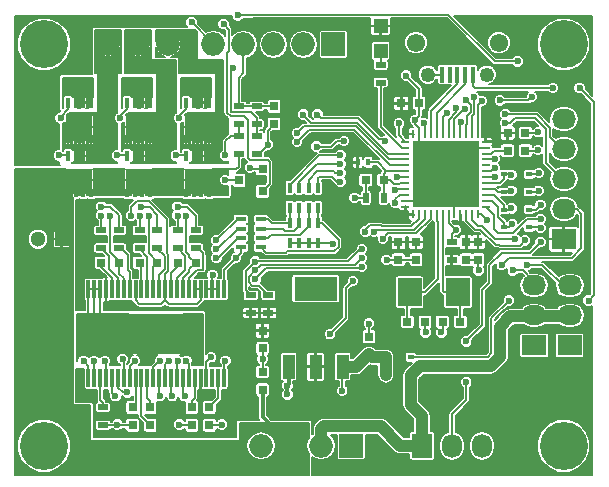
<source format=gbr>
G04 #@! TF.FileFunction,Copper,L1,Top,Signal*
%FSLAX46Y46*%
G04 Gerber Fmt 4.6, Leading zero omitted, Abs format (unit mm)*
G04 Created by KiCad (PCBNEW 4.0.5) date Wed Jan 11 14:09:31 2017*
%MOMM*%
%LPD*%
G01*
G04 APERTURE LIST*
%ADD10C,0.100000*%
%ADD11O,1.998980X1.998980*%
%ADD12C,1.998980*%
%ADD13R,0.400000X1.350000*%
%ADD14C,1.250000*%
%ADD15C,1.550000*%
%ADD16R,0.250000X0.700000*%
%ADD17R,0.700000X0.250000*%
%ADD18R,5.600000X5.600000*%
%ADD19R,1.998980X1.998980*%
%ADD20R,0.900000X0.400000*%
%ADD21R,2.032000X1.727200*%
%ADD22O,2.032000X1.727200*%
%ADD23R,0.400000X0.900000*%
%ADD24R,0.300000X1.550000*%
%ADD25R,4.420000X3.480000*%
%ADD26R,0.400000X0.750000*%
%ADD27R,0.400000X0.830000*%
%ADD28R,2.250000X1.850000*%
%ADD29C,4.064000*%
%ADD30R,0.800000X0.750000*%
%ADD31R,0.750000X0.800000*%
%ADD32R,0.590000X0.450000*%
%ADD33R,1.198880X1.198880*%
%ADD34R,0.400000X0.600000*%
%ADD35R,1.727200X2.032000*%
%ADD36O,1.727200X2.032000*%
%ADD37R,0.800100X0.800100*%
%ADD38R,0.500000X0.900000*%
%ADD39R,0.900000X0.500000*%
%ADD40R,3.657600X2.032000*%
%ADD41R,1.016000X2.032000*%
%ADD42R,2.000000X2.400000*%
%ADD43R,1.300000X1.300000*%
%ADD44C,1.300000*%
%ADD45C,0.600000*%
%ADD46C,0.150000*%
%ADD47C,0.300000*%
%ADD48C,1.000000*%
G04 APERTURE END LIST*
D10*
D11*
X108420000Y-53000000D03*
D12*
X113500000Y-53000000D03*
D11*
X110960000Y-53000000D03*
D13*
X139300900Y-55562540D03*
X138650900Y-55562540D03*
X138000900Y-55562540D03*
X137350900Y-55562540D03*
X136700900Y-55562540D03*
D14*
X140500900Y-55562540D03*
X135500900Y-55562540D03*
D15*
X141500900Y-52862540D03*
X134500900Y-52862540D03*
D16*
X134250000Y-67400000D03*
X134750000Y-67400000D03*
X135250000Y-67400000D03*
X135750000Y-67400000D03*
X136250000Y-67400000D03*
X136750000Y-67400000D03*
X137250000Y-67400000D03*
X137750000Y-67400000D03*
X138250000Y-67400000D03*
X138750000Y-67400000D03*
X139250000Y-67400000D03*
X139750000Y-67400000D03*
D17*
X140400000Y-66750000D03*
X140400000Y-66250000D03*
X140400000Y-65750000D03*
X140400000Y-65250000D03*
X140400000Y-64750000D03*
X140400000Y-64250000D03*
X140400000Y-63750000D03*
X140400000Y-63250000D03*
X140400000Y-62750000D03*
X140400000Y-62250000D03*
X140400000Y-61750000D03*
X140400000Y-61250000D03*
D16*
X139750000Y-60600000D03*
X139250000Y-60600000D03*
X138750000Y-60600000D03*
X138250000Y-60600000D03*
X137750000Y-60600000D03*
X137250000Y-60600000D03*
X136750000Y-60600000D03*
X136250000Y-60600000D03*
X135750000Y-60600000D03*
X135250000Y-60600000D03*
X134750000Y-60600000D03*
X134250000Y-60600000D03*
D17*
X133600000Y-61250000D03*
X133600000Y-61750000D03*
X133600000Y-62250000D03*
X133600000Y-62750000D03*
X133600000Y-63250000D03*
X133600000Y-63750000D03*
X133600000Y-64250000D03*
X133600000Y-64750000D03*
X133600000Y-65250000D03*
X133600000Y-65750000D03*
X133600000Y-66250000D03*
X133600000Y-66750000D03*
D18*
X137000000Y-64000000D03*
D11*
X119880000Y-53000000D03*
D19*
X127500000Y-53000000D03*
D11*
X124960000Y-53000000D03*
X122420000Y-53000000D03*
X117340000Y-53000000D03*
D20*
X119650000Y-68600000D03*
X119650000Y-69400000D03*
X119650000Y-67800000D03*
X119650000Y-70200000D03*
X121350000Y-67800000D03*
X121350000Y-68600000D03*
X121350000Y-69400000D03*
X121350000Y-70200000D03*
D21*
X147000000Y-69500000D03*
D22*
X147000000Y-66960000D03*
X147000000Y-64420000D03*
X147000000Y-61880000D03*
X147000000Y-59340000D03*
D23*
X125400000Y-65150000D03*
X124600000Y-65150000D03*
X126200000Y-65150000D03*
X123800000Y-65150000D03*
X126200000Y-66850000D03*
X125400000Y-66850000D03*
X124600000Y-66850000D03*
X123800000Y-66850000D03*
D24*
X106750000Y-73750000D03*
X106750000Y-81250000D03*
X107250000Y-73750000D03*
X107250000Y-81250000D03*
X107750000Y-73750000D03*
X107750000Y-81250000D03*
X108250000Y-73750000D03*
X108250000Y-81250000D03*
X108750000Y-73750000D03*
X108750000Y-81250000D03*
X109250000Y-73750000D03*
X109250000Y-81250000D03*
X109750000Y-73750000D03*
X109750000Y-81250000D03*
X110250000Y-73750000D03*
X110250000Y-81250000D03*
X110750000Y-73750000D03*
X110750000Y-81250000D03*
X111250000Y-73750000D03*
X111250000Y-81250000D03*
X111750000Y-73750000D03*
X111750000Y-81250000D03*
X112250000Y-73750000D03*
X112250000Y-81250000D03*
X112750000Y-73750000D03*
X112750000Y-81250000D03*
X113250000Y-73750000D03*
X113250000Y-81250000D03*
X113750000Y-73750000D03*
X113750000Y-81250000D03*
X114250000Y-73750000D03*
X114250000Y-81250000D03*
X114750000Y-73750000D03*
X114750000Y-81250000D03*
X115250000Y-73750000D03*
X115250000Y-81250000D03*
X115750000Y-73750000D03*
X115750000Y-81250000D03*
X116250000Y-73750000D03*
X116250000Y-81250000D03*
X116750000Y-73750000D03*
X116750000Y-81250000D03*
X117250000Y-73750000D03*
X117250000Y-81250000D03*
X117750000Y-73750000D03*
X117750000Y-81250000D03*
X118250000Y-73750000D03*
X118250000Y-81250000D03*
D25*
X112500000Y-77500000D03*
D26*
X111975000Y-65555000D03*
D27*
X111975000Y-62445000D03*
D26*
X111325000Y-65555000D03*
D27*
X111325000Y-62445000D03*
D26*
X110675000Y-65555000D03*
D27*
X110675000Y-62445000D03*
D26*
X110025000Y-65555000D03*
D27*
X110025000Y-62445000D03*
D28*
X111000000Y-64500000D03*
D29*
X103000000Y-53000000D03*
X103000000Y-87000000D03*
X147000000Y-87000000D03*
X147000000Y-53000000D03*
D30*
X131750000Y-64500000D03*
X130250000Y-64500000D03*
D31*
X112000000Y-85250000D03*
X112000000Y-83750000D03*
X133000000Y-69750000D03*
X133000000Y-71250000D03*
X134500000Y-69750000D03*
X134500000Y-71250000D03*
X138750000Y-69750000D03*
X138750000Y-71250000D03*
D30*
X142250000Y-60500000D03*
X143750000Y-60500000D03*
X133250000Y-58000000D03*
X134750000Y-58000000D03*
X133750000Y-76500000D03*
X135250000Y-76500000D03*
X138250000Y-76500000D03*
X136750000Y-76500000D03*
D31*
X139750000Y-69750000D03*
X139750000Y-71250000D03*
X110500000Y-83750000D03*
X110500000Y-85250000D03*
D30*
X142250000Y-62000000D03*
X143750000Y-62000000D03*
D31*
X130500000Y-79250000D03*
X130500000Y-77750000D03*
X121500000Y-77250000D03*
X121500000Y-78750000D03*
X115500000Y-83750000D03*
X115500000Y-85250000D03*
X117000000Y-83750000D03*
X117000000Y-85250000D03*
D30*
X109350000Y-71500000D03*
X107850000Y-71500000D03*
X112600000Y-71500000D03*
X111100000Y-71500000D03*
X115850000Y-71500000D03*
X114350000Y-71500000D03*
D31*
X121500000Y-82250000D03*
X121500000Y-80750000D03*
X122500000Y-58250000D03*
X122500000Y-59750000D03*
D32*
X141945000Y-67000000D03*
X144055000Y-67000000D03*
X141945000Y-65500000D03*
X144055000Y-65500000D03*
D33*
X131500000Y-51450980D03*
X131500000Y-53549020D03*
D32*
X131945000Y-79500000D03*
X134055000Y-79500000D03*
X131945000Y-81000000D03*
X134055000Y-81000000D03*
X141945000Y-64000000D03*
X144055000Y-64000000D03*
D34*
X129550000Y-63000000D03*
X130450000Y-63000000D03*
D35*
X135000000Y-87000000D03*
D36*
X137540000Y-87000000D03*
X140080000Y-87000000D03*
D21*
X144500000Y-78500000D03*
D22*
X144500000Y-75960000D03*
X144500000Y-73420000D03*
D21*
X147500000Y-78500000D03*
D22*
X147500000Y-75960000D03*
X147500000Y-73420000D03*
D26*
X106975000Y-65555000D03*
D27*
X106975000Y-62445000D03*
D26*
X106325000Y-65555000D03*
D27*
X106325000Y-62445000D03*
D26*
X105675000Y-65555000D03*
D27*
X105675000Y-62445000D03*
D26*
X105025000Y-65555000D03*
D27*
X105025000Y-62445000D03*
D28*
X106000000Y-64500000D03*
D26*
X106975000Y-61055000D03*
D27*
X106975000Y-57945000D03*
D26*
X106325000Y-61055000D03*
D27*
X106325000Y-57945000D03*
D26*
X105675000Y-61055000D03*
D27*
X105675000Y-57945000D03*
D26*
X105025000Y-61055000D03*
D27*
X105025000Y-57945000D03*
D28*
X106000000Y-60000000D03*
D26*
X111975000Y-61055000D03*
D27*
X111975000Y-57945000D03*
D26*
X111325000Y-61055000D03*
D27*
X111325000Y-57945000D03*
D26*
X110675000Y-61055000D03*
D27*
X110675000Y-57945000D03*
D26*
X110025000Y-61055000D03*
D27*
X110025000Y-57945000D03*
D28*
X111000000Y-60000000D03*
D26*
X116975000Y-65555000D03*
D27*
X116975000Y-62445000D03*
D26*
X116325000Y-65555000D03*
D27*
X116325000Y-62445000D03*
D26*
X115675000Y-65555000D03*
D27*
X115675000Y-62445000D03*
D26*
X115025000Y-65555000D03*
D27*
X115025000Y-62445000D03*
D28*
X116000000Y-64500000D03*
D26*
X116975000Y-61055000D03*
D27*
X116975000Y-57945000D03*
D26*
X116325000Y-61055000D03*
D27*
X116325000Y-57945000D03*
D26*
X115675000Y-61055000D03*
D27*
X115675000Y-57945000D03*
D26*
X115025000Y-61055000D03*
D27*
X115025000Y-57945000D03*
D28*
X116000000Y-60000000D03*
D37*
X121500760Y-65450000D03*
X121500760Y-63550000D03*
X119501780Y-64500000D03*
D38*
X131750000Y-66000000D03*
X130250000Y-66000000D03*
D39*
X120500000Y-75750000D03*
X120500000Y-74250000D03*
X137500000Y-69750000D03*
X137500000Y-71250000D03*
X122000000Y-75750000D03*
X122000000Y-74250000D03*
X131500000Y-54750000D03*
X131500000Y-56250000D03*
X108000000Y-83750000D03*
X108000000Y-85250000D03*
X107850000Y-68750000D03*
X107850000Y-70250000D03*
X109350000Y-68750000D03*
X109350000Y-70250000D03*
X111100000Y-68750000D03*
X111100000Y-70250000D03*
X112600000Y-68750000D03*
X112600000Y-70250000D03*
X114350000Y-68750000D03*
X114350000Y-70250000D03*
X115850000Y-68750000D03*
X115850000Y-70250000D03*
X121000000Y-62250000D03*
X121000000Y-60750000D03*
X119500000Y-60750000D03*
X119500000Y-62250000D03*
X121000000Y-58250000D03*
X121000000Y-59750000D03*
X119500000Y-58250000D03*
X119500000Y-59750000D03*
D23*
X125400000Y-68150000D03*
X124600000Y-68150000D03*
X126200000Y-68150000D03*
X123800000Y-68150000D03*
X126200000Y-69850000D03*
X125400000Y-69850000D03*
X124600000Y-69850000D03*
X123800000Y-69850000D03*
D40*
X126000000Y-73698000D03*
D41*
X126000000Y-80302000D03*
X128286000Y-80302000D03*
X123714000Y-80302000D03*
D42*
X133950000Y-74000000D03*
X138050000Y-74000000D03*
D11*
X121380000Y-87000000D03*
D19*
X129000000Y-87000000D03*
D11*
X126460000Y-87000000D03*
X123920000Y-87000000D03*
D43*
X104500000Y-69500000D03*
D44*
X102500000Y-69500000D03*
D32*
X141945000Y-68500000D03*
X144055000Y-68500000D03*
D45*
X119250000Y-71100000D03*
X116000000Y-64500000D03*
X134400000Y-59400000D03*
X144825021Y-61950000D03*
X144825021Y-60450000D03*
X145050000Y-68550000D03*
X145050000Y-66599994D03*
X132000000Y-71250000D03*
X139000000Y-66000000D03*
X135000000Y-65700000D03*
X109000000Y-76250000D03*
X109000000Y-77000000D03*
X108250000Y-77000000D03*
X107500000Y-76250000D03*
X108250000Y-76250000D03*
X107500000Y-77000000D03*
X106750000Y-77000000D03*
X106750000Y-76250000D03*
X117264573Y-72520851D03*
X127425032Y-69900000D03*
X121950000Y-61500000D03*
X123600000Y-82650000D03*
X123600000Y-81900000D03*
X133650000Y-55650000D03*
X139800000Y-72150000D03*
X130500000Y-76650000D03*
X120450000Y-63450000D03*
X121500000Y-79650000D03*
X135300000Y-77400000D03*
X136650000Y-77400000D03*
X129300000Y-66000000D03*
X118050000Y-85200000D03*
X114450000Y-85200000D03*
X109200000Y-85200000D03*
X118350000Y-79800000D03*
X144900000Y-65400000D03*
X144900000Y-63900000D03*
X115500000Y-51150000D03*
X128250000Y-82350000D03*
X148350000Y-56700000D03*
X146100000Y-56700000D03*
X142350000Y-74700000D03*
X149100000Y-74700000D03*
X117600000Y-69599994D03*
X109350000Y-71500000D03*
X106000000Y-60000000D03*
X108600000Y-67500000D03*
X117600000Y-70350000D03*
X112600000Y-71500000D03*
X111000000Y-60000000D03*
X111900000Y-67500000D03*
X117600000Y-71100000D03*
X115850000Y-71500000D03*
X116000000Y-60000000D03*
X115050000Y-67500000D03*
X114900000Y-57000000D03*
X115650000Y-57000000D03*
X115650000Y-56250000D03*
X114900000Y-56250000D03*
X111300000Y-57000000D03*
X110550000Y-57000000D03*
X110550000Y-56250000D03*
X111300000Y-56250000D03*
X106950000Y-57000000D03*
X106200000Y-57000000D03*
X106200000Y-56250000D03*
X106950000Y-56250000D03*
X110400000Y-67500000D03*
X142574957Y-66900000D03*
X128100000Y-63900000D03*
X142574957Y-65400000D03*
X128100000Y-63150000D03*
X142574957Y-64050000D03*
X128100000Y-62400000D03*
X144300000Y-57450000D03*
X138750000Y-81600004D03*
X138750000Y-78150000D03*
X145050000Y-69750000D03*
X141600000Y-57750000D03*
X138300000Y-59550000D03*
X137850000Y-68700000D03*
X141750000Y-71700000D03*
X133050000Y-59700000D03*
X142050000Y-59674998D03*
X135150000Y-59700000D03*
X142051998Y-58924989D03*
X140471239Y-67878762D03*
X142907907Y-69511559D03*
X129150000Y-73050000D03*
X127200000Y-77550000D03*
X132891014Y-64263279D03*
X142681226Y-72150996D03*
X132750000Y-66450000D03*
X143850000Y-71700000D03*
X132749992Y-65313290D03*
X104250000Y-62400000D03*
X107850000Y-67500000D03*
X104400000Y-59250000D03*
X107850000Y-66750000D03*
X111150000Y-67575023D03*
X109200000Y-62400000D03*
X111198889Y-66779410D03*
X109424906Y-59250000D03*
X114150000Y-62400000D03*
X114300000Y-67500000D03*
X114424972Y-59250000D03*
X114300000Y-66749997D03*
X118200000Y-51300000D03*
X143100000Y-54450000D03*
X145050004Y-67800000D03*
X119400000Y-50550000D03*
X118350000Y-62400000D03*
X118350000Y-64500000D03*
X129900000Y-70350000D03*
X130199997Y-68850000D03*
X120900012Y-71400000D03*
X106350000Y-79800000D03*
X130950000Y-68850000D03*
X129900000Y-71100000D03*
X120900000Y-72150000D03*
X107250000Y-79800000D03*
X143700000Y-69600000D03*
X119000000Y-55000000D03*
X131700000Y-69449994D03*
X129900000Y-71850000D03*
X120900000Y-72900000D03*
X108150000Y-79800000D03*
X117150000Y-79500000D03*
X141149617Y-64206729D03*
X126079037Y-61661996D03*
X128400000Y-61200000D03*
X115050000Y-79800000D03*
X141192304Y-63457940D03*
X139415132Y-57472074D03*
X113550000Y-79800000D03*
X138700131Y-57698549D03*
X114300000Y-79800000D03*
X138619554Y-58491894D03*
X112800000Y-82800000D03*
X137876764Y-58388068D03*
X113850000Y-82800000D03*
X137120131Y-58786109D03*
X114900000Y-82800000D03*
X124950000Y-58950000D03*
X109650000Y-79650000D03*
X124408383Y-60508373D03*
X110050000Y-82480000D03*
X124426408Y-61258169D03*
X109050000Y-82800000D03*
X126150000Y-58950000D03*
X110700000Y-79800000D03*
X131850000Y-61200000D03*
X141163421Y-62686579D03*
X140091303Y-57796589D03*
X112800000Y-79800000D03*
X142649987Y-68250000D03*
X128100000Y-64650003D03*
D46*
X119650000Y-70200000D02*
X119650000Y-70700000D01*
X118250000Y-73750000D02*
X118250000Y-72100000D01*
X118250000Y-72100000D02*
X119250000Y-71100000D01*
X119650000Y-70700000D02*
X119250000Y-71100000D01*
D47*
X121500000Y-84500000D02*
X121500000Y-84580000D01*
X121500000Y-84580000D02*
X123920000Y-87000000D01*
X121500000Y-82250000D02*
X121500000Y-84500000D01*
X121500000Y-82225000D02*
X121500000Y-82250000D01*
D46*
X119250000Y-63600000D02*
X119500000Y-63350000D01*
X119500000Y-63350000D02*
X119500000Y-62250000D01*
X118175000Y-63600000D02*
X119250000Y-63600000D01*
X116000000Y-64500000D02*
X117275000Y-64500000D01*
X117275000Y-64500000D02*
X118175000Y-63600000D01*
X112000000Y-83750000D02*
X112000000Y-83200000D01*
X111750000Y-82175000D02*
X111750000Y-81250000D01*
X112000000Y-83200000D02*
X111750000Y-82950000D01*
X111750000Y-82950000D02*
X111750000Y-82175000D01*
X134750000Y-58000000D02*
X134750000Y-59050000D01*
X134750000Y-59050000D02*
X134400000Y-59400000D01*
X134400000Y-59750000D02*
X134400000Y-59400000D01*
X134750000Y-60600000D02*
X134750000Y-60100000D01*
X134750000Y-60100000D02*
X134400000Y-59750000D01*
X144775021Y-60500000D02*
X144825021Y-60450000D01*
X143750000Y-62000000D02*
X144775021Y-62000000D01*
X144775021Y-62000000D02*
X144825021Y-61950000D01*
X143750000Y-60500000D02*
X144775021Y-60500000D01*
X145000000Y-68500000D02*
X145050000Y-68550000D01*
X144055000Y-68500000D02*
X145000000Y-68500000D01*
X144649994Y-67000000D02*
X145050000Y-66599994D01*
X144055000Y-67000000D02*
X144649994Y-67000000D01*
X136700900Y-55562540D02*
X135500900Y-55562540D01*
X133000000Y-71250000D02*
X132000000Y-71250000D01*
X134500000Y-71250000D02*
X133000000Y-71250000D01*
X140400000Y-61750000D02*
X139250000Y-61750000D01*
X139250000Y-61750000D02*
X137000000Y-64000000D01*
X134750000Y-60600000D02*
X134750000Y-61750000D01*
X134750000Y-61750000D02*
X137000000Y-64000000D01*
X137750000Y-67400000D02*
X137750000Y-66250000D01*
X137750000Y-66250000D02*
X138000000Y-66000000D01*
X138000000Y-66000000D02*
X139000000Y-66000000D01*
X133600000Y-66250000D02*
X134450000Y-66250000D01*
X134450000Y-66250000D02*
X135000000Y-65700000D01*
X107750000Y-73750000D02*
X107750000Y-75750000D01*
X107750000Y-75750000D02*
X108250000Y-76250000D01*
X107250000Y-73750000D02*
X107250000Y-76000000D01*
X107250000Y-76000000D02*
X107500000Y-76250000D01*
X106750000Y-73750000D02*
X106750000Y-76250000D01*
X109000000Y-77000000D02*
X109000000Y-76250000D01*
X108250000Y-76250000D02*
X108250000Y-77000000D01*
X107500000Y-77000000D02*
X107500000Y-76250000D01*
X106750000Y-77000000D02*
X106750000Y-77000000D01*
X107250000Y-73750000D02*
X106750000Y-73750000D01*
X107750000Y-73750000D02*
X107250000Y-73750000D01*
X117250000Y-73750000D02*
X117250000Y-72535424D01*
X117250000Y-72535424D02*
X117264573Y-72520851D01*
X127375032Y-69850000D02*
X127425032Y-69900000D01*
X126200000Y-69850000D02*
X127375032Y-69850000D01*
X121950000Y-60325000D02*
X121950000Y-61500000D01*
X122500000Y-59750000D02*
X122500000Y-59775000D01*
X122500000Y-59775000D02*
X121950000Y-60325000D01*
X121000000Y-62250000D02*
X121200000Y-62250000D01*
X121200000Y-62250000D02*
X121950000Y-61500000D01*
D47*
X123600000Y-81900000D02*
X123600000Y-82650000D01*
X123714000Y-80302000D02*
X123714000Y-81786000D01*
X123714000Y-81786000D02*
X123600000Y-81900000D01*
D46*
X134750000Y-58000000D02*
X134750000Y-56750000D01*
X134750000Y-56750000D02*
X133650000Y-55650000D01*
X117250000Y-73750000D02*
X117750000Y-73750000D01*
X116750000Y-73750000D02*
X117250000Y-73750000D01*
X139750000Y-71250000D02*
X139750000Y-72100000D01*
X139750000Y-72100000D02*
X139800000Y-72150000D01*
X130250000Y-64500000D02*
X130250000Y-66000000D01*
X139750000Y-71250000D02*
X138750000Y-71250000D01*
X112000000Y-77500000D02*
X112500000Y-77500000D01*
X130500000Y-77750000D02*
X130500000Y-76650000D01*
X121500000Y-80750000D02*
X121500000Y-79650000D01*
X121500760Y-63550000D02*
X120550000Y-63550000D01*
X120550000Y-63550000D02*
X120450000Y-63450000D01*
X126200000Y-69850000D02*
X125400000Y-69850000D01*
X125400000Y-69850000D02*
X124600000Y-69850000D01*
X123800000Y-69850000D02*
X124600000Y-69850000D01*
X121500000Y-78750000D02*
X121500000Y-79650000D01*
X135250000Y-76500000D02*
X135250000Y-77350000D01*
X135250000Y-77350000D02*
X135300000Y-77400000D01*
X136750000Y-76500000D02*
X136750000Y-77300000D01*
X136750000Y-77300000D02*
X136650000Y-77400000D01*
X130250000Y-66000000D02*
X129300000Y-66000000D01*
X117000000Y-85250000D02*
X118000000Y-85250000D01*
X118000000Y-85250000D02*
X118050000Y-85200000D01*
X115500000Y-85250000D02*
X114500000Y-85250000D01*
X114500000Y-85250000D02*
X114450000Y-85200000D01*
X110500000Y-85250000D02*
X109250000Y-85250000D01*
X109250000Y-85250000D02*
X109200000Y-85200000D01*
X108000000Y-85250000D02*
X109150000Y-85250000D01*
X109150000Y-85250000D02*
X109200000Y-85200000D01*
X118250000Y-81250000D02*
X118250000Y-79900000D01*
X118250000Y-79900000D02*
X118350000Y-79800000D01*
X144055000Y-65500000D02*
X144800000Y-65500000D01*
X144800000Y-65500000D02*
X144900000Y-65400000D01*
X144055000Y-64000000D02*
X144800000Y-64000000D01*
X144800000Y-64000000D02*
X144900000Y-63900000D01*
X115500000Y-51150000D02*
X117340000Y-52990000D01*
X117340000Y-52990000D02*
X117340000Y-53000000D01*
X128250000Y-81300000D02*
X128250000Y-82350000D01*
X128286000Y-80302000D02*
X128286000Y-81264000D01*
X128286000Y-81264000D02*
X128250000Y-81300000D01*
X131850000Y-81095000D02*
X131945000Y-81000000D01*
D48*
X128286000Y-80302000D02*
X129448000Y-80302000D01*
X129448000Y-80302000D02*
X130500000Y-79250000D01*
X131945000Y-79500000D02*
X130750000Y-79500000D01*
X130750000Y-79500000D02*
X130500000Y-79250000D01*
X131945000Y-81000000D02*
X131945000Y-79500000D01*
D46*
X131500000Y-53549020D02*
X131500000Y-54750000D01*
X139500000Y-56700000D02*
X139300900Y-56500900D01*
X139300900Y-56500900D02*
X139300900Y-55562540D01*
X146100000Y-56700000D02*
X139500000Y-56700000D01*
X149550000Y-57900000D02*
X148350000Y-56700000D01*
X149550000Y-74250000D02*
X149550000Y-57900000D01*
X149100000Y-74700000D02*
X149550000Y-74250000D01*
X142350000Y-74700000D02*
X140874990Y-76175010D01*
X140874990Y-76175010D02*
X140874990Y-79175010D01*
X140874990Y-79175010D02*
X140550000Y-79500000D01*
X140550000Y-79500000D02*
X134055000Y-79500000D01*
X124600000Y-66850000D02*
X124600000Y-68150000D01*
X121350000Y-68600000D02*
X123194998Y-68600000D01*
X123194998Y-68600000D02*
X123419999Y-68825001D01*
X124174999Y-68825001D02*
X124600000Y-68400000D01*
X123419999Y-68825001D02*
X124174999Y-68825001D01*
X124600000Y-68400000D02*
X124600000Y-68150000D01*
X123800000Y-66850000D02*
X123800000Y-68150000D01*
X121350000Y-67800000D02*
X121950000Y-67800000D01*
X121950000Y-67800000D02*
X122300000Y-68150000D01*
X122300000Y-68150000D02*
X123800000Y-68150000D01*
X125400000Y-66850000D02*
X125400000Y-68150000D01*
X121350000Y-69400000D02*
X121950000Y-69400000D01*
X121950000Y-69400000D02*
X122224989Y-69125011D01*
X122224989Y-69125011D02*
X124674989Y-69125011D01*
X124674989Y-69125011D02*
X125400000Y-68400000D01*
X125400000Y-68400000D02*
X125400000Y-68150000D01*
X112000000Y-85250000D02*
X112000000Y-85225000D01*
X112000000Y-85225000D02*
X111250000Y-84475000D01*
X111250000Y-84475000D02*
X111250000Y-82175000D01*
X111250000Y-82175000D02*
X111250000Y-81250000D01*
X140400000Y-62250000D02*
X140822996Y-62250000D01*
X141072996Y-62000000D02*
X141700000Y-62000000D01*
X140822996Y-62250000D02*
X141072996Y-62000000D01*
X141700000Y-62000000D02*
X142250000Y-62000000D01*
X131500000Y-56250000D02*
X131500000Y-59974999D01*
X131500000Y-59974999D02*
X133275001Y-61750000D01*
X133275001Y-61750000D02*
X133600000Y-61750000D01*
X110805002Y-81305002D02*
X110750000Y-81250000D01*
X110500000Y-83750000D02*
X110805002Y-83444998D01*
X110805002Y-83444998D02*
X110805002Y-81305002D01*
X115500000Y-83750000D02*
X115500000Y-83200000D01*
X115500000Y-83200000D02*
X115750000Y-82950000D01*
X115750000Y-82950000D02*
X115750000Y-82175000D01*
X115750000Y-82175000D02*
X115750000Y-81250000D01*
D48*
X126460000Y-87000000D02*
X126460000Y-85586508D01*
X126460000Y-85586508D02*
X126695999Y-85350509D01*
X126695999Y-85350509D02*
X131486909Y-85350509D01*
X133136400Y-87000000D02*
X135000000Y-87000000D01*
X131486909Y-85350509D02*
X133136400Y-87000000D01*
X135000000Y-84450000D02*
X134055000Y-83505000D01*
X134055000Y-83505000D02*
X134055000Y-81000000D01*
X135000000Y-87000000D02*
X135000000Y-84450000D01*
X134055000Y-81000000D02*
X134100000Y-81000000D01*
X134100000Y-81000000D02*
X134850000Y-80250000D01*
X141600000Y-76924000D02*
X142484000Y-76040000D01*
X134850000Y-80250000D02*
X140850000Y-80250000D01*
X140850000Y-80250000D02*
X141600000Y-79500000D01*
X141600000Y-79500000D02*
X141600000Y-76924000D01*
X142484000Y-76040000D02*
X144500000Y-76040000D01*
X147000000Y-76040000D02*
X144500000Y-76040000D01*
D46*
X130450000Y-63000000D02*
X131248444Y-63000000D01*
X131248444Y-63000000D02*
X131986722Y-63738278D01*
X131750000Y-64500000D02*
X131750000Y-63975000D01*
X131750000Y-63975000D02*
X131986722Y-63738278D01*
X131986722Y-63738278D02*
X133088278Y-63738278D01*
X133100000Y-63750000D02*
X133600000Y-63750000D01*
X133088278Y-63738278D02*
X133100000Y-63750000D01*
X132588280Y-64788280D02*
X132300000Y-64500000D01*
X133061720Y-64788280D02*
X132588280Y-64788280D01*
X133600000Y-64750000D02*
X133100000Y-64750000D01*
X133100000Y-64750000D02*
X133061720Y-64788280D01*
X131750000Y-66000000D02*
X131750000Y-64500000D01*
X131750000Y-64500000D02*
X132300000Y-64500000D01*
X136250000Y-67400000D02*
X136250000Y-67925721D01*
X136250000Y-67925721D02*
X136350000Y-68025721D01*
X135250000Y-74000000D02*
X133950000Y-74000000D01*
X136350000Y-68025721D02*
X136350000Y-72900000D01*
X136350000Y-72900000D02*
X135250000Y-74000000D01*
X133750000Y-76500000D02*
X133750000Y-74200000D01*
X133750000Y-74200000D02*
X133950000Y-74000000D01*
X136750000Y-73850000D02*
X136900000Y-74000000D01*
X136750000Y-67400000D02*
X136750000Y-73850000D01*
X136900000Y-74000000D02*
X138050000Y-74000000D01*
X138250000Y-76500000D02*
X138250000Y-74200000D01*
X138250000Y-74200000D02*
X138050000Y-74000000D01*
X117000000Y-83750000D02*
X117000000Y-83725000D01*
X117000000Y-83725000D02*
X117750000Y-82975000D01*
X117750000Y-82975000D02*
X117750000Y-82175000D01*
X117750000Y-82175000D02*
X117750000Y-81250000D01*
X117600006Y-69599994D02*
X117600000Y-69599994D01*
X119400000Y-67800000D02*
X117600006Y-69599994D01*
X119650000Y-67800000D02*
X119400000Y-67800000D01*
X108600000Y-70605002D02*
X108600000Y-69500000D01*
X108600000Y-69500000D02*
X108600000Y-67500000D01*
X109350000Y-71500000D02*
X109350000Y-71355002D01*
X109350000Y-71355002D02*
X108600000Y-70605002D01*
X109350000Y-72300000D02*
X109350000Y-71500000D01*
X109350000Y-72425000D02*
X109350000Y-72300000D01*
X109750000Y-73750000D02*
X109750000Y-72825000D01*
X109750000Y-72825000D02*
X109350000Y-72425000D01*
X108750000Y-72749278D02*
X107850000Y-71849278D01*
X107850000Y-71849278D02*
X107850000Y-71500000D01*
X108750000Y-73750000D02*
X108750000Y-72749278D01*
X119400000Y-68600000D02*
X117650000Y-70350000D01*
X117650000Y-70350000D02*
X117600000Y-70350000D01*
X119650000Y-68600000D02*
X119400000Y-68600000D01*
X111900000Y-67500000D02*
X111900000Y-69500000D01*
X111900000Y-69500000D02*
X111900000Y-70695719D01*
X111900000Y-70695719D02*
X112600000Y-71395719D01*
X112600000Y-71395719D02*
X112600000Y-71500000D01*
X112250000Y-73750000D02*
X112250000Y-71850000D01*
X112250000Y-71850000D02*
X112600000Y-71500000D01*
X111250000Y-73750000D02*
X111250000Y-71650000D01*
X111250000Y-71650000D02*
X111100000Y-71500000D01*
X117700000Y-71100000D02*
X117600000Y-71100000D01*
X119650000Y-69400000D02*
X119400000Y-69400000D01*
X119400000Y-69400000D02*
X117700000Y-71100000D01*
X115050000Y-69750000D02*
X115050000Y-69500000D01*
X115050000Y-69500000D02*
X115050000Y-67500000D01*
X115850000Y-71500000D02*
X115825000Y-71500000D01*
X115825000Y-71500000D02*
X115300000Y-70975000D01*
X115300000Y-70975000D02*
X115300000Y-70805002D01*
X115300000Y-70805002D02*
X115050000Y-70555002D01*
X115050000Y-70555002D02*
X115050000Y-69750000D01*
X115300000Y-72275000D02*
X115300000Y-72025000D01*
X115300000Y-72025000D02*
X115825000Y-71500000D01*
X114750000Y-73750000D02*
X114750000Y-72825000D01*
X114750000Y-72825000D02*
X115300000Y-72275000D01*
X114350000Y-71778560D02*
X114350000Y-71500000D01*
X113750000Y-73750000D02*
X113750000Y-72378560D01*
X113750000Y-72378560D02*
X114350000Y-71778560D01*
X115750000Y-73750000D02*
X116250000Y-73750000D01*
X116250000Y-73750000D02*
X116250000Y-74675000D01*
X116250000Y-74675000D02*
X115925000Y-75000000D01*
X115925000Y-75000000D02*
X113575000Y-75000000D01*
X113575000Y-75000000D02*
X113250000Y-74675000D01*
X113250000Y-74675000D02*
X113250000Y-73750000D01*
X116250000Y-73750000D02*
X116250000Y-74375000D01*
X111075000Y-75000000D02*
X112925000Y-75000000D01*
X112925000Y-75000000D02*
X113250000Y-74675000D01*
X110750000Y-73750000D02*
X110750000Y-74675000D01*
X110750000Y-74675000D02*
X111075000Y-75000000D01*
X115675000Y-57025000D02*
X115650000Y-57000000D01*
X115650000Y-56250000D02*
X114900000Y-56250000D01*
X115675000Y-57025000D02*
X115675000Y-57945000D01*
X110675000Y-57125000D02*
X110550000Y-57000000D01*
X110550000Y-56250000D02*
X111300000Y-56250000D01*
X110675000Y-57125000D02*
X110675000Y-57945000D01*
X106325000Y-57125000D02*
X106200000Y-57000000D01*
X106200000Y-56250000D02*
X106950000Y-56250000D01*
X106325000Y-57125000D02*
X106325000Y-57945000D01*
X113525012Y-70820731D02*
X113400000Y-70695719D01*
X113525012Y-72179269D02*
X113525012Y-70820731D01*
X113250000Y-72454281D02*
X113525012Y-72179269D01*
X111854408Y-66254408D02*
X110895592Y-66254408D01*
X113400000Y-70695719D02*
X113400000Y-67800000D01*
X110400000Y-66750000D02*
X110400000Y-67500000D01*
X110895592Y-66254408D02*
X110850000Y-66300000D01*
X110850000Y-66300000D02*
X110400000Y-66750000D01*
X113400000Y-67800000D02*
X111854408Y-66254408D01*
X113250000Y-73750000D02*
X113250000Y-72454281D01*
X121000000Y-58250000D02*
X122500000Y-58250000D01*
X119500000Y-58250000D02*
X120100000Y-58250000D01*
X120100000Y-58250000D02*
X121000000Y-58250000D01*
X119880000Y-55470000D02*
X119500000Y-55850000D01*
X119500000Y-55850000D02*
X119500000Y-58250000D01*
X119880000Y-53000000D02*
X119880000Y-55470000D01*
X125400000Y-65150000D02*
X125400000Y-64500000D01*
X125400000Y-64500000D02*
X126150000Y-63750000D01*
X126150000Y-63750000D02*
X127525736Y-63750000D01*
X127525736Y-63750000D02*
X127675736Y-63900000D01*
X127675736Y-63900000D02*
X128100000Y-63900000D01*
X142474957Y-67000000D02*
X142574957Y-66900000D01*
X141945000Y-67000000D02*
X142474957Y-67000000D01*
X140400000Y-65750000D02*
X141070000Y-65750000D01*
X141070000Y-65750000D02*
X141945000Y-66625000D01*
X141945000Y-66625000D02*
X141945000Y-67000000D01*
X124600000Y-65150000D02*
X124600000Y-64700000D01*
X124600000Y-64700000D02*
X126150000Y-63150000D01*
X127675736Y-63150000D02*
X128100000Y-63150000D01*
X126150000Y-63150000D02*
X127675736Y-63150000D01*
X127675736Y-63150000D02*
X127675736Y-63150000D01*
X142474957Y-65500000D02*
X142574957Y-65400000D01*
X141945000Y-65500000D02*
X142474957Y-65500000D01*
X142045000Y-65400000D02*
X142574957Y-65400000D01*
X141150000Y-65250000D02*
X141400000Y-65500000D01*
X141400000Y-65500000D02*
X141945000Y-65500000D01*
X140400000Y-65250000D02*
X141150000Y-65250000D01*
X123800000Y-65150000D02*
X123800000Y-64900000D01*
X123800000Y-64900000D02*
X126300000Y-62400000D01*
X126300000Y-62400000D02*
X127950000Y-62400000D01*
X127950000Y-62400000D02*
X127950000Y-62400000D01*
X127950000Y-62400000D02*
X128100000Y-62400000D01*
X141945000Y-64000000D02*
X142524957Y-64000000D01*
X142524957Y-64000000D02*
X142574957Y-64050000D01*
X140400000Y-64750000D02*
X141570000Y-64750000D01*
X141570000Y-64750000D02*
X141945000Y-64375000D01*
X141945000Y-64375000D02*
X141945000Y-64000000D01*
X145050000Y-69750000D02*
X144150000Y-70650000D01*
X141750000Y-70650000D02*
X140700000Y-71700000D01*
X144150000Y-70650000D02*
X141750000Y-70650000D01*
X140700000Y-71700000D02*
X140700000Y-73200000D01*
X140700000Y-73200000D02*
X140100000Y-73800000D01*
X140100000Y-73800000D02*
X140100000Y-76800000D01*
X140100000Y-76800000D02*
X138750000Y-78150000D01*
X141600000Y-57750000D02*
X144000000Y-57750000D01*
X144000000Y-57750000D02*
X144300000Y-57450000D01*
X138750000Y-83100000D02*
X138750000Y-81600004D01*
X137540000Y-84310000D02*
X138750000Y-83100000D01*
X137540000Y-87000000D02*
X137540000Y-84310000D01*
X138250000Y-60600000D02*
X138250000Y-59600000D01*
X138250000Y-59600000D02*
X138300000Y-59550000D01*
X137500000Y-69750000D02*
X137500000Y-69050000D01*
X137500000Y-69050000D02*
X137850000Y-68700000D01*
X137250000Y-67400000D02*
X137250000Y-68100000D01*
X137250000Y-68100000D02*
X137850000Y-68700000D01*
X142350000Y-71100000D02*
X141750000Y-71700000D01*
X147000000Y-66960000D02*
X148110000Y-66960000D01*
X148110000Y-66960000D02*
X148500000Y-67350000D01*
X148500000Y-67350000D02*
X148500000Y-70284602D01*
X148500000Y-70284602D02*
X147684602Y-71100000D01*
X147684602Y-71100000D02*
X142350000Y-71100000D01*
X133600000Y-61250000D02*
X133050000Y-60700000D01*
X133050000Y-60700000D02*
X133050000Y-59850000D01*
X133050000Y-59850000D02*
X133050000Y-59700000D01*
X147000000Y-64420000D02*
X146847600Y-64420000D01*
X146847600Y-64420000D02*
X145500000Y-63072400D01*
X142050000Y-59674998D02*
X142474264Y-59674998D01*
X144600000Y-59250000D02*
X145500000Y-60150000D01*
X142474264Y-59674998D02*
X142899262Y-59250000D01*
X142899262Y-59250000D02*
X144600000Y-59250000D01*
X145500000Y-60150000D02*
X145500000Y-63072400D01*
X135250000Y-60600000D02*
X135250000Y-59800000D01*
X135250000Y-59800000D02*
X135150000Y-59700000D01*
X147000000Y-61880000D02*
X146847600Y-61880000D01*
X146847600Y-61880000D02*
X145834000Y-60866400D01*
X145834000Y-60059722D02*
X144699267Y-58924989D01*
X142476262Y-58924989D02*
X142051998Y-58924989D01*
X144699267Y-58924989D02*
X142476262Y-58924989D01*
X145834000Y-60866400D02*
X145834000Y-60059722D01*
X140471239Y-67846239D02*
X140471239Y-67878762D01*
X139750000Y-67400000D02*
X140025000Y-67400000D01*
X140025000Y-67400000D02*
X140471239Y-67846239D01*
X139250000Y-67900000D02*
X139750000Y-68400000D01*
X139250000Y-67400000D02*
X139250000Y-67900000D01*
X139750000Y-68400000D02*
X140072996Y-68400000D01*
X142483643Y-69511559D02*
X142907907Y-69511559D01*
X141184555Y-69511559D02*
X142483643Y-69511559D01*
X140072996Y-68400000D02*
X141184555Y-69511559D01*
X128550000Y-76200000D02*
X128550000Y-73650000D01*
X128550000Y-73650000D02*
X129150000Y-73050000D01*
X127200000Y-77550000D02*
X128550000Y-76200000D01*
X133600000Y-64250000D02*
X132904293Y-64250000D01*
X132904293Y-64250000D02*
X132891014Y-64263279D01*
X144500000Y-73500000D02*
X144500000Y-73100004D01*
X143550992Y-72150996D02*
X142681226Y-72150996D01*
X144500000Y-73100004D02*
X143550992Y-72150996D01*
X133100000Y-65750000D02*
X132750000Y-66100000D01*
X133600000Y-65750000D02*
X133100000Y-65750000D01*
X132750000Y-66100000D02*
X132750000Y-66450000D01*
X144274264Y-71700000D02*
X143850000Y-71700000D01*
X147000000Y-73500000D02*
X145200000Y-71700000D01*
X145200000Y-71700000D02*
X144274264Y-71700000D01*
X132813282Y-65250000D02*
X132749992Y-65313290D01*
X133600000Y-65250000D02*
X132813282Y-65250000D01*
X104250000Y-62400000D02*
X104980000Y-62400000D01*
X104980000Y-62400000D02*
X105025000Y-62445000D01*
X107850000Y-68750000D02*
X107850000Y-67500000D01*
X108274264Y-66750000D02*
X107850000Y-66750000D01*
X108625722Y-66750000D02*
X108274264Y-66750000D01*
X109350000Y-67474278D02*
X108625722Y-66750000D01*
X109350000Y-68750000D02*
X109350000Y-67474278D01*
X105025000Y-57945000D02*
X105025000Y-58510000D01*
X105025000Y-58510000D02*
X104400000Y-59135000D01*
X104400000Y-59135000D02*
X104400000Y-59250000D01*
X111100000Y-67625023D02*
X111150000Y-67575023D01*
X111100000Y-68750000D02*
X111100000Y-67625023D01*
X109200000Y-62400000D02*
X109980000Y-62400000D01*
X109980000Y-62400000D02*
X110025000Y-62445000D01*
X112600000Y-67424278D02*
X111955132Y-66779410D01*
X112600000Y-68750000D02*
X112600000Y-67424278D01*
X111955132Y-66779410D02*
X111623153Y-66779410D01*
X111623153Y-66779410D02*
X111198889Y-66779410D01*
X109424906Y-59110094D02*
X109424906Y-59250000D01*
X110025000Y-57945000D02*
X110025000Y-58510000D01*
X110025000Y-58510000D02*
X109424906Y-59110094D01*
X114150000Y-62400000D02*
X114980000Y-62400000D01*
X114980000Y-62400000D02*
X115025000Y-62445000D01*
X114350000Y-67550000D02*
X114300000Y-67500000D01*
X114350000Y-68750000D02*
X114350000Y-67550000D01*
X114424972Y-59110028D02*
X114424972Y-59250000D01*
X115025000Y-58510000D02*
X114424972Y-59110028D01*
X115025000Y-57945000D02*
X115025000Y-58510000D01*
X115850000Y-68750000D02*
X115850000Y-67522998D01*
X115850000Y-67522998D02*
X115076999Y-66749997D01*
X115076999Y-66749997D02*
X114300000Y-66749997D01*
X119400000Y-50550000D02*
X120517752Y-50550000D01*
X120517752Y-50550000D02*
X120552430Y-50515322D01*
X120552430Y-50515322D02*
X137215322Y-50515322D01*
X137215322Y-50515322D02*
X141150000Y-54450000D01*
X141150000Y-54450000D02*
X143100000Y-54450000D01*
X118655509Y-51755509D02*
X118200000Y-51300000D01*
X118655509Y-53544491D02*
X118655509Y-51755509D01*
X118800000Y-59100000D02*
X118474999Y-58774999D01*
X120300000Y-62655002D02*
X120300000Y-59444998D01*
X118474999Y-58774999D02*
X118474999Y-53725001D01*
X120419999Y-62775001D02*
X120300000Y-62655002D01*
X120300000Y-59444998D02*
X119955002Y-59100000D01*
X122125811Y-62969949D02*
X121930863Y-62775001D01*
X122125811Y-64824949D02*
X122125811Y-62969949D01*
X121500760Y-65450000D02*
X122125811Y-64824949D01*
X119955002Y-59100000D02*
X118800000Y-59100000D01*
X118474999Y-53725001D02*
X118655509Y-53544491D01*
X121930863Y-62775001D02*
X120419999Y-62775001D01*
X142741842Y-68950001D02*
X143891843Y-67800000D01*
X141124989Y-68604991D02*
X141469999Y-68950001D01*
X141124989Y-67474989D02*
X141124989Y-68604991D01*
X143891843Y-67800000D02*
X145050004Y-67800000D01*
X141469999Y-68950001D02*
X142741842Y-68950001D01*
X140400000Y-66750000D02*
X141124989Y-67474989D01*
X119500000Y-60750000D02*
X118800000Y-60750000D01*
X118800000Y-60750000D02*
X118350000Y-61200000D01*
X118350000Y-61200000D02*
X118350000Y-62294998D01*
X118350000Y-62294998D02*
X118350000Y-62400000D01*
X119501780Y-64500000D02*
X118350000Y-64500000D01*
X119500000Y-60750000D02*
X119500000Y-59750000D01*
X134750000Y-67400000D02*
X134750000Y-67750000D01*
X134750000Y-67750000D02*
X134100020Y-68399980D01*
X131600020Y-68399980D02*
X131525039Y-68324999D01*
X134100020Y-68399980D02*
X131600020Y-68399980D01*
X131525039Y-68324999D02*
X130575001Y-68324999D01*
X130575001Y-68324999D02*
X130199997Y-68700003D01*
X130199997Y-68700003D02*
X130199997Y-68850000D01*
X129900000Y-70350000D02*
X129750000Y-70350000D01*
X128730022Y-71369978D02*
X120930034Y-71369978D01*
X129750000Y-70350000D02*
X128730022Y-71369978D01*
X120930034Y-71369978D02*
X120900012Y-71400000D01*
X120500000Y-74250000D02*
X120074987Y-73824987D01*
X120074987Y-72225025D02*
X120900012Y-71400000D01*
X120074987Y-73824987D02*
X120074987Y-72225025D01*
X106350000Y-79800000D02*
X106750000Y-80200000D01*
X106750000Y-80200000D02*
X106750000Y-81250000D01*
X135250000Y-67400000D02*
X135250000Y-67780002D01*
X135250000Y-67780002D02*
X134330012Y-68699990D01*
X134330012Y-68699990D02*
X131100010Y-68699990D01*
X131100010Y-68699990D02*
X130950000Y-68850000D01*
X128754290Y-71669989D02*
X129330011Y-71669989D01*
X129330011Y-71669989D02*
X129900000Y-71100000D01*
X120374998Y-72675002D02*
X120900000Y-72150000D01*
X122000000Y-74250000D02*
X121175002Y-73425002D01*
X121175002Y-73425002D02*
X120647998Y-73425002D01*
X120647998Y-73425002D02*
X120374998Y-73152002D01*
X120374998Y-73152002D02*
X120374998Y-72675002D01*
X121380011Y-71669989D02*
X120900000Y-72150000D01*
X128754290Y-71669989D02*
X121380011Y-71669989D01*
X107250000Y-79800000D02*
X107250000Y-81250000D01*
X108000000Y-83750000D02*
X108000000Y-83350000D01*
X108000000Y-83350000D02*
X107750000Y-83100000D01*
X107750000Y-83100000D02*
X107750000Y-82175000D01*
X107750000Y-82175000D02*
X107750000Y-81250000D01*
X107850000Y-70279281D02*
X107850000Y-70250000D01*
X108475001Y-72050001D02*
X108475001Y-70904282D01*
X108475001Y-70904282D02*
X107850000Y-70279281D01*
X109250000Y-73750000D02*
X109250000Y-72825000D01*
X109250000Y-72825000D02*
X108475001Y-72050001D01*
X109550000Y-70250000D02*
X109350000Y-70250000D01*
X110099989Y-70799989D02*
X109550000Y-70250000D01*
X110250000Y-72254281D02*
X110099989Y-72104270D01*
X110099989Y-72104270D02*
X110099989Y-70799989D01*
X110250000Y-73750000D02*
X110250000Y-72254281D01*
X111100000Y-70250000D02*
X111100000Y-70319998D01*
X111100000Y-70319998D02*
X111750000Y-70969998D01*
X111750000Y-70969998D02*
X111750000Y-73750000D01*
X111100000Y-70279280D02*
X111100000Y-70250000D01*
X113225001Y-70944999D02*
X112600000Y-70319998D01*
X112600000Y-70319998D02*
X112600000Y-70250000D01*
X112750000Y-72530002D02*
X113225001Y-72055001D01*
X112750000Y-73750000D02*
X112750000Y-72530002D01*
X113225001Y-72055001D02*
X113225001Y-70944999D01*
X114350000Y-70279281D02*
X114350000Y-70250000D01*
X114975001Y-70904282D02*
X114350000Y-70279281D01*
X114975001Y-72099999D02*
X114975001Y-70904282D01*
X114250000Y-73750000D02*
X114250000Y-72825000D01*
X114250000Y-72825000D02*
X114975001Y-72099999D01*
X116450000Y-70650000D02*
X116050000Y-70250000D01*
X116450000Y-70850000D02*
X116450000Y-70650000D01*
X116050000Y-70250000D02*
X115850000Y-70250000D01*
X116475001Y-70875001D02*
X116450000Y-70850000D01*
X116475001Y-72055001D02*
X116475001Y-70875001D01*
X115250000Y-73750000D02*
X115250000Y-72825000D01*
X115974999Y-72100001D02*
X116430001Y-72100001D01*
X115250000Y-72825000D02*
X115974999Y-72100001D01*
X116430001Y-72100001D02*
X116475001Y-72055001D01*
X143263440Y-70036560D02*
X141613562Y-70036560D01*
X138750000Y-67900000D02*
X138750000Y-67400000D01*
X139525732Y-68700011D02*
X138750000Y-67924278D01*
X143700000Y-69600000D02*
X143263440Y-70036560D01*
X141223716Y-69974999D02*
X139948728Y-68700011D01*
X139948728Y-68700011D02*
X139525732Y-68700011D01*
X141613562Y-70036560D02*
X141552001Y-69974999D01*
X138750000Y-67924278D02*
X138750000Y-67900000D01*
X141552001Y-69974999D02*
X141223716Y-69974999D01*
X121000000Y-59750000D02*
X121000000Y-59200000D01*
X121000000Y-59200000D02*
X120525001Y-58725001D01*
X120525001Y-58725001D02*
X118869999Y-58725001D01*
X118869999Y-58725001D02*
X118824999Y-58680001D01*
X118824999Y-58680001D02*
X118824999Y-55175001D01*
X118824999Y-55175001D02*
X119000000Y-55000000D01*
X121000000Y-59750000D02*
X121000000Y-60750000D01*
X132149994Y-69000000D02*
X131700000Y-69449994D01*
X134530002Y-69000000D02*
X132149994Y-69000000D01*
X135750000Y-67780002D02*
X134530002Y-69000000D01*
X135750000Y-67400000D02*
X135750000Y-67780002D01*
X128878558Y-71970000D02*
X129780000Y-71970000D01*
X129780000Y-71970000D02*
X129900000Y-71850000D01*
X128878558Y-71970000D02*
X121830000Y-71970000D01*
X121830000Y-71970000D02*
X120900000Y-72900000D01*
X108250000Y-81250000D02*
X108250000Y-79900000D01*
X108250000Y-79900000D02*
X108150000Y-79800000D01*
X116750000Y-80325000D02*
X116750000Y-79900000D01*
X116750000Y-79900000D02*
X117150000Y-79500000D01*
X116750000Y-81250000D02*
X116750000Y-80325000D01*
X140400000Y-64250000D02*
X141106346Y-64250000D01*
X141106346Y-64250000D02*
X141149617Y-64206729D01*
X127338004Y-61661996D02*
X126079037Y-61661996D01*
X128400000Y-61200000D02*
X127800000Y-61200000D01*
X127800000Y-61200000D02*
X127338004Y-61661996D01*
X115250000Y-80000000D02*
X115050000Y-79800000D01*
X115250000Y-81250000D02*
X115250000Y-80000000D01*
X141115056Y-63457940D02*
X141192304Y-63457940D01*
X140400000Y-63750000D02*
X140822996Y-63750000D01*
X140822996Y-63750000D02*
X141115056Y-63457940D01*
X139250000Y-60600000D02*
X139250000Y-59062729D01*
X139444566Y-57501508D02*
X139415132Y-57472074D01*
X139444566Y-58868163D02*
X139444566Y-57501508D01*
X139250000Y-59062729D02*
X139444566Y-58868163D01*
X113250000Y-81250000D02*
X113250000Y-80100000D01*
X113250000Y-80100000D02*
X113550000Y-79800000D01*
X138825002Y-59774998D02*
X138750000Y-59850000D01*
X138750000Y-59850000D02*
X138750000Y-60600000D01*
X138825002Y-59063448D02*
X138825002Y-59774998D01*
X138825002Y-59063448D02*
X139144555Y-58743895D01*
X139144555Y-58743895D02*
X139144555Y-58142973D01*
X139144555Y-58142973D02*
X138700131Y-57698549D01*
X114250000Y-81250000D02*
X114250000Y-79850000D01*
X114250000Y-79850000D02*
X114300000Y-79800000D01*
X138581102Y-58491894D02*
X138619554Y-58491894D01*
X137750000Y-59322996D02*
X138581102Y-58491894D01*
X137750000Y-60600000D02*
X137750000Y-59322996D01*
X112750000Y-81250000D02*
X112750000Y-82750000D01*
X112750000Y-82750000D02*
X112800000Y-82800000D01*
X137876764Y-58771953D02*
X137876764Y-58388068D01*
X137250000Y-59398717D02*
X137876764Y-58771953D01*
X137250000Y-60600000D02*
X137250000Y-59398717D01*
X113750000Y-81250000D02*
X113750000Y-82700000D01*
X113750000Y-82700000D02*
X113850000Y-82800000D01*
X136750000Y-60600000D02*
X136750000Y-59156240D01*
X136750000Y-59156240D02*
X137120131Y-58786109D01*
X114750000Y-81250000D02*
X114750000Y-82650000D01*
X114750000Y-82650000D02*
X114900000Y-82800000D01*
X129530000Y-59630000D02*
X125630000Y-59630000D01*
X132150000Y-62250000D02*
X129530000Y-59630000D01*
X133600000Y-62250000D02*
X132150000Y-62250000D01*
X125630000Y-59630000D02*
X124950000Y-58950000D01*
X109750000Y-81250000D02*
X109750000Y-79750000D01*
X109750000Y-79750000D02*
X109650000Y-79650000D01*
X124986745Y-59930011D02*
X124408383Y-60508373D01*
X133600000Y-62750000D02*
X132225721Y-62750000D01*
X129405732Y-59930011D02*
X124986745Y-59930011D01*
X132225721Y-62750000D02*
X129405732Y-59930011D01*
X109250000Y-81250000D02*
X109250000Y-82080002D01*
X109250000Y-82080002D02*
X109649998Y-82480000D01*
X109649998Y-82480000D02*
X110050000Y-82480000D01*
X133600000Y-63250000D02*
X132301442Y-63250000D01*
X129281464Y-60230022D02*
X125454555Y-60230022D01*
X132301442Y-63250000D02*
X129281464Y-60230022D01*
X125454555Y-60230022D02*
X124426408Y-61258169D01*
X109050000Y-82800000D02*
X108750000Y-82500000D01*
X108750000Y-82500000D02*
X108750000Y-81250000D01*
X129600000Y-59250000D02*
X126450000Y-59250000D01*
X131700000Y-61050000D02*
X131400000Y-61050000D01*
X131850000Y-61200000D02*
X131700000Y-61050000D01*
X126450000Y-59250000D02*
X126150000Y-58950000D01*
X131400000Y-61050000D02*
X129600000Y-59250000D01*
X110700000Y-79800000D02*
X110250000Y-80250000D01*
X110250000Y-80250000D02*
X110250000Y-81250000D01*
X141100000Y-62750000D02*
X141163421Y-62686579D01*
X140400000Y-62750000D02*
X141100000Y-62750000D01*
X139750000Y-58137892D02*
X139750000Y-60600000D01*
X139750000Y-58137892D02*
X140091303Y-57796589D01*
X112250000Y-80325000D02*
X112775000Y-79800000D01*
X112250000Y-81250000D02*
X112250000Y-80325000D01*
X112775000Y-79800000D02*
X112800000Y-79800000D01*
X138650900Y-55562540D02*
X138650900Y-56387540D01*
X138650900Y-56387540D02*
X136250000Y-58788440D01*
X136250000Y-58788440D02*
X136250000Y-60600000D01*
X138000900Y-55562540D02*
X138000900Y-56387540D01*
X138000900Y-56387540D02*
X135750000Y-58638440D01*
X135750000Y-58638440D02*
X135750000Y-60100000D01*
X135750000Y-60100000D02*
X135750000Y-60600000D01*
X127950034Y-69550034D02*
X126550000Y-68150000D01*
X126550000Y-68150000D02*
X126200000Y-68150000D01*
X127950034Y-70152002D02*
X127950034Y-69550034D01*
X123473241Y-70646241D02*
X123594481Y-70525001D01*
X127577035Y-70525001D02*
X127950034Y-70152002D01*
X121796241Y-70646241D02*
X123473241Y-70646241D01*
X121350000Y-70200000D02*
X121796241Y-70646241D01*
X123594481Y-70525001D02*
X127577035Y-70525001D01*
X126200000Y-68150000D02*
X126200000Y-66850000D01*
X126200000Y-65150000D02*
X126200000Y-64300000D01*
X126200000Y-64300000D02*
X126300000Y-64200000D01*
X126300000Y-64200000D02*
X127350000Y-64200000D01*
X127350000Y-64200000D02*
X127800003Y-64650003D01*
X127800003Y-64650003D02*
X128100000Y-64650003D01*
X142399987Y-68500000D02*
X142649987Y-68250000D01*
X141945000Y-68500000D02*
X142399987Y-68500000D01*
X140400000Y-66250000D02*
X140900000Y-66250000D01*
X140900000Y-66250000D02*
X141424999Y-66774999D01*
X141424999Y-66774999D02*
X141424999Y-67604999D01*
X141424999Y-67604999D02*
X141945000Y-68125000D01*
X141945000Y-68125000D02*
X141945000Y-68500000D01*
G36*
X118874909Y-50653971D02*
X118954667Y-50847000D01*
X119102223Y-50994814D01*
X119295113Y-51074908D01*
X119503971Y-51075091D01*
X119697000Y-50995333D01*
X119842587Y-50850000D01*
X120517752Y-50850000D01*
X120632557Y-50827164D01*
X120650280Y-50815322D01*
X130625560Y-50815322D01*
X130625560Y-51357230D01*
X130694310Y-51425980D01*
X131475000Y-51425980D01*
X131475000Y-51405980D01*
X131525000Y-51405980D01*
X131525000Y-51425980D01*
X132305690Y-51425980D01*
X132374440Y-51357230D01*
X132374440Y-50815322D01*
X137091058Y-50815322D01*
X140937868Y-54662132D01*
X141035195Y-54727164D01*
X141150000Y-54750000D01*
X142657662Y-54750000D01*
X142802223Y-54894814D01*
X142995113Y-54974908D01*
X143203971Y-54975091D01*
X143397000Y-54895333D01*
X143544814Y-54747777D01*
X143624908Y-54554887D01*
X143625091Y-54346029D01*
X143545333Y-54153000D01*
X143397777Y-54005186D01*
X143204887Y-53925092D01*
X142996029Y-53924909D01*
X142803000Y-54004667D01*
X142657413Y-54150000D01*
X141274264Y-54150000D01*
X140184844Y-53060580D01*
X140500727Y-53060580D01*
X140652647Y-53428254D01*
X140933706Y-53709804D01*
X141301115Y-53862366D01*
X141698940Y-53862713D01*
X142066614Y-53710793D01*
X142330892Y-53446975D01*
X144742609Y-53446975D01*
X145085493Y-54276817D01*
X145719843Y-54912276D01*
X146549085Y-55256607D01*
X147446975Y-55257391D01*
X148276817Y-54914507D01*
X148912276Y-54280157D01*
X149256607Y-53450915D01*
X149257391Y-52553025D01*
X148914507Y-51723183D01*
X148280157Y-51087724D01*
X147450915Y-50743393D01*
X146553025Y-50742609D01*
X145723183Y-51085493D01*
X145087724Y-51719843D01*
X144743393Y-52549085D01*
X144742609Y-53446975D01*
X142330892Y-53446975D01*
X142348164Y-53429734D01*
X142500726Y-53062325D01*
X142501073Y-52664500D01*
X142349153Y-52296826D01*
X142068094Y-52015276D01*
X141700685Y-51862714D01*
X141302860Y-51862367D01*
X140935186Y-52014287D01*
X140653636Y-52295346D01*
X140501074Y-52662755D01*
X140500727Y-53060580D01*
X140184844Y-53060580D01*
X137699264Y-50575000D01*
X149425000Y-50575000D01*
X149425000Y-57350736D01*
X148874912Y-56800648D01*
X148875091Y-56596029D01*
X148795333Y-56403000D01*
X148647777Y-56255186D01*
X148454887Y-56175092D01*
X148246029Y-56174909D01*
X148053000Y-56254667D01*
X147905186Y-56402223D01*
X147825092Y-56595113D01*
X147824909Y-56803971D01*
X147904667Y-56997000D01*
X148052223Y-57144814D01*
X148245113Y-57224908D01*
X148450824Y-57225088D01*
X149250000Y-58024264D01*
X149250000Y-74125736D01*
X149200648Y-74175088D01*
X148996029Y-74174909D01*
X148803000Y-74254667D01*
X148655186Y-74402223D01*
X148575092Y-74595113D01*
X148574909Y-74803971D01*
X148654667Y-74997000D01*
X148802223Y-75144814D01*
X148995113Y-75224908D01*
X149203971Y-75225091D01*
X149397000Y-75145333D01*
X149425000Y-75117382D01*
X149425000Y-89425000D01*
X125725000Y-89425000D01*
X125725000Y-87969302D01*
X125967419Y-88131281D01*
X126436011Y-88224490D01*
X126483989Y-88224490D01*
X126952581Y-88131281D01*
X127349834Y-87865845D01*
X127615270Y-87468592D01*
X127708479Y-87000000D01*
X127615270Y-86531408D01*
X127349834Y-86134155D01*
X127262064Y-86075509D01*
X127771102Y-86075509D01*
X127771102Y-87999490D01*
X127786791Y-88082870D01*
X127836069Y-88159450D01*
X127911257Y-88210824D01*
X128000510Y-88228898D01*
X129999490Y-88228898D01*
X130082870Y-88213209D01*
X130159450Y-88163931D01*
X130210824Y-88088743D01*
X130228898Y-87999490D01*
X130228898Y-86075509D01*
X131186605Y-86075509D01*
X132623748Y-87512653D01*
X132858954Y-87669813D01*
X133136400Y-87725000D01*
X133906992Y-87725000D01*
X133906992Y-88016000D01*
X133922681Y-88099380D01*
X133971959Y-88175960D01*
X134047147Y-88227334D01*
X134136400Y-88245408D01*
X135863600Y-88245408D01*
X135946980Y-88229719D01*
X136023560Y-88180441D01*
X136074934Y-88105253D01*
X136093008Y-88016000D01*
X136093008Y-86823287D01*
X136451400Y-86823287D01*
X136451400Y-87176713D01*
X136534265Y-87593302D01*
X136770244Y-87946469D01*
X137123411Y-88182448D01*
X137540000Y-88265313D01*
X137956589Y-88182448D01*
X138309756Y-87946469D01*
X138545735Y-87593302D01*
X138628600Y-87176713D01*
X138628600Y-86823287D01*
X138991400Y-86823287D01*
X138991400Y-87176713D01*
X139074265Y-87593302D01*
X139310244Y-87946469D01*
X139663411Y-88182448D01*
X140080000Y-88265313D01*
X140496589Y-88182448D01*
X140849756Y-87946469D01*
X141085735Y-87593302D01*
X141114841Y-87446975D01*
X144742609Y-87446975D01*
X145085493Y-88276817D01*
X145719843Y-88912276D01*
X146549085Y-89256607D01*
X147446975Y-89257391D01*
X148276817Y-88914507D01*
X148912276Y-88280157D01*
X149256607Y-87450915D01*
X149257391Y-86553025D01*
X148914507Y-85723183D01*
X148280157Y-85087724D01*
X147450915Y-84743393D01*
X146553025Y-84742609D01*
X145723183Y-85085493D01*
X145087724Y-85719843D01*
X144743393Y-86549085D01*
X144742609Y-87446975D01*
X141114841Y-87446975D01*
X141168600Y-87176713D01*
X141168600Y-86823287D01*
X141085735Y-86406698D01*
X140849756Y-86053531D01*
X140496589Y-85817552D01*
X140080000Y-85734687D01*
X139663411Y-85817552D01*
X139310244Y-86053531D01*
X139074265Y-86406698D01*
X138991400Y-86823287D01*
X138628600Y-86823287D01*
X138545735Y-86406698D01*
X138309756Y-86053531D01*
X137956589Y-85817552D01*
X137840000Y-85794361D01*
X137840000Y-84434264D01*
X138962132Y-83312132D01*
X139027164Y-83214805D01*
X139050000Y-83100000D01*
X139050000Y-82042342D01*
X139194814Y-81897781D01*
X139274908Y-81704891D01*
X139275091Y-81496033D01*
X139195333Y-81303004D01*
X139047777Y-81155190D01*
X138854887Y-81075096D01*
X138646029Y-81074913D01*
X138453000Y-81154671D01*
X138305186Y-81302227D01*
X138225092Y-81495117D01*
X138224909Y-81703975D01*
X138304667Y-81897004D01*
X138450000Y-82042591D01*
X138450000Y-82975736D01*
X137327868Y-84097868D01*
X137262836Y-84195195D01*
X137240000Y-84310000D01*
X137240000Y-85794361D01*
X137123411Y-85817552D01*
X136770244Y-86053531D01*
X136534265Y-86406698D01*
X136451400Y-86823287D01*
X136093008Y-86823287D01*
X136093008Y-85984000D01*
X136077319Y-85900620D01*
X136028041Y-85824040D01*
X135952853Y-85772666D01*
X135863600Y-85754592D01*
X135725000Y-85754592D01*
X135725000Y-84450000D01*
X135697152Y-84310000D01*
X135669813Y-84172554D01*
X135512653Y-83937348D01*
X134780000Y-83204696D01*
X134780000Y-81345304D01*
X135150305Y-80975000D01*
X140850000Y-80975000D01*
X141081415Y-80928969D01*
X141127446Y-80919813D01*
X141362652Y-80762652D01*
X142112652Y-80012653D01*
X142221333Y-79850000D01*
X142269813Y-79777445D01*
X142325000Y-79500000D01*
X142325000Y-77636400D01*
X143254592Y-77636400D01*
X143254592Y-79363600D01*
X143270281Y-79446980D01*
X143319559Y-79523560D01*
X143394747Y-79574934D01*
X143484000Y-79593008D01*
X145516000Y-79593008D01*
X145599380Y-79577319D01*
X145675960Y-79528041D01*
X145727334Y-79452853D01*
X145745408Y-79363600D01*
X145745408Y-77636400D01*
X146254592Y-77636400D01*
X146254592Y-79363600D01*
X146270281Y-79446980D01*
X146319559Y-79523560D01*
X146394747Y-79574934D01*
X146484000Y-79593008D01*
X148516000Y-79593008D01*
X148599380Y-79577319D01*
X148675960Y-79528041D01*
X148727334Y-79452853D01*
X148745408Y-79363600D01*
X148745408Y-77636400D01*
X148729719Y-77553020D01*
X148680441Y-77476440D01*
X148605253Y-77425066D01*
X148516000Y-77406992D01*
X146484000Y-77406992D01*
X146400620Y-77422681D01*
X146324040Y-77471959D01*
X146272666Y-77547147D01*
X146254592Y-77636400D01*
X145745408Y-77636400D01*
X145729719Y-77553020D01*
X145680441Y-77476440D01*
X145605253Y-77425066D01*
X145516000Y-77406992D01*
X143484000Y-77406992D01*
X143400620Y-77422681D01*
X143324040Y-77471959D01*
X143272666Y-77547147D01*
X143254592Y-77636400D01*
X142325000Y-77636400D01*
X142325000Y-77224304D01*
X142784305Y-76765000D01*
X143606277Y-76765000D01*
X143906698Y-76965735D01*
X144323287Y-77048600D01*
X144676713Y-77048600D01*
X145093302Y-76965735D01*
X145393723Y-76765000D01*
X146606277Y-76765000D01*
X146906698Y-76965735D01*
X147323287Y-77048600D01*
X147676713Y-77048600D01*
X148093302Y-76965735D01*
X148446469Y-76729756D01*
X148682448Y-76376589D01*
X148765313Y-75960000D01*
X148682448Y-75543411D01*
X148446469Y-75190244D01*
X148093302Y-74954265D01*
X147676713Y-74871400D01*
X147323287Y-74871400D01*
X146906698Y-74954265D01*
X146553531Y-75190244D01*
X146470172Y-75315000D01*
X145529828Y-75315000D01*
X145446469Y-75190244D01*
X145093302Y-74954265D01*
X144676713Y-74871400D01*
X144323287Y-74871400D01*
X143906698Y-74954265D01*
X143553531Y-75190244D01*
X143470172Y-75315000D01*
X142484000Y-75315000D01*
X142206554Y-75370187D01*
X141971348Y-75527347D01*
X141174990Y-76323706D01*
X141174990Y-76299274D01*
X142249352Y-75224912D01*
X142453971Y-75225091D01*
X142647000Y-75145333D01*
X142794814Y-74997777D01*
X142874908Y-74804887D01*
X142875091Y-74596029D01*
X142795333Y-74403000D01*
X142647777Y-74255186D01*
X142454887Y-74175092D01*
X142246029Y-74174909D01*
X142053000Y-74254667D01*
X141905186Y-74402223D01*
X141825092Y-74595113D01*
X141824912Y-74800824D01*
X140662858Y-75962878D01*
X140597826Y-76060205D01*
X140574990Y-76175010D01*
X140574990Y-79050746D01*
X140425736Y-79200000D01*
X134565296Y-79200000D01*
X134563719Y-79191620D01*
X134514441Y-79115040D01*
X134439253Y-79063666D01*
X134350000Y-79045592D01*
X133760000Y-79045592D01*
X133676620Y-79061281D01*
X133600040Y-79110559D01*
X133548666Y-79185747D01*
X133530592Y-79275000D01*
X133530592Y-79725000D01*
X133546281Y-79808380D01*
X133595559Y-79884960D01*
X133670747Y-79936334D01*
X133760000Y-79954408D01*
X134120287Y-79954408D01*
X133677964Y-80396732D01*
X133542348Y-80487348D01*
X133385187Y-80722555D01*
X133330000Y-81000000D01*
X133330000Y-83505000D01*
X133373196Y-83722162D01*
X133385187Y-83782446D01*
X133542348Y-84017652D01*
X134275000Y-84750305D01*
X134275000Y-85754592D01*
X134136400Y-85754592D01*
X134053020Y-85770281D01*
X133976440Y-85819559D01*
X133925066Y-85894747D01*
X133906992Y-85984000D01*
X133906992Y-86275000D01*
X133436705Y-86275000D01*
X131999561Y-84837857D01*
X131764355Y-84680696D01*
X131718324Y-84671540D01*
X131486909Y-84625509D01*
X126695999Y-84625509D01*
X126464584Y-84671540D01*
X126418553Y-84680696D01*
X126183347Y-84837857D01*
X125947348Y-85073856D01*
X125790187Y-85309062D01*
X125790187Y-85309063D01*
X125735000Y-85586508D01*
X125735000Y-86024016D01*
X125725000Y-86030698D01*
X125725000Y-85000000D01*
X125709612Y-84918222D01*
X125661282Y-84843114D01*
X125587538Y-84792727D01*
X125500000Y-84775000D01*
X122225330Y-84775000D01*
X121875000Y-84424670D01*
X121875000Y-82879408D01*
X121958380Y-82863719D01*
X122034960Y-82814441D01*
X122086334Y-82739253D01*
X122104408Y-82650000D01*
X122104408Y-81850000D01*
X122088719Y-81766620D01*
X122039441Y-81690040D01*
X121964253Y-81638666D01*
X121875000Y-81620592D01*
X121125000Y-81620592D01*
X121041620Y-81636281D01*
X120965040Y-81685559D01*
X120913666Y-81760747D01*
X120895592Y-81850000D01*
X120895592Y-82650000D01*
X120911281Y-82733380D01*
X120960559Y-82809960D01*
X121035747Y-82861334D01*
X121125000Y-82879408D01*
X121125000Y-84580000D01*
X121153545Y-84723507D01*
X121187952Y-84775000D01*
X119500000Y-84775000D01*
X119418222Y-84790388D01*
X119343114Y-84838718D01*
X119292727Y-84912462D01*
X119275000Y-85000000D01*
X119275000Y-86275000D01*
X107225000Y-86275000D01*
X107225000Y-85000000D01*
X107320592Y-85000000D01*
X107320592Y-85500000D01*
X107336281Y-85583380D01*
X107385559Y-85659960D01*
X107460747Y-85711334D01*
X107550000Y-85729408D01*
X108450000Y-85729408D01*
X108533380Y-85713719D01*
X108609960Y-85664441D01*
X108661334Y-85589253D01*
X108669283Y-85550000D01*
X108807574Y-85550000D01*
X108902223Y-85644814D01*
X109095113Y-85724908D01*
X109303971Y-85725091D01*
X109497000Y-85645333D01*
X109592500Y-85550000D01*
X109895592Y-85550000D01*
X109895592Y-85650000D01*
X109911281Y-85733380D01*
X109960559Y-85809960D01*
X110035747Y-85861334D01*
X110125000Y-85879408D01*
X110875000Y-85879408D01*
X110958380Y-85863719D01*
X111034960Y-85814441D01*
X111086334Y-85739253D01*
X111104408Y-85650000D01*
X111104408Y-84850000D01*
X111088719Y-84766620D01*
X111039441Y-84690040D01*
X110964253Y-84638666D01*
X110875000Y-84620592D01*
X110125000Y-84620592D01*
X110041620Y-84636281D01*
X109965040Y-84685559D01*
X109913666Y-84760747D01*
X109895592Y-84850000D01*
X109895592Y-84950000D01*
X109664753Y-84950000D01*
X109645333Y-84903000D01*
X109497777Y-84755186D01*
X109304887Y-84675092D01*
X109096029Y-84674909D01*
X108903000Y-84754667D01*
X108755186Y-84902223D01*
X108735347Y-84950000D01*
X108670000Y-84950000D01*
X108663719Y-84916620D01*
X108614441Y-84840040D01*
X108539253Y-84788666D01*
X108450000Y-84770592D01*
X107550000Y-84770592D01*
X107466620Y-84786281D01*
X107390040Y-84835559D01*
X107338666Y-84910747D01*
X107320592Y-85000000D01*
X107225000Y-85000000D01*
X107225000Y-83500000D01*
X107209612Y-83418222D01*
X107161282Y-83343114D01*
X107087538Y-83292727D01*
X107000000Y-83275000D01*
X105725000Y-83275000D01*
X105725000Y-80469937D01*
X105750000Y-80475000D01*
X106370592Y-80475000D01*
X106370592Y-82025000D01*
X106386281Y-82108380D01*
X106435559Y-82184960D01*
X106510747Y-82236334D01*
X106600000Y-82254408D01*
X106900000Y-82254408D01*
X106983380Y-82238719D01*
X106999271Y-82228493D01*
X107010747Y-82236334D01*
X107100000Y-82254408D01*
X107400000Y-82254408D01*
X107450000Y-82245000D01*
X107450000Y-83100000D01*
X107472836Y-83214805D01*
X107514567Y-83277259D01*
X107466620Y-83286281D01*
X107390040Y-83335559D01*
X107338666Y-83410747D01*
X107320592Y-83500000D01*
X107320592Y-84000000D01*
X107336281Y-84083380D01*
X107385559Y-84159960D01*
X107460747Y-84211334D01*
X107550000Y-84229408D01*
X108450000Y-84229408D01*
X108533380Y-84213719D01*
X108609960Y-84164441D01*
X108661334Y-84089253D01*
X108679408Y-84000000D01*
X108679408Y-83500000D01*
X108663719Y-83416620D01*
X108614441Y-83340040D01*
X108539253Y-83288666D01*
X108450000Y-83270592D01*
X108284205Y-83270592D01*
X108277164Y-83235195D01*
X108212132Y-83137868D01*
X108050000Y-82975736D01*
X108050000Y-82244283D01*
X108100000Y-82254408D01*
X108400000Y-82254408D01*
X108450000Y-82245000D01*
X108450000Y-82500000D01*
X108472836Y-82614805D01*
X108525630Y-82693817D01*
X108525092Y-82695113D01*
X108524909Y-82903971D01*
X108604667Y-83097000D01*
X108752223Y-83244814D01*
X108945113Y-83324908D01*
X109153971Y-83325091D01*
X109347000Y-83245333D01*
X109494814Y-83097777D01*
X109574908Y-82904887D01*
X109575030Y-82765088D01*
X109601958Y-82770444D01*
X109604667Y-82777000D01*
X109752223Y-82924814D01*
X109945113Y-83004908D01*
X110153971Y-83005091D01*
X110347000Y-82925333D01*
X110494814Y-82777777D01*
X110505002Y-82753241D01*
X110505002Y-83120592D01*
X110125000Y-83120592D01*
X110041620Y-83136281D01*
X109965040Y-83185559D01*
X109913666Y-83260747D01*
X109895592Y-83350000D01*
X109895592Y-84150000D01*
X109911281Y-84233380D01*
X109960559Y-84309960D01*
X110035747Y-84361334D01*
X110125000Y-84379408D01*
X110875000Y-84379408D01*
X110950000Y-84365296D01*
X110950000Y-84475000D01*
X110972836Y-84589805D01*
X111037868Y-84687132D01*
X111395592Y-85044856D01*
X111395592Y-85650000D01*
X111411281Y-85733380D01*
X111460559Y-85809960D01*
X111535747Y-85861334D01*
X111625000Y-85879408D01*
X112375000Y-85879408D01*
X112458380Y-85863719D01*
X112534960Y-85814441D01*
X112586334Y-85739253D01*
X112604408Y-85650000D01*
X112604408Y-85303971D01*
X113924909Y-85303971D01*
X114004667Y-85497000D01*
X114152223Y-85644814D01*
X114345113Y-85724908D01*
X114553971Y-85725091D01*
X114747000Y-85645333D01*
X114842500Y-85550000D01*
X114895592Y-85550000D01*
X114895592Y-85650000D01*
X114911281Y-85733380D01*
X114960559Y-85809960D01*
X115035747Y-85861334D01*
X115125000Y-85879408D01*
X115875000Y-85879408D01*
X115958380Y-85863719D01*
X116034960Y-85814441D01*
X116086334Y-85739253D01*
X116104408Y-85650000D01*
X116104408Y-84850000D01*
X116395592Y-84850000D01*
X116395592Y-85650000D01*
X116411281Y-85733380D01*
X116460559Y-85809960D01*
X116535747Y-85861334D01*
X116625000Y-85879408D01*
X117375000Y-85879408D01*
X117458380Y-85863719D01*
X117534960Y-85814441D01*
X117586334Y-85739253D01*
X117604408Y-85650000D01*
X117604408Y-85550000D01*
X117657574Y-85550000D01*
X117752223Y-85644814D01*
X117945113Y-85724908D01*
X118153971Y-85725091D01*
X118347000Y-85645333D01*
X118494814Y-85497777D01*
X118574908Y-85304887D01*
X118575091Y-85096029D01*
X118495333Y-84903000D01*
X118347777Y-84755186D01*
X118154887Y-84675092D01*
X117946029Y-84674909D01*
X117753000Y-84754667D01*
X117605186Y-84902223D01*
X117604408Y-84904097D01*
X117604408Y-84850000D01*
X117588719Y-84766620D01*
X117539441Y-84690040D01*
X117464253Y-84638666D01*
X117375000Y-84620592D01*
X116625000Y-84620592D01*
X116541620Y-84636281D01*
X116465040Y-84685559D01*
X116413666Y-84760747D01*
X116395592Y-84850000D01*
X116104408Y-84850000D01*
X116088719Y-84766620D01*
X116039441Y-84690040D01*
X115964253Y-84638666D01*
X115875000Y-84620592D01*
X115125000Y-84620592D01*
X115041620Y-84636281D01*
X114965040Y-84685559D01*
X114913666Y-84760747D01*
X114895592Y-84850000D01*
X114895592Y-84903627D01*
X114895333Y-84903000D01*
X114747777Y-84755186D01*
X114554887Y-84675092D01*
X114346029Y-84674909D01*
X114153000Y-84754667D01*
X114005186Y-84902223D01*
X113925092Y-85095113D01*
X113924909Y-85303971D01*
X112604408Y-85303971D01*
X112604408Y-84850000D01*
X112588719Y-84766620D01*
X112539441Y-84690040D01*
X112464253Y-84638666D01*
X112375000Y-84620592D01*
X111819856Y-84620592D01*
X111566908Y-84367644D01*
X111625000Y-84379408D01*
X112375000Y-84379408D01*
X112458380Y-84363719D01*
X112534960Y-84314441D01*
X112586334Y-84239253D01*
X112604408Y-84150000D01*
X112604408Y-83350000D01*
X112591599Y-83281926D01*
X112695113Y-83324908D01*
X112903971Y-83325091D01*
X113097000Y-83245333D01*
X113244814Y-83097777D01*
X113324908Y-82904887D01*
X113324909Y-82903971D01*
X113404667Y-83097000D01*
X113552223Y-83244814D01*
X113745113Y-83324908D01*
X113953971Y-83325091D01*
X114147000Y-83245333D01*
X114294814Y-83097777D01*
X114374908Y-82904887D01*
X114374909Y-82903971D01*
X114454667Y-83097000D01*
X114602223Y-83244814D01*
X114795113Y-83324908D01*
X114900654Y-83325000D01*
X114895592Y-83350000D01*
X114895592Y-84150000D01*
X114911281Y-84233380D01*
X114960559Y-84309960D01*
X115035747Y-84361334D01*
X115125000Y-84379408D01*
X115875000Y-84379408D01*
X115958380Y-84363719D01*
X116034960Y-84314441D01*
X116086334Y-84239253D01*
X116104408Y-84150000D01*
X116104408Y-83350000D01*
X116088719Y-83266620D01*
X116039441Y-83190040D01*
X115973562Y-83145026D01*
X116027164Y-83064805D01*
X116050000Y-82950000D01*
X116050000Y-82300000D01*
X116156250Y-82300000D01*
X116225000Y-82231250D01*
X116225000Y-81275000D01*
X116205000Y-81275000D01*
X116205000Y-81225000D01*
X116225000Y-81225000D01*
X116225000Y-81205000D01*
X116275000Y-81205000D01*
X116275000Y-81225000D01*
X116295000Y-81225000D01*
X116295000Y-81275000D01*
X116275000Y-81275000D01*
X116275000Y-82231250D01*
X116343750Y-82300000D01*
X116454701Y-82300000D01*
X116555775Y-82258134D01*
X116566321Y-82247588D01*
X116600000Y-82254408D01*
X116900000Y-82254408D01*
X116983380Y-82238719D01*
X116999271Y-82228493D01*
X117010747Y-82236334D01*
X117100000Y-82254408D01*
X117400000Y-82254408D01*
X117450000Y-82245000D01*
X117450000Y-82850736D01*
X117180144Y-83120592D01*
X116625000Y-83120592D01*
X116541620Y-83136281D01*
X116465040Y-83185559D01*
X116413666Y-83260747D01*
X116395592Y-83350000D01*
X116395592Y-84150000D01*
X116411281Y-84233380D01*
X116460559Y-84309960D01*
X116535747Y-84361334D01*
X116625000Y-84379408D01*
X117375000Y-84379408D01*
X117458380Y-84363719D01*
X117534960Y-84314441D01*
X117586334Y-84239253D01*
X117604408Y-84150000D01*
X117604408Y-83544856D01*
X117962132Y-83187132D01*
X118027164Y-83089805D01*
X118050000Y-82975000D01*
X118050000Y-82244283D01*
X118100000Y-82254408D01*
X118400000Y-82254408D01*
X118483380Y-82238719D01*
X118559960Y-82189441D01*
X118611334Y-82114253D01*
X118629408Y-82025000D01*
X118629408Y-80475000D01*
X118613719Y-80391620D01*
X118564441Y-80315040D01*
X118550000Y-80305173D01*
X118550000Y-80285413D01*
X118647000Y-80245333D01*
X118794814Y-80097777D01*
X118874908Y-79904887D01*
X118875091Y-79696029D01*
X118795333Y-79503000D01*
X118647777Y-79355186D01*
X118454887Y-79275092D01*
X118246029Y-79274909D01*
X118053000Y-79354667D01*
X117905186Y-79502223D01*
X117825092Y-79695113D01*
X117824909Y-79903971D01*
X117904667Y-80097000D01*
X117950000Y-80142412D01*
X117950000Y-80255717D01*
X117900000Y-80245592D01*
X117600000Y-80245592D01*
X117516620Y-80261281D01*
X117500729Y-80271507D01*
X117489253Y-80263666D01*
X117400000Y-80245592D01*
X117100000Y-80245592D01*
X117050000Y-80255000D01*
X117050000Y-80024912D01*
X117253971Y-80025091D01*
X117447000Y-79945333D01*
X117594814Y-79797777D01*
X117674908Y-79604887D01*
X117675091Y-79396029D01*
X117595333Y-79203000D01*
X117447777Y-79055186D01*
X117254887Y-78975092D01*
X117046029Y-78974909D01*
X116853000Y-79054667D01*
X116725000Y-79182444D01*
X116725000Y-78350000D01*
X120895592Y-78350000D01*
X120895592Y-79150000D01*
X120911281Y-79233380D01*
X120960559Y-79309960D01*
X121035747Y-79361334D01*
X121050189Y-79364258D01*
X120975092Y-79545113D01*
X120974909Y-79753971D01*
X121054667Y-79947000D01*
X121200000Y-80092587D01*
X121200000Y-80120592D01*
X121125000Y-80120592D01*
X121041620Y-80136281D01*
X120965040Y-80185559D01*
X120913666Y-80260747D01*
X120895592Y-80350000D01*
X120895592Y-81150000D01*
X120911281Y-81233380D01*
X120960559Y-81309960D01*
X121035747Y-81361334D01*
X121125000Y-81379408D01*
X121875000Y-81379408D01*
X121958380Y-81363719D01*
X122034960Y-81314441D01*
X122086334Y-81239253D01*
X122104408Y-81150000D01*
X122104408Y-80350000D01*
X122088719Y-80266620D01*
X122039441Y-80190040D01*
X121964253Y-80138666D01*
X121875000Y-80120592D01*
X121800000Y-80120592D01*
X121800000Y-80092338D01*
X121944814Y-79947777D01*
X122024908Y-79754887D01*
X122025091Y-79546029D01*
X121950384Y-79365224D01*
X121958380Y-79363719D01*
X122034960Y-79314441D01*
X122054392Y-79286000D01*
X122976592Y-79286000D01*
X122976592Y-81318000D01*
X122992281Y-81401380D01*
X123041559Y-81477960D01*
X123116747Y-81529334D01*
X123206000Y-81547408D01*
X123210097Y-81547408D01*
X123155186Y-81602223D01*
X123075092Y-81795113D01*
X123074909Y-82003971D01*
X123154667Y-82197000D01*
X123225000Y-82267456D01*
X123225000Y-82282531D01*
X123155186Y-82352223D01*
X123075092Y-82545113D01*
X123074909Y-82753971D01*
X123154667Y-82947000D01*
X123302223Y-83094814D01*
X123495113Y-83174908D01*
X123703971Y-83175091D01*
X123897000Y-83095333D01*
X124044814Y-82947777D01*
X124124908Y-82754887D01*
X124125091Y-82546029D01*
X124045333Y-82353000D01*
X123975000Y-82282544D01*
X123975000Y-82267469D01*
X124044814Y-82197777D01*
X124124908Y-82004887D01*
X124125091Y-81796029D01*
X124089000Y-81708682D01*
X124089000Y-81547408D01*
X124222000Y-81547408D01*
X124305380Y-81531719D01*
X124381960Y-81482441D01*
X124433334Y-81407253D01*
X124451408Y-81318000D01*
X124451408Y-80395750D01*
X125217000Y-80395750D01*
X125217000Y-81372701D01*
X125258866Y-81473775D01*
X125336225Y-81551134D01*
X125437299Y-81593000D01*
X125906250Y-81593000D01*
X125975000Y-81524250D01*
X125975000Y-80327000D01*
X126025000Y-80327000D01*
X126025000Y-81524250D01*
X126093750Y-81593000D01*
X126562701Y-81593000D01*
X126663775Y-81551134D01*
X126741134Y-81473775D01*
X126783000Y-81372701D01*
X126783000Y-80395750D01*
X126714250Y-80327000D01*
X126025000Y-80327000D01*
X125975000Y-80327000D01*
X125285750Y-80327000D01*
X125217000Y-80395750D01*
X124451408Y-80395750D01*
X124451408Y-79286000D01*
X124441116Y-79231299D01*
X125217000Y-79231299D01*
X125217000Y-80208250D01*
X125285750Y-80277000D01*
X125975000Y-80277000D01*
X125975000Y-79079750D01*
X126025000Y-79079750D01*
X126025000Y-80277000D01*
X126714250Y-80277000D01*
X126783000Y-80208250D01*
X126783000Y-79286000D01*
X127548592Y-79286000D01*
X127548592Y-81318000D01*
X127564281Y-81401380D01*
X127613559Y-81477960D01*
X127688747Y-81529334D01*
X127778000Y-81547408D01*
X127950000Y-81547408D01*
X127950000Y-81907662D01*
X127805186Y-82052223D01*
X127725092Y-82245113D01*
X127724909Y-82453971D01*
X127804667Y-82647000D01*
X127952223Y-82794814D01*
X128145113Y-82874908D01*
X128353971Y-82875091D01*
X128547000Y-82795333D01*
X128694814Y-82647777D01*
X128774908Y-82454887D01*
X128775091Y-82246029D01*
X128695333Y-82053000D01*
X128550000Y-81907413D01*
X128550000Y-81547408D01*
X128794000Y-81547408D01*
X128877380Y-81531719D01*
X128953960Y-81482441D01*
X129005334Y-81407253D01*
X129023408Y-81318000D01*
X129023408Y-81027000D01*
X129448000Y-81027000D01*
X129709428Y-80974999D01*
X129725446Y-80971813D01*
X129960652Y-80814652D01*
X130583436Y-80191869D01*
X130750000Y-80225000D01*
X131220000Y-80225000D01*
X131220000Y-81000000D01*
X131275187Y-81277445D01*
X131432348Y-81512652D01*
X131667555Y-81669813D01*
X131945000Y-81725000D01*
X132222445Y-81669813D01*
X132457652Y-81512652D01*
X132614813Y-81277445D01*
X132670000Y-81000000D01*
X132670000Y-79500000D01*
X132614813Y-79222555D01*
X132457652Y-78987348D01*
X132222445Y-78830187D01*
X131945000Y-78775000D01*
X131090296Y-78775000D01*
X131088719Y-78766620D01*
X131039441Y-78690040D01*
X130964253Y-78638666D01*
X130875000Y-78620592D01*
X130837916Y-78620592D01*
X130777446Y-78580187D01*
X130500000Y-78525000D01*
X130222554Y-78580187D01*
X130162084Y-78620592D01*
X130125000Y-78620592D01*
X130041620Y-78636281D01*
X129965040Y-78685559D01*
X129913666Y-78760747D01*
X129900898Y-78823797D01*
X129147696Y-79577000D01*
X129023408Y-79577000D01*
X129023408Y-79286000D01*
X129007719Y-79202620D01*
X128958441Y-79126040D01*
X128883253Y-79074666D01*
X128794000Y-79056592D01*
X127778000Y-79056592D01*
X127694620Y-79072281D01*
X127618040Y-79121559D01*
X127566666Y-79196747D01*
X127548592Y-79286000D01*
X126783000Y-79286000D01*
X126783000Y-79231299D01*
X126741134Y-79130225D01*
X126663775Y-79052866D01*
X126562701Y-79011000D01*
X126093750Y-79011000D01*
X126025000Y-79079750D01*
X125975000Y-79079750D01*
X125906250Y-79011000D01*
X125437299Y-79011000D01*
X125336225Y-79052866D01*
X125258866Y-79130225D01*
X125217000Y-79231299D01*
X124441116Y-79231299D01*
X124435719Y-79202620D01*
X124386441Y-79126040D01*
X124311253Y-79074666D01*
X124222000Y-79056592D01*
X123206000Y-79056592D01*
X123122620Y-79072281D01*
X123046040Y-79121559D01*
X122994666Y-79196747D01*
X122976592Y-79286000D01*
X122054392Y-79286000D01*
X122086334Y-79239253D01*
X122104408Y-79150000D01*
X122104408Y-78350000D01*
X122088719Y-78266620D01*
X122039441Y-78190040D01*
X121964253Y-78138666D01*
X121875000Y-78120592D01*
X121125000Y-78120592D01*
X121041620Y-78136281D01*
X120965040Y-78185559D01*
X120913666Y-78260747D01*
X120895592Y-78350000D01*
X116725000Y-78350000D01*
X116725000Y-77343750D01*
X120850000Y-77343750D01*
X120850000Y-77704701D01*
X120891866Y-77805775D01*
X120969225Y-77883134D01*
X121070299Y-77925000D01*
X121406250Y-77925000D01*
X121475000Y-77856250D01*
X121475000Y-77275000D01*
X121525000Y-77275000D01*
X121525000Y-77856250D01*
X121593750Y-77925000D01*
X121929701Y-77925000D01*
X122030775Y-77883134D01*
X122108134Y-77805775D01*
X122150000Y-77704701D01*
X122150000Y-77653971D01*
X126674909Y-77653971D01*
X126754667Y-77847000D01*
X126902223Y-77994814D01*
X127095113Y-78074908D01*
X127303971Y-78075091D01*
X127497000Y-77995333D01*
X127644814Y-77847777D01*
X127724908Y-77654887D01*
X127725088Y-77449176D01*
X127824264Y-77350000D01*
X129895592Y-77350000D01*
X129895592Y-78150000D01*
X129911281Y-78233380D01*
X129960559Y-78309960D01*
X130035747Y-78361334D01*
X130125000Y-78379408D01*
X130875000Y-78379408D01*
X130958380Y-78363719D01*
X131034960Y-78314441D01*
X131076277Y-78253971D01*
X138224909Y-78253971D01*
X138304667Y-78447000D01*
X138452223Y-78594814D01*
X138645113Y-78674908D01*
X138853971Y-78675091D01*
X139047000Y-78595333D01*
X139194814Y-78447777D01*
X139274908Y-78254887D01*
X139275088Y-78049176D01*
X140312132Y-77012132D01*
X140377164Y-76914805D01*
X140400000Y-76800000D01*
X140400000Y-73924264D01*
X140912132Y-73412132D01*
X140977164Y-73314805D01*
X141000000Y-73200000D01*
X141000000Y-71824264D01*
X141225088Y-71599176D01*
X141224909Y-71803971D01*
X141304667Y-71997000D01*
X141452223Y-72144814D01*
X141645113Y-72224908D01*
X141853971Y-72225091D01*
X142047000Y-72145333D01*
X142163341Y-72029195D01*
X142156318Y-72046109D01*
X142156135Y-72254967D01*
X142235893Y-72447996D01*
X142383449Y-72595810D01*
X142576339Y-72675904D01*
X142785197Y-72676087D01*
X142978226Y-72596329D01*
X143123813Y-72450996D01*
X143426728Y-72450996D01*
X143596959Y-72621227D01*
X143553531Y-72650244D01*
X143317552Y-73003411D01*
X143234687Y-73420000D01*
X143317552Y-73836589D01*
X143553531Y-74189756D01*
X143906698Y-74425735D01*
X144323287Y-74508600D01*
X144676713Y-74508600D01*
X145093302Y-74425735D01*
X145446469Y-74189756D01*
X145682448Y-73836589D01*
X145765313Y-73420000D01*
X145682448Y-73003411D01*
X145446469Y-72650244D01*
X145093302Y-72414265D01*
X144676713Y-72331400D01*
X144323287Y-72331400D01*
X144183471Y-72359211D01*
X144021464Y-72197204D01*
X144147000Y-72145333D01*
X144292587Y-72000000D01*
X145075736Y-72000000D01*
X146277998Y-73202262D01*
X146234687Y-73420000D01*
X146317552Y-73836589D01*
X146553531Y-74189756D01*
X146906698Y-74425735D01*
X147323287Y-74508600D01*
X147676713Y-74508600D01*
X148093302Y-74425735D01*
X148446469Y-74189756D01*
X148682448Y-73836589D01*
X148765313Y-73420000D01*
X148682448Y-73003411D01*
X148446469Y-72650244D01*
X148093302Y-72414265D01*
X147676713Y-72331400D01*
X147323287Y-72331400D01*
X146906698Y-72414265D01*
X146566106Y-72641842D01*
X145412132Y-71487868D01*
X145314805Y-71422836D01*
X145200000Y-71400000D01*
X147684602Y-71400000D01*
X147799407Y-71377164D01*
X147896734Y-71312132D01*
X148712132Y-70496734D01*
X148777164Y-70399407D01*
X148800000Y-70284602D01*
X148800000Y-67350000D01*
X148777164Y-67235195D01*
X148712132Y-67137868D01*
X148322132Y-66747868D01*
X148224805Y-66682836D01*
X148209579Y-66679807D01*
X148182448Y-66543411D01*
X147946469Y-66190244D01*
X147593302Y-65954265D01*
X147176713Y-65871400D01*
X146823287Y-65871400D01*
X146406698Y-65954265D01*
X146053531Y-66190244D01*
X145817552Y-66543411D01*
X145734687Y-66960000D01*
X145817552Y-67376589D01*
X146053531Y-67729756D01*
X146406698Y-67965735D01*
X146823287Y-68048600D01*
X147176713Y-68048600D01*
X147593302Y-67965735D01*
X147946469Y-67729756D01*
X148150355Y-67424619D01*
X148200000Y-67474264D01*
X148200000Y-68431491D01*
X148171775Y-68403266D01*
X148070701Y-68361400D01*
X147093750Y-68361400D01*
X147025000Y-68430150D01*
X147025000Y-69475000D01*
X147045000Y-69475000D01*
X147045000Y-69525000D01*
X147025000Y-69525000D01*
X147025000Y-70569850D01*
X147093750Y-70638600D01*
X147721738Y-70638600D01*
X147560338Y-70800000D01*
X144424264Y-70800000D01*
X144949352Y-70274912D01*
X145153971Y-70275091D01*
X145347000Y-70195333D01*
X145494814Y-70047777D01*
X145574908Y-69854887D01*
X145575091Y-69646029D01*
X145553490Y-69593750D01*
X145709000Y-69593750D01*
X145709000Y-70418301D01*
X145750866Y-70519375D01*
X145828225Y-70596734D01*
X145929299Y-70638600D01*
X146906250Y-70638600D01*
X146975000Y-70569850D01*
X146975000Y-69525000D01*
X145777750Y-69525000D01*
X145709000Y-69593750D01*
X145553490Y-69593750D01*
X145495333Y-69453000D01*
X145347777Y-69305186D01*
X145154887Y-69225092D01*
X144946029Y-69224909D01*
X144753000Y-69304667D01*
X144605186Y-69452223D01*
X144525092Y-69645113D01*
X144524912Y-69850824D01*
X144025736Y-70350000D01*
X141750000Y-70350000D01*
X141635195Y-70372836D01*
X141537868Y-70437868D01*
X140487868Y-71487868D01*
X140422836Y-71585195D01*
X140400000Y-71700000D01*
X140400000Y-73075736D01*
X139887868Y-73587868D01*
X139822836Y-73685195D01*
X139800000Y-73800000D01*
X139800000Y-76675736D01*
X138850648Y-77625088D01*
X138646029Y-77624909D01*
X138453000Y-77704667D01*
X138305186Y-77852223D01*
X138225092Y-78045113D01*
X138224909Y-78253971D01*
X131076277Y-78253971D01*
X131086334Y-78239253D01*
X131104408Y-78150000D01*
X131104408Y-77350000D01*
X131088719Y-77266620D01*
X131039441Y-77190040D01*
X130964253Y-77138666D01*
X130875000Y-77120592D01*
X130800000Y-77120592D01*
X130800000Y-77092338D01*
X130944814Y-76947777D01*
X131024908Y-76754887D01*
X131025091Y-76546029D01*
X130945333Y-76353000D01*
X130797777Y-76205186D01*
X130604887Y-76125092D01*
X130396029Y-76124909D01*
X130203000Y-76204667D01*
X130055186Y-76352223D01*
X129975092Y-76545113D01*
X129974909Y-76753971D01*
X130054667Y-76947000D01*
X130200000Y-77092587D01*
X130200000Y-77120592D01*
X130125000Y-77120592D01*
X130041620Y-77136281D01*
X129965040Y-77185559D01*
X129913666Y-77260747D01*
X129895592Y-77350000D01*
X127824264Y-77350000D01*
X128762132Y-76412132D01*
X128827164Y-76314805D01*
X128850000Y-76200000D01*
X128850000Y-73774264D01*
X129049352Y-73574912D01*
X129253971Y-73575091D01*
X129447000Y-73495333D01*
X129594814Y-73347777D01*
X129674908Y-73154887D01*
X129675091Y-72946029D01*
X129595333Y-72753000D01*
X129447777Y-72605186D01*
X129254887Y-72525092D01*
X129046029Y-72524909D01*
X128853000Y-72604667D01*
X128705186Y-72752223D01*
X128625092Y-72945113D01*
X128624912Y-73150824D01*
X128337868Y-73437868D01*
X128272836Y-73535195D01*
X128250000Y-73650000D01*
X128250000Y-76075736D01*
X127300648Y-77025088D01*
X127096029Y-77024909D01*
X126903000Y-77104667D01*
X126755186Y-77252223D01*
X126675092Y-77445113D01*
X126674909Y-77653971D01*
X122150000Y-77653971D01*
X122150000Y-77343750D01*
X122081250Y-77275000D01*
X121525000Y-77275000D01*
X121475000Y-77275000D01*
X120918750Y-77275000D01*
X120850000Y-77343750D01*
X116725000Y-77343750D01*
X116725000Y-76795299D01*
X120850000Y-76795299D01*
X120850000Y-77156250D01*
X120918750Y-77225000D01*
X121475000Y-77225000D01*
X121475000Y-76643750D01*
X121525000Y-76643750D01*
X121525000Y-77225000D01*
X122081250Y-77225000D01*
X122150000Y-77156250D01*
X122150000Y-76795299D01*
X122108134Y-76694225D01*
X122030775Y-76616866D01*
X121929701Y-76575000D01*
X121593750Y-76575000D01*
X121525000Y-76643750D01*
X121475000Y-76643750D01*
X121406250Y-76575000D01*
X121070299Y-76575000D01*
X120969225Y-76616866D01*
X120891866Y-76694225D01*
X120850000Y-76795299D01*
X116725000Y-76795299D01*
X116725000Y-75843750D01*
X119775000Y-75843750D01*
X119775000Y-76054701D01*
X119816866Y-76155775D01*
X119894225Y-76233134D01*
X119995299Y-76275000D01*
X120406250Y-76275000D01*
X120475000Y-76206250D01*
X120475000Y-75775000D01*
X120525000Y-75775000D01*
X120525000Y-76206250D01*
X120593750Y-76275000D01*
X121004701Y-76275000D01*
X121105775Y-76233134D01*
X121183134Y-76155775D01*
X121225000Y-76054701D01*
X121225000Y-75843750D01*
X121275000Y-75843750D01*
X121275000Y-76054701D01*
X121316866Y-76155775D01*
X121394225Y-76233134D01*
X121495299Y-76275000D01*
X121906250Y-76275000D01*
X121975000Y-76206250D01*
X121975000Y-75775000D01*
X122025000Y-75775000D01*
X122025000Y-76206250D01*
X122093750Y-76275000D01*
X122504701Y-76275000D01*
X122605775Y-76233134D01*
X122683134Y-76155775D01*
X122725000Y-76054701D01*
X122725000Y-75843750D01*
X122656250Y-75775000D01*
X122025000Y-75775000D01*
X121975000Y-75775000D01*
X121343750Y-75775000D01*
X121275000Y-75843750D01*
X121225000Y-75843750D01*
X121156250Y-75775000D01*
X120525000Y-75775000D01*
X120475000Y-75775000D01*
X119843750Y-75775000D01*
X119775000Y-75843750D01*
X116725000Y-75843750D01*
X116725000Y-75750000D01*
X116709612Y-75668222D01*
X116661282Y-75593114D01*
X116587538Y-75542727D01*
X116500000Y-75525000D01*
X108050000Y-75525000D01*
X108050000Y-75445299D01*
X119775000Y-75445299D01*
X119775000Y-75656250D01*
X119843750Y-75725000D01*
X120475000Y-75725000D01*
X120475000Y-75293750D01*
X120525000Y-75293750D01*
X120525000Y-75725000D01*
X121156250Y-75725000D01*
X121225000Y-75656250D01*
X121225000Y-75445299D01*
X121275000Y-75445299D01*
X121275000Y-75656250D01*
X121343750Y-75725000D01*
X121975000Y-75725000D01*
X121975000Y-75293750D01*
X122025000Y-75293750D01*
X122025000Y-75725000D01*
X122656250Y-75725000D01*
X122725000Y-75656250D01*
X122725000Y-75445299D01*
X122683134Y-75344225D01*
X122605775Y-75266866D01*
X122504701Y-75225000D01*
X122093750Y-75225000D01*
X122025000Y-75293750D01*
X121975000Y-75293750D01*
X121906250Y-75225000D01*
X121495299Y-75225000D01*
X121394225Y-75266866D01*
X121316866Y-75344225D01*
X121275000Y-75445299D01*
X121225000Y-75445299D01*
X121183134Y-75344225D01*
X121105775Y-75266866D01*
X121004701Y-75225000D01*
X120593750Y-75225000D01*
X120525000Y-75293750D01*
X120475000Y-75293750D01*
X120406250Y-75225000D01*
X119995299Y-75225000D01*
X119894225Y-75266866D01*
X119816866Y-75344225D01*
X119775000Y-75445299D01*
X108050000Y-75445299D01*
X108050000Y-74800000D01*
X108156250Y-74800000D01*
X108225000Y-74731250D01*
X108225000Y-73775000D01*
X108205000Y-73775000D01*
X108205000Y-73725000D01*
X108225000Y-73725000D01*
X108225000Y-72768750D01*
X108156250Y-72700000D01*
X108045299Y-72700000D01*
X107944225Y-72741866D01*
X107933679Y-72752412D01*
X107900000Y-72745592D01*
X107600000Y-72745592D01*
X107516620Y-72761281D01*
X107500729Y-72771507D01*
X107489253Y-72763666D01*
X107400000Y-72745592D01*
X107100000Y-72745592D01*
X107016620Y-72761281D01*
X107000729Y-72771507D01*
X106989253Y-72763666D01*
X106900000Y-72745592D01*
X106600000Y-72745592D01*
X106516620Y-72761281D01*
X106440040Y-72810559D01*
X106388666Y-72885747D01*
X106370592Y-72975000D01*
X106370592Y-74525000D01*
X106386281Y-74608380D01*
X106435559Y-74684960D01*
X106450000Y-74694827D01*
X106450000Y-75525000D01*
X105750000Y-75525000D01*
X105725000Y-75529704D01*
X105725000Y-66159408D01*
X105875000Y-66159408D01*
X105958380Y-66143719D01*
X106000021Y-66116924D01*
X106035747Y-66141334D01*
X106125000Y-66159408D01*
X106525000Y-66159408D01*
X106608380Y-66143719D01*
X106650021Y-66116924D01*
X106685747Y-66141334D01*
X106775000Y-66159408D01*
X107175000Y-66159408D01*
X107258380Y-66143719D01*
X107334960Y-66094441D01*
X107348244Y-66075000D01*
X109650932Y-66075000D01*
X109660559Y-66089960D01*
X109735747Y-66141334D01*
X109825000Y-66159408D01*
X110225000Y-66159408D01*
X110308380Y-66143719D01*
X110350021Y-66116924D01*
X110385747Y-66141334D01*
X110475000Y-66159408D01*
X110566328Y-66159408D01*
X110187868Y-66537868D01*
X110122836Y-66635195D01*
X110100000Y-66750000D01*
X110100000Y-67057662D01*
X109955186Y-67202223D01*
X109875092Y-67395113D01*
X109874909Y-67603971D01*
X109954667Y-67797000D01*
X110102223Y-67944814D01*
X110295113Y-68024908D01*
X110503971Y-68025091D01*
X110697000Y-67945333D01*
X110737495Y-67904909D01*
X110800000Y-67967523D01*
X110800000Y-68270592D01*
X110650000Y-68270592D01*
X110566620Y-68286281D01*
X110490040Y-68335559D01*
X110438666Y-68410747D01*
X110420592Y-68500000D01*
X110420592Y-69000000D01*
X110436281Y-69083380D01*
X110485559Y-69159960D01*
X110560747Y-69211334D01*
X110650000Y-69229408D01*
X111550000Y-69229408D01*
X111600000Y-69220000D01*
X111600000Y-69780717D01*
X111550000Y-69770592D01*
X110650000Y-69770592D01*
X110566620Y-69786281D01*
X110490040Y-69835559D01*
X110438666Y-69910747D01*
X110420592Y-70000000D01*
X110420592Y-70500000D01*
X110436281Y-70583380D01*
X110485559Y-70659960D01*
X110560747Y-70711334D01*
X110650000Y-70729408D01*
X111085146Y-70729408D01*
X111251330Y-70895592D01*
X110700000Y-70895592D01*
X110616620Y-70911281D01*
X110540040Y-70960559D01*
X110488666Y-71035747D01*
X110470592Y-71125000D01*
X110470592Y-71875000D01*
X110486281Y-71958380D01*
X110535559Y-72034960D01*
X110610747Y-72086334D01*
X110700000Y-72104408D01*
X110950000Y-72104408D01*
X110950000Y-72755717D01*
X110900000Y-72745592D01*
X110600000Y-72745592D01*
X110550000Y-72755000D01*
X110550000Y-72254281D01*
X110527164Y-72139476D01*
X110462132Y-72042149D01*
X110399989Y-71980006D01*
X110399989Y-70799989D01*
X110377153Y-70685184D01*
X110312121Y-70587857D01*
X110029408Y-70305144D01*
X110029408Y-70000000D01*
X110013719Y-69916620D01*
X109964441Y-69840040D01*
X109889253Y-69788666D01*
X109800000Y-69770592D01*
X108900000Y-69770592D01*
X108900000Y-69229408D01*
X109800000Y-69229408D01*
X109883380Y-69213719D01*
X109959960Y-69164441D01*
X110011334Y-69089253D01*
X110029408Y-69000000D01*
X110029408Y-68500000D01*
X110013719Y-68416620D01*
X109964441Y-68340040D01*
X109889253Y-68288666D01*
X109800000Y-68270592D01*
X109650000Y-68270592D01*
X109650000Y-67474278D01*
X109627164Y-67359473D01*
X109562132Y-67262146D01*
X108837854Y-66537868D01*
X108740527Y-66472836D01*
X108625722Y-66450000D01*
X108292338Y-66450000D01*
X108147777Y-66305186D01*
X107954887Y-66225092D01*
X107746029Y-66224909D01*
X107553000Y-66304667D01*
X107405186Y-66452223D01*
X107325092Y-66645113D01*
X107324909Y-66853971D01*
X107404667Y-67047000D01*
X107482537Y-67125007D01*
X107405186Y-67202223D01*
X107325092Y-67395113D01*
X107324909Y-67603971D01*
X107404667Y-67797000D01*
X107550000Y-67942587D01*
X107550000Y-68270592D01*
X107400000Y-68270592D01*
X107316620Y-68286281D01*
X107240040Y-68335559D01*
X107188666Y-68410747D01*
X107170592Y-68500000D01*
X107170592Y-69000000D01*
X107186281Y-69083380D01*
X107235559Y-69159960D01*
X107310747Y-69211334D01*
X107400000Y-69229408D01*
X108300000Y-69229408D01*
X108300000Y-69770592D01*
X107400000Y-69770592D01*
X107316620Y-69786281D01*
X107240040Y-69835559D01*
X107188666Y-69910747D01*
X107170592Y-70000000D01*
X107170592Y-70500000D01*
X107186281Y-70583380D01*
X107235559Y-70659960D01*
X107310747Y-70711334D01*
X107400000Y-70729408D01*
X107875863Y-70729408D01*
X108042047Y-70895592D01*
X107450000Y-70895592D01*
X107366620Y-70911281D01*
X107290040Y-70960559D01*
X107238666Y-71035747D01*
X107220592Y-71125000D01*
X107220592Y-71875000D01*
X107236281Y-71958380D01*
X107285559Y-72034960D01*
X107360747Y-72086334D01*
X107450000Y-72104408D01*
X107680866Y-72104408D01*
X108310104Y-72733646D01*
X108275000Y-72768750D01*
X108275000Y-73725000D01*
X108295000Y-73725000D01*
X108295000Y-73775000D01*
X108275000Y-73775000D01*
X108275000Y-74731250D01*
X108343750Y-74800000D01*
X108454701Y-74800000D01*
X108555775Y-74758134D01*
X108566321Y-74747588D01*
X108600000Y-74754408D01*
X108900000Y-74754408D01*
X108983380Y-74738719D01*
X108999271Y-74728493D01*
X109010747Y-74736334D01*
X109100000Y-74754408D01*
X109400000Y-74754408D01*
X109483380Y-74738719D01*
X109499271Y-74728493D01*
X109510747Y-74736334D01*
X109600000Y-74754408D01*
X109900000Y-74754408D01*
X109983380Y-74738719D01*
X109999271Y-74728493D01*
X110010747Y-74736334D01*
X110100000Y-74754408D01*
X110400000Y-74754408D01*
X110463421Y-74742474D01*
X110472836Y-74789805D01*
X110537868Y-74887132D01*
X110862868Y-75212132D01*
X110960195Y-75277164D01*
X111075000Y-75300000D01*
X112925000Y-75300000D01*
X113039805Y-75277164D01*
X113137132Y-75212132D01*
X113250000Y-75099264D01*
X113362868Y-75212132D01*
X113460195Y-75277164D01*
X113575000Y-75300000D01*
X115925000Y-75300000D01*
X116039805Y-75277164D01*
X116137132Y-75212132D01*
X116462132Y-74887132D01*
X116527164Y-74789805D01*
X116536752Y-74741600D01*
X116600000Y-74754408D01*
X116900000Y-74754408D01*
X116983380Y-74738719D01*
X116999271Y-74728493D01*
X117010747Y-74736334D01*
X117100000Y-74754408D01*
X117400000Y-74754408D01*
X117483380Y-74738719D01*
X117499271Y-74728493D01*
X117510747Y-74736334D01*
X117600000Y-74754408D01*
X117900000Y-74754408D01*
X117983380Y-74738719D01*
X117999271Y-74728493D01*
X118010747Y-74736334D01*
X118100000Y-74754408D01*
X118400000Y-74754408D01*
X118483380Y-74738719D01*
X118559960Y-74689441D01*
X118611334Y-74614253D01*
X118629408Y-74525000D01*
X118629408Y-72975000D01*
X118613719Y-72891620D01*
X118564441Y-72815040D01*
X118550000Y-72805173D01*
X118550000Y-72225025D01*
X119774987Y-72225025D01*
X119774987Y-73824987D01*
X119797823Y-73939792D01*
X119824653Y-73979946D01*
X119820592Y-74000000D01*
X119820592Y-74500000D01*
X119836281Y-74583380D01*
X119885559Y-74659960D01*
X119960747Y-74711334D01*
X120050000Y-74729408D01*
X120950000Y-74729408D01*
X121033380Y-74713719D01*
X121109960Y-74664441D01*
X121161334Y-74589253D01*
X121179408Y-74500000D01*
X121179408Y-74000000D01*
X121163719Y-73916620D01*
X121114441Y-73840040D01*
X121039253Y-73788666D01*
X120950000Y-73770592D01*
X120444856Y-73770592D01*
X120374987Y-73700723D01*
X120374987Y-73576255D01*
X120435866Y-73637134D01*
X120533193Y-73702166D01*
X120647998Y-73725002D01*
X121050738Y-73725002D01*
X121321458Y-73995722D01*
X121320592Y-74000000D01*
X121320592Y-74500000D01*
X121336281Y-74583380D01*
X121385559Y-74659960D01*
X121460747Y-74711334D01*
X121550000Y-74729408D01*
X122450000Y-74729408D01*
X122533380Y-74713719D01*
X122609960Y-74664441D01*
X122661334Y-74589253D01*
X122679408Y-74500000D01*
X122679408Y-74000000D01*
X122663719Y-73916620D01*
X122614441Y-73840040D01*
X122539253Y-73788666D01*
X122450000Y-73770592D01*
X121944856Y-73770592D01*
X121387134Y-73212870D01*
X121349100Y-73187456D01*
X121424908Y-73004887D01*
X121425088Y-72799176D01*
X121542264Y-72682000D01*
X123941792Y-72682000D01*
X123941792Y-74714000D01*
X123957481Y-74797380D01*
X124006759Y-74873960D01*
X124081947Y-74925334D01*
X124171200Y-74943408D01*
X127828800Y-74943408D01*
X127912180Y-74927719D01*
X127988760Y-74878441D01*
X128040134Y-74803253D01*
X128058208Y-74714000D01*
X128058208Y-72682000D01*
X128042519Y-72598620D01*
X127993241Y-72522040D01*
X127918053Y-72470666D01*
X127828800Y-72452592D01*
X124171200Y-72452592D01*
X124087820Y-72468281D01*
X124011240Y-72517559D01*
X123959866Y-72592747D01*
X123941792Y-72682000D01*
X121542264Y-72682000D01*
X121954264Y-72270000D01*
X129577452Y-72270000D01*
X129602223Y-72294814D01*
X129795113Y-72374908D01*
X130003971Y-72375091D01*
X130197000Y-72295333D01*
X130344814Y-72147777D01*
X130424908Y-71954887D01*
X130425091Y-71746029D01*
X130345333Y-71553000D01*
X130267463Y-71474993D01*
X130344814Y-71397777D01*
X130363003Y-71353971D01*
X131474909Y-71353971D01*
X131554667Y-71547000D01*
X131702223Y-71694814D01*
X131895113Y-71774908D01*
X132103971Y-71775091D01*
X132297000Y-71695333D01*
X132395592Y-71596913D01*
X132395592Y-71650000D01*
X132411281Y-71733380D01*
X132460559Y-71809960D01*
X132535747Y-71861334D01*
X132625000Y-71879408D01*
X133375000Y-71879408D01*
X133458380Y-71863719D01*
X133534960Y-71814441D01*
X133586334Y-71739253D01*
X133604408Y-71650000D01*
X133604408Y-71550000D01*
X133895592Y-71550000D01*
X133895592Y-71650000D01*
X133911281Y-71733380D01*
X133960559Y-71809960D01*
X134035747Y-71861334D01*
X134125000Y-71879408D01*
X134875000Y-71879408D01*
X134958380Y-71863719D01*
X135034960Y-71814441D01*
X135086334Y-71739253D01*
X135104408Y-71650000D01*
X135104408Y-70850000D01*
X135088719Y-70766620D01*
X135039441Y-70690040D01*
X134964253Y-70638666D01*
X134875000Y-70620592D01*
X134125000Y-70620592D01*
X134041620Y-70636281D01*
X133965040Y-70685559D01*
X133913666Y-70760747D01*
X133895592Y-70850000D01*
X133895592Y-70950000D01*
X133604408Y-70950000D01*
X133604408Y-70850000D01*
X133588719Y-70766620D01*
X133539441Y-70690040D01*
X133464253Y-70638666D01*
X133375000Y-70620592D01*
X132625000Y-70620592D01*
X132541620Y-70636281D01*
X132465040Y-70685559D01*
X132413666Y-70760747D01*
X132395592Y-70850000D01*
X132395592Y-70903172D01*
X132297777Y-70805186D01*
X132104887Y-70725092D01*
X131896029Y-70724909D01*
X131703000Y-70804667D01*
X131555186Y-70952223D01*
X131475092Y-71145113D01*
X131474909Y-71353971D01*
X130363003Y-71353971D01*
X130424908Y-71204887D01*
X130425091Y-70996029D01*
X130345333Y-70803000D01*
X130267463Y-70724993D01*
X130344814Y-70647777D01*
X130424908Y-70454887D01*
X130425091Y-70246029D01*
X130345333Y-70053000D01*
X130197777Y-69905186D01*
X130004887Y-69825092D01*
X129796029Y-69824909D01*
X129603000Y-69904667D01*
X129455186Y-70052223D01*
X129375092Y-70245113D01*
X129375043Y-70300693D01*
X128605758Y-71069978D01*
X121312381Y-71069978D01*
X121197789Y-70955186D01*
X121004899Y-70875092D01*
X120796041Y-70874909D01*
X120603012Y-70954667D01*
X120455198Y-71102223D01*
X120375104Y-71295113D01*
X120374924Y-71500824D01*
X119862855Y-72012893D01*
X119797823Y-72110220D01*
X119774987Y-72225025D01*
X118550000Y-72225025D01*
X118550000Y-72224264D01*
X119149352Y-71624912D01*
X119353971Y-71625091D01*
X119547000Y-71545333D01*
X119694814Y-71397777D01*
X119774908Y-71204887D01*
X119775088Y-70999176D01*
X119862132Y-70912132D01*
X119927164Y-70814805D01*
X119950000Y-70700000D01*
X119950000Y-70629408D01*
X120100000Y-70629408D01*
X120183380Y-70613719D01*
X120259960Y-70564441D01*
X120311334Y-70489253D01*
X120329408Y-70400000D01*
X120329408Y-70000000D01*
X120313719Y-69916620D01*
X120264441Y-69840040D01*
X120205287Y-69799622D01*
X120259960Y-69764441D01*
X120311334Y-69689253D01*
X120329408Y-69600000D01*
X120329408Y-69200000D01*
X120313719Y-69116620D01*
X120264441Y-69040040D01*
X120205287Y-68999622D01*
X120259960Y-68964441D01*
X120311334Y-68889253D01*
X120329408Y-68800000D01*
X120329408Y-68400000D01*
X120313719Y-68316620D01*
X120264441Y-68240040D01*
X120205287Y-68199622D01*
X120259960Y-68164441D01*
X120311334Y-68089253D01*
X120329408Y-68000000D01*
X120329408Y-67600000D01*
X120670592Y-67600000D01*
X120670592Y-68000000D01*
X120686281Y-68083380D01*
X120735559Y-68159960D01*
X120794713Y-68200378D01*
X120740040Y-68235559D01*
X120688666Y-68310747D01*
X120670592Y-68400000D01*
X120670592Y-68800000D01*
X120686281Y-68883380D01*
X120735559Y-68959960D01*
X120794713Y-69000378D01*
X120740040Y-69035559D01*
X120688666Y-69110747D01*
X120670592Y-69200000D01*
X120670592Y-69600000D01*
X120686281Y-69683380D01*
X120735559Y-69759960D01*
X120794713Y-69800378D01*
X120740040Y-69835559D01*
X120688666Y-69910747D01*
X120670592Y-70000000D01*
X120670592Y-70400000D01*
X120686281Y-70483380D01*
X120735559Y-70559960D01*
X120810747Y-70611334D01*
X120900000Y-70629408D01*
X121355144Y-70629408D01*
X121584109Y-70858373D01*
X121681436Y-70923405D01*
X121796241Y-70946241D01*
X123473241Y-70946241D01*
X123588046Y-70923405D01*
X123685373Y-70858373D01*
X123718745Y-70825001D01*
X127577035Y-70825001D01*
X127691840Y-70802165D01*
X127789167Y-70737133D01*
X128162166Y-70364134D01*
X128227198Y-70266807D01*
X128250034Y-70152002D01*
X128250034Y-69550034D01*
X128227198Y-69435229D01*
X128162166Y-69337902D01*
X126762132Y-67937868D01*
X126664805Y-67872836D01*
X126629408Y-67865795D01*
X126629408Y-67700000D01*
X126613719Y-67616620D01*
X126564441Y-67540040D01*
X126505287Y-67499622D01*
X126559960Y-67464441D01*
X126611334Y-67389253D01*
X126629408Y-67300000D01*
X126629408Y-66400000D01*
X126613719Y-66316620D01*
X126564441Y-66240040D01*
X126489253Y-66188666D01*
X126400000Y-66170592D01*
X126000000Y-66170592D01*
X125916620Y-66186281D01*
X125840040Y-66235559D01*
X125799622Y-66294713D01*
X125764441Y-66240040D01*
X125689253Y-66188666D01*
X125600000Y-66170592D01*
X125200000Y-66170592D01*
X125116620Y-66186281D01*
X125040040Y-66235559D01*
X124999622Y-66294713D01*
X124964441Y-66240040D01*
X124889253Y-66188666D01*
X124800000Y-66170592D01*
X124400000Y-66170592D01*
X124316620Y-66186281D01*
X124240040Y-66235559D01*
X124199622Y-66294713D01*
X124164441Y-66240040D01*
X124089253Y-66188666D01*
X124000000Y-66170592D01*
X123600000Y-66170592D01*
X123516620Y-66186281D01*
X123440040Y-66235559D01*
X123388666Y-66310747D01*
X123370592Y-66400000D01*
X123370592Y-67300000D01*
X123386281Y-67383380D01*
X123435559Y-67459960D01*
X123494713Y-67500378D01*
X123440040Y-67535559D01*
X123388666Y-67610747D01*
X123370592Y-67700000D01*
X123370592Y-67850000D01*
X122424264Y-67850000D01*
X122162132Y-67587868D01*
X122064805Y-67522836D01*
X122010807Y-67512095D01*
X121964441Y-67440040D01*
X121889253Y-67388666D01*
X121800000Y-67370592D01*
X120900000Y-67370592D01*
X120816620Y-67386281D01*
X120740040Y-67435559D01*
X120688666Y-67510747D01*
X120670592Y-67600000D01*
X120329408Y-67600000D01*
X120313719Y-67516620D01*
X120264441Y-67440040D01*
X120189253Y-67388666D01*
X120100000Y-67370592D01*
X119200000Y-67370592D01*
X119116620Y-67386281D01*
X119040040Y-67435559D01*
X118988666Y-67510747D01*
X118970592Y-67600000D01*
X118970592Y-67805144D01*
X117700654Y-69075082D01*
X117496029Y-69074903D01*
X117303000Y-69154661D01*
X117155186Y-69302217D01*
X117075092Y-69495107D01*
X117074909Y-69703965D01*
X117154667Y-69896994D01*
X117232540Y-69975004D01*
X117155186Y-70052223D01*
X117075092Y-70245113D01*
X117074909Y-70453971D01*
X117154667Y-70647000D01*
X117232537Y-70725007D01*
X117155186Y-70802223D01*
X117075092Y-70995113D01*
X117074909Y-71203971D01*
X117154667Y-71397000D01*
X117302223Y-71544814D01*
X117495113Y-71624908D01*
X117703971Y-71625091D01*
X117897000Y-71545333D01*
X118044814Y-71397777D01*
X118124908Y-71204887D01*
X118125001Y-71099263D01*
X118970592Y-70253672D01*
X118970592Y-70400000D01*
X118986281Y-70483380D01*
X119035559Y-70559960D01*
X119090822Y-70597720D01*
X118953000Y-70654667D01*
X118805186Y-70802223D01*
X118725092Y-70995113D01*
X118724912Y-71200824D01*
X118037868Y-71887868D01*
X117972836Y-71985195D01*
X117950000Y-72100000D01*
X117950000Y-72755717D01*
X117900000Y-72745592D01*
X117739714Y-72745592D01*
X117789481Y-72625738D01*
X117789664Y-72416880D01*
X117709906Y-72223851D01*
X117562350Y-72076037D01*
X117369460Y-71995943D01*
X117160602Y-71995760D01*
X116967573Y-72075518D01*
X116819759Y-72223074D01*
X116739665Y-72415964D01*
X116739482Y-72624822D01*
X116789383Y-72745592D01*
X116600000Y-72745592D01*
X116516620Y-72761281D01*
X116500729Y-72771507D01*
X116489253Y-72763666D01*
X116400000Y-72745592D01*
X116100000Y-72745592D01*
X116016620Y-72761281D01*
X116000729Y-72771507D01*
X115989253Y-72763666D01*
X115900000Y-72745592D01*
X115753672Y-72745592D01*
X116099263Y-72400001D01*
X116430001Y-72400001D01*
X116544806Y-72377165D01*
X116642133Y-72312133D01*
X116687133Y-72267133D01*
X116752165Y-72169806D01*
X116775001Y-72055001D01*
X116775001Y-70875001D01*
X116752165Y-70760196D01*
X116750000Y-70756956D01*
X116750000Y-70650000D01*
X116727164Y-70535195D01*
X116662132Y-70437868D01*
X116529408Y-70305144D01*
X116529408Y-70000000D01*
X116513719Y-69916620D01*
X116464441Y-69840040D01*
X116389253Y-69788666D01*
X116300000Y-69770592D01*
X115400000Y-69770592D01*
X115350000Y-69780000D01*
X115350000Y-69219283D01*
X115400000Y-69229408D01*
X116300000Y-69229408D01*
X116383380Y-69213719D01*
X116459960Y-69164441D01*
X116511334Y-69089253D01*
X116529408Y-69000000D01*
X116529408Y-68500000D01*
X116513719Y-68416620D01*
X116464441Y-68340040D01*
X116389253Y-68288666D01*
X116300000Y-68270592D01*
X116150000Y-68270592D01*
X116150000Y-67522998D01*
X116141448Y-67480002D01*
X116127164Y-67408192D01*
X116062132Y-67310866D01*
X115289131Y-66537865D01*
X115191804Y-66472833D01*
X115076999Y-66449997D01*
X114742338Y-66449997D01*
X114597777Y-66305183D01*
X114404887Y-66225089D01*
X114196029Y-66224906D01*
X114003000Y-66304664D01*
X113855186Y-66452220D01*
X113775092Y-66645110D01*
X113774909Y-66853968D01*
X113854667Y-67046997D01*
X113932539Y-67125005D01*
X113855186Y-67202223D01*
X113775092Y-67395113D01*
X113774909Y-67603971D01*
X113854667Y-67797000D01*
X114002223Y-67944814D01*
X114050000Y-67964653D01*
X114050000Y-68270592D01*
X113900000Y-68270592D01*
X113816620Y-68286281D01*
X113740040Y-68335559D01*
X113700000Y-68394159D01*
X113700000Y-67800000D01*
X113677164Y-67685195D01*
X113612132Y-67587868D01*
X112182299Y-66158035D01*
X112258380Y-66143719D01*
X112334960Y-66094441D01*
X112348244Y-66075000D01*
X114650932Y-66075000D01*
X114660559Y-66089960D01*
X114735747Y-66141334D01*
X114825000Y-66159408D01*
X115225000Y-66159408D01*
X115308380Y-66143719D01*
X115350021Y-66116924D01*
X115385747Y-66141334D01*
X115475000Y-66159408D01*
X115875000Y-66159408D01*
X115958380Y-66143719D01*
X116000021Y-66116924D01*
X116035747Y-66141334D01*
X116125000Y-66159408D01*
X116525000Y-66159408D01*
X116608380Y-66143719D01*
X116650021Y-66116924D01*
X116685747Y-66141334D01*
X116775000Y-66159408D01*
X117175000Y-66159408D01*
X117258380Y-66143719D01*
X117320149Y-66103971D01*
X128774909Y-66103971D01*
X128854667Y-66297000D01*
X129002223Y-66444814D01*
X129195113Y-66524908D01*
X129403971Y-66525091D01*
X129597000Y-66445333D01*
X129742587Y-66300000D01*
X129770592Y-66300000D01*
X129770592Y-66450000D01*
X129786281Y-66533380D01*
X129835559Y-66609960D01*
X129910747Y-66661334D01*
X130000000Y-66679408D01*
X130500000Y-66679408D01*
X130583380Y-66663719D01*
X130659960Y-66614441D01*
X130711334Y-66539253D01*
X130729408Y-66450000D01*
X130729408Y-65550000D01*
X130713719Y-65466620D01*
X130664441Y-65390040D01*
X130589253Y-65338666D01*
X130550000Y-65330717D01*
X130550000Y-65104408D01*
X130650000Y-65104408D01*
X130733380Y-65088719D01*
X130809960Y-65039441D01*
X130861334Y-64964253D01*
X130879408Y-64875000D01*
X130879408Y-64125000D01*
X130863719Y-64041620D01*
X130814441Y-63965040D01*
X130739253Y-63913666D01*
X130650000Y-63895592D01*
X129850000Y-63895592D01*
X129766620Y-63911281D01*
X129690040Y-63960559D01*
X129638666Y-64035747D01*
X129620592Y-64125000D01*
X129620592Y-64875000D01*
X129636281Y-64958380D01*
X129685559Y-65034960D01*
X129760747Y-65086334D01*
X129850000Y-65104408D01*
X129950000Y-65104408D01*
X129950000Y-65330000D01*
X129916620Y-65336281D01*
X129840040Y-65385559D01*
X129788666Y-65460747D01*
X129770592Y-65550000D01*
X129770592Y-65700000D01*
X129742338Y-65700000D01*
X129597777Y-65555186D01*
X129404887Y-65475092D01*
X129196029Y-65474909D01*
X129003000Y-65554667D01*
X128855186Y-65702223D01*
X128775092Y-65895113D01*
X128774909Y-66103971D01*
X117320149Y-66103971D01*
X117334960Y-66094441D01*
X117348244Y-66075000D01*
X118650000Y-66075000D01*
X118731778Y-66059612D01*
X118806886Y-66011282D01*
X118857273Y-65937538D01*
X118875000Y-65850000D01*
X118875000Y-64914282D01*
X118888011Y-64983430D01*
X118937289Y-65060010D01*
X119012477Y-65111384D01*
X119101730Y-65129458D01*
X119901830Y-65129458D01*
X119985210Y-65113769D01*
X120061790Y-65064491D01*
X120113164Y-64989303D01*
X120131238Y-64900050D01*
X120131238Y-64099950D01*
X120115549Y-64016570D01*
X120066271Y-63939990D01*
X119991083Y-63888616D01*
X119901830Y-63870542D01*
X119374715Y-63870542D01*
X119462132Y-63812132D01*
X119712132Y-63562132D01*
X119777164Y-63464805D01*
X119800000Y-63350000D01*
X119800000Y-62729408D01*
X119950000Y-62729408D01*
X120012462Y-62717655D01*
X120022836Y-62769807D01*
X120087868Y-62867134D01*
X120204232Y-62983498D01*
X120153000Y-63004667D01*
X120005186Y-63152223D01*
X119925092Y-63345113D01*
X119924909Y-63553971D01*
X120004667Y-63747000D01*
X120152223Y-63894814D01*
X120345113Y-63974908D01*
X120553971Y-63975091D01*
X120747000Y-63895333D01*
X120792412Y-63850000D01*
X120871302Y-63850000D01*
X120871302Y-63950050D01*
X120886991Y-64033430D01*
X120936269Y-64110010D01*
X121011457Y-64161384D01*
X121100710Y-64179458D01*
X121825811Y-64179458D01*
X121825811Y-64700685D01*
X121705954Y-64820542D01*
X121100710Y-64820542D01*
X121017330Y-64836231D01*
X120940750Y-64885509D01*
X120889376Y-64960697D01*
X120871302Y-65049950D01*
X120871302Y-65850050D01*
X120886991Y-65933430D01*
X120936269Y-66010010D01*
X121011457Y-66061384D01*
X121100710Y-66079458D01*
X121900810Y-66079458D01*
X121984190Y-66063769D01*
X122060770Y-66014491D01*
X122112144Y-65939303D01*
X122130218Y-65850050D01*
X122130218Y-65244806D01*
X122337943Y-65037081D01*
X122402975Y-64939754D01*
X122425811Y-64824949D01*
X122425811Y-64700000D01*
X123370592Y-64700000D01*
X123370592Y-65600000D01*
X123386281Y-65683380D01*
X123435559Y-65759960D01*
X123510747Y-65811334D01*
X123600000Y-65829408D01*
X124000000Y-65829408D01*
X124083380Y-65813719D01*
X124159960Y-65764441D01*
X124200378Y-65705287D01*
X124235559Y-65759960D01*
X124310747Y-65811334D01*
X124400000Y-65829408D01*
X124800000Y-65829408D01*
X124883380Y-65813719D01*
X124959960Y-65764441D01*
X125000378Y-65705287D01*
X125035559Y-65759960D01*
X125110747Y-65811334D01*
X125200000Y-65829408D01*
X125600000Y-65829408D01*
X125683380Y-65813719D01*
X125759960Y-65764441D01*
X125800378Y-65705287D01*
X125835559Y-65759960D01*
X125910747Y-65811334D01*
X126000000Y-65829408D01*
X126400000Y-65829408D01*
X126483380Y-65813719D01*
X126559960Y-65764441D01*
X126611334Y-65689253D01*
X126629408Y-65600000D01*
X126629408Y-64700000D01*
X126613719Y-64616620D01*
X126564441Y-64540040D01*
X126505841Y-64500000D01*
X127225736Y-64500000D01*
X127587871Y-64862135D01*
X127631701Y-64891421D01*
X127654667Y-64947003D01*
X127802223Y-65094817D01*
X127995113Y-65174911D01*
X128203971Y-65175094D01*
X128397000Y-65095336D01*
X128544814Y-64947780D01*
X128624908Y-64754890D01*
X128625091Y-64546032D01*
X128545333Y-64353003D01*
X128467461Y-64274995D01*
X128544814Y-64197777D01*
X128624908Y-64004887D01*
X128625091Y-63796029D01*
X128545333Y-63603000D01*
X128467463Y-63524993D01*
X128544814Y-63447777D01*
X128624908Y-63254887D01*
X128625049Y-63093750D01*
X129075000Y-63093750D01*
X129075000Y-63354701D01*
X129116866Y-63455775D01*
X129194225Y-63533134D01*
X129295299Y-63575000D01*
X129456250Y-63575000D01*
X129525000Y-63506250D01*
X129525000Y-63025000D01*
X129143750Y-63025000D01*
X129075000Y-63093750D01*
X128625049Y-63093750D01*
X128625091Y-63046029D01*
X128545333Y-62853000D01*
X128467463Y-62774993D01*
X128544814Y-62697777D01*
X128566604Y-62645299D01*
X129075000Y-62645299D01*
X129075000Y-62906250D01*
X129143750Y-62975000D01*
X129525000Y-62975000D01*
X129525000Y-62493750D01*
X129456250Y-62425000D01*
X129295299Y-62425000D01*
X129194225Y-62466866D01*
X129116866Y-62544225D01*
X129075000Y-62645299D01*
X128566604Y-62645299D01*
X128624908Y-62504887D01*
X128625091Y-62296029D01*
X128545333Y-62103000D01*
X128397777Y-61955186D01*
X128204887Y-61875092D01*
X127996029Y-61874909D01*
X127803000Y-61954667D01*
X127657413Y-62100000D01*
X126383379Y-62100000D01*
X126521624Y-61961996D01*
X127338004Y-61961996D01*
X127452809Y-61939160D01*
X127550136Y-61874128D01*
X127924264Y-61500000D01*
X127957662Y-61500000D01*
X128102223Y-61644814D01*
X128295113Y-61724908D01*
X128503971Y-61725091D01*
X128697000Y-61645333D01*
X128844814Y-61497777D01*
X128924908Y-61304887D01*
X128925091Y-61096029D01*
X128845333Y-60903000D01*
X128697777Y-60755186D01*
X128504887Y-60675092D01*
X128296029Y-60674909D01*
X128103000Y-60754667D01*
X127957413Y-60900000D01*
X127800000Y-60900000D01*
X127685195Y-60922836D01*
X127587868Y-60987868D01*
X127213740Y-61361996D01*
X126521375Y-61361996D01*
X126376814Y-61217182D01*
X126183924Y-61137088D01*
X125975066Y-61136905D01*
X125782037Y-61216663D01*
X125634223Y-61364219D01*
X125554129Y-61557109D01*
X125553946Y-61765967D01*
X125633704Y-61958996D01*
X125781260Y-62106810D01*
X125974150Y-62186904D01*
X126089160Y-62187005D01*
X126087868Y-62187868D01*
X123805144Y-64470592D01*
X123600000Y-64470592D01*
X123516620Y-64486281D01*
X123440040Y-64535559D01*
X123388666Y-64610747D01*
X123370592Y-64700000D01*
X122425811Y-64700000D01*
X122425811Y-62969949D01*
X122402975Y-62855144D01*
X122337943Y-62757817D01*
X122142995Y-62562869D01*
X122045668Y-62497837D01*
X121930863Y-62475001D01*
X121679408Y-62475001D01*
X121679408Y-62194856D01*
X121849352Y-62024912D01*
X122053971Y-62025091D01*
X122247000Y-61945333D01*
X122394814Y-61797777D01*
X122474908Y-61604887D01*
X122475091Y-61396029D01*
X122395333Y-61203000D01*
X122250000Y-61057413D01*
X122250000Y-60612344D01*
X123883292Y-60612344D01*
X123963050Y-60805373D01*
X124049815Y-60892290D01*
X123981594Y-60960392D01*
X123901500Y-61153282D01*
X123901317Y-61362140D01*
X123981075Y-61555169D01*
X124128631Y-61702983D01*
X124321521Y-61783077D01*
X124530379Y-61783260D01*
X124723408Y-61703502D01*
X124871222Y-61555946D01*
X124951316Y-61363056D01*
X124951496Y-61157345D01*
X125578819Y-60530022D01*
X129157200Y-60530022D01*
X131346728Y-62719550D01*
X131248444Y-62700000D01*
X130879408Y-62700000D01*
X130863719Y-62616620D01*
X130814441Y-62540040D01*
X130739253Y-62488666D01*
X130650000Y-62470592D01*
X130250000Y-62470592D01*
X130166620Y-62486281D01*
X130090040Y-62535559D01*
X130038666Y-62610747D01*
X130025000Y-62678232D01*
X130025000Y-62645299D01*
X129983134Y-62544225D01*
X129905775Y-62466866D01*
X129804701Y-62425000D01*
X129643750Y-62425000D01*
X129575000Y-62493750D01*
X129575000Y-62975000D01*
X129595000Y-62975000D01*
X129595000Y-63025000D01*
X129575000Y-63025000D01*
X129575000Y-63506250D01*
X129643750Y-63575000D01*
X129804701Y-63575000D01*
X129905775Y-63533134D01*
X129983134Y-63455775D01*
X130025000Y-63354701D01*
X130025000Y-63323427D01*
X130036281Y-63383380D01*
X130085559Y-63459960D01*
X130160747Y-63511334D01*
X130250000Y-63529408D01*
X130650000Y-63529408D01*
X130733380Y-63513719D01*
X130809960Y-63464441D01*
X130861334Y-63389253D01*
X130879408Y-63300000D01*
X131124180Y-63300000D01*
X131562458Y-63738278D01*
X131537868Y-63762868D01*
X131472836Y-63860195D01*
X131465795Y-63895592D01*
X131350000Y-63895592D01*
X131266620Y-63911281D01*
X131190040Y-63960559D01*
X131138666Y-64035747D01*
X131120592Y-64125000D01*
X131120592Y-64875000D01*
X131136281Y-64958380D01*
X131185559Y-65034960D01*
X131260747Y-65086334D01*
X131350000Y-65104408D01*
X131450000Y-65104408D01*
X131450000Y-65330000D01*
X131416620Y-65336281D01*
X131340040Y-65385559D01*
X131288666Y-65460747D01*
X131270592Y-65550000D01*
X131270592Y-66450000D01*
X131286281Y-66533380D01*
X131335559Y-66609960D01*
X131410747Y-66661334D01*
X131500000Y-66679408D01*
X132000000Y-66679408D01*
X132083380Y-66663719D01*
X132159960Y-66614441D01*
X132211334Y-66539253D01*
X132224981Y-66471862D01*
X132224909Y-66553971D01*
X132304667Y-66747000D01*
X132452223Y-66894814D01*
X132645113Y-66974908D01*
X132853971Y-66975091D01*
X132975000Y-66925083D01*
X132975000Y-66929701D01*
X133016866Y-67030775D01*
X133094225Y-67108134D01*
X133195299Y-67150000D01*
X133506250Y-67150000D01*
X133575000Y-67081250D01*
X133575000Y-66775000D01*
X133555000Y-66775000D01*
X133555000Y-66725000D01*
X133575000Y-66725000D01*
X133575000Y-66705000D01*
X133625000Y-66705000D01*
X133625000Y-66725000D01*
X133645000Y-66725000D01*
X133645000Y-66775000D01*
X133625000Y-66775000D01*
X133625000Y-67081250D01*
X133693750Y-67150000D01*
X133850000Y-67150000D01*
X133850000Y-67306250D01*
X133918750Y-67375000D01*
X134225000Y-67375000D01*
X134225000Y-67355000D01*
X134275000Y-67355000D01*
X134275000Y-67375000D01*
X134295000Y-67375000D01*
X134295000Y-67425000D01*
X134275000Y-67425000D01*
X134275000Y-67445000D01*
X134225000Y-67445000D01*
X134225000Y-67425000D01*
X133918750Y-67425000D01*
X133850000Y-67493750D01*
X133850000Y-67804701D01*
X133891866Y-67905775D01*
X133969225Y-67983134D01*
X134056466Y-68019270D01*
X133975756Y-68099980D01*
X131717884Y-68099980D01*
X131639844Y-68047835D01*
X131525039Y-68024999D01*
X130575001Y-68024999D01*
X130460196Y-68047835D01*
X130362869Y-68112867D01*
X130150779Y-68324957D01*
X130096026Y-68324909D01*
X129902997Y-68404667D01*
X129755183Y-68552223D01*
X129675089Y-68745113D01*
X129674906Y-68953971D01*
X129754664Y-69147000D01*
X129902220Y-69294814D01*
X130095110Y-69374908D01*
X130303968Y-69375091D01*
X130496997Y-69295333D01*
X130575005Y-69217461D01*
X130652223Y-69294814D01*
X130845113Y-69374908D01*
X131053971Y-69375091D01*
X131185148Y-69320890D01*
X131175092Y-69345107D01*
X131174909Y-69553965D01*
X131254667Y-69746994D01*
X131402223Y-69894808D01*
X131595113Y-69974902D01*
X131803971Y-69975085D01*
X131997000Y-69895327D01*
X132048667Y-69843750D01*
X132350000Y-69843750D01*
X132350000Y-70204701D01*
X132391866Y-70305775D01*
X132469225Y-70383134D01*
X132570299Y-70425000D01*
X132906250Y-70425000D01*
X132975000Y-70356250D01*
X132975000Y-69775000D01*
X133025000Y-69775000D01*
X133025000Y-70356250D01*
X133093750Y-70425000D01*
X133429701Y-70425000D01*
X133530775Y-70383134D01*
X133608134Y-70305775D01*
X133650000Y-70204701D01*
X133650000Y-69843750D01*
X133850000Y-69843750D01*
X133850000Y-70204701D01*
X133891866Y-70305775D01*
X133969225Y-70383134D01*
X134070299Y-70425000D01*
X134406250Y-70425000D01*
X134475000Y-70356250D01*
X134475000Y-69775000D01*
X134525000Y-69775000D01*
X134525000Y-70356250D01*
X134593750Y-70425000D01*
X134929701Y-70425000D01*
X135030775Y-70383134D01*
X135108134Y-70305775D01*
X135150000Y-70204701D01*
X135150000Y-69843750D01*
X135081250Y-69775000D01*
X134525000Y-69775000D01*
X134475000Y-69775000D01*
X133918750Y-69775000D01*
X133850000Y-69843750D01*
X133650000Y-69843750D01*
X133581250Y-69775000D01*
X133025000Y-69775000D01*
X132975000Y-69775000D01*
X132418750Y-69775000D01*
X132350000Y-69843750D01*
X132048667Y-69843750D01*
X132144814Y-69747771D01*
X132224908Y-69554881D01*
X132225088Y-69349170D01*
X132274258Y-69300000D01*
X132350000Y-69300000D01*
X132350000Y-69656250D01*
X132418750Y-69725000D01*
X132975000Y-69725000D01*
X132975000Y-69705000D01*
X133025000Y-69705000D01*
X133025000Y-69725000D01*
X133581250Y-69725000D01*
X133650000Y-69656250D01*
X133650000Y-69300000D01*
X133850000Y-69300000D01*
X133850000Y-69656250D01*
X133918750Y-69725000D01*
X134475000Y-69725000D01*
X134475000Y-69705000D01*
X134525000Y-69705000D01*
X134525000Y-69725000D01*
X135081250Y-69725000D01*
X135150000Y-69656250D01*
X135150000Y-69295299D01*
X135108134Y-69194225D01*
X135030775Y-69116866D01*
X134929701Y-69075000D01*
X134879266Y-69075000D01*
X135962132Y-67992134D01*
X135962963Y-67990890D01*
X135972836Y-68040526D01*
X136037868Y-68137853D01*
X136050000Y-68149985D01*
X136050000Y-72775736D01*
X135179408Y-73646328D01*
X135179408Y-72800000D01*
X135163719Y-72716620D01*
X135114441Y-72640040D01*
X135039253Y-72588666D01*
X134950000Y-72570592D01*
X132950000Y-72570592D01*
X132866620Y-72586281D01*
X132790040Y-72635559D01*
X132738666Y-72710747D01*
X132720592Y-72800000D01*
X132720592Y-75200000D01*
X132736281Y-75283380D01*
X132785559Y-75359960D01*
X132860747Y-75411334D01*
X132950000Y-75429408D01*
X133450000Y-75429408D01*
X133450000Y-75895592D01*
X133350000Y-75895592D01*
X133266620Y-75911281D01*
X133190040Y-75960559D01*
X133138666Y-76035747D01*
X133120592Y-76125000D01*
X133120592Y-76875000D01*
X133136281Y-76958380D01*
X133185559Y-77034960D01*
X133260747Y-77086334D01*
X133350000Y-77104408D01*
X134150000Y-77104408D01*
X134233380Y-77088719D01*
X134309960Y-77039441D01*
X134361334Y-76964253D01*
X134379408Y-76875000D01*
X134379408Y-76125000D01*
X134620592Y-76125000D01*
X134620592Y-76875000D01*
X134636281Y-76958380D01*
X134685559Y-77034960D01*
X134760747Y-77086334D01*
X134850000Y-77104408D01*
X134854279Y-77104408D01*
X134775092Y-77295113D01*
X134774909Y-77503971D01*
X134854667Y-77697000D01*
X135002223Y-77844814D01*
X135195113Y-77924908D01*
X135403971Y-77925091D01*
X135597000Y-77845333D01*
X135744814Y-77697777D01*
X135824908Y-77504887D01*
X135825091Y-77296029D01*
X135745333Y-77103000D01*
X135731441Y-77089084D01*
X135733380Y-77088719D01*
X135809960Y-77039441D01*
X135861334Y-76964253D01*
X135879408Y-76875000D01*
X135879408Y-76125000D01*
X136120592Y-76125000D01*
X136120592Y-76875000D01*
X136136281Y-76958380D01*
X136185559Y-77034960D01*
X136237212Y-77070253D01*
X136205186Y-77102223D01*
X136125092Y-77295113D01*
X136124909Y-77503971D01*
X136204667Y-77697000D01*
X136352223Y-77844814D01*
X136545113Y-77924908D01*
X136753971Y-77925091D01*
X136947000Y-77845333D01*
X137094814Y-77697777D01*
X137174908Y-77504887D01*
X137175091Y-77296029D01*
X137095915Y-77104408D01*
X137150000Y-77104408D01*
X137233380Y-77088719D01*
X137309960Y-77039441D01*
X137361334Y-76964253D01*
X137379408Y-76875000D01*
X137379408Y-76125000D01*
X137363719Y-76041620D01*
X137314441Y-75965040D01*
X137239253Y-75913666D01*
X137150000Y-75895592D01*
X136350000Y-75895592D01*
X136266620Y-75911281D01*
X136190040Y-75960559D01*
X136138666Y-76035747D01*
X136120592Y-76125000D01*
X135879408Y-76125000D01*
X135863719Y-76041620D01*
X135814441Y-75965040D01*
X135739253Y-75913666D01*
X135650000Y-75895592D01*
X134850000Y-75895592D01*
X134766620Y-75911281D01*
X134690040Y-75960559D01*
X134638666Y-76035747D01*
X134620592Y-76125000D01*
X134379408Y-76125000D01*
X134363719Y-76041620D01*
X134314441Y-75965040D01*
X134239253Y-75913666D01*
X134150000Y-75895592D01*
X134050000Y-75895592D01*
X134050000Y-75429408D01*
X134950000Y-75429408D01*
X135033380Y-75413719D01*
X135109960Y-75364441D01*
X135161334Y-75289253D01*
X135179408Y-75200000D01*
X135179408Y-74300000D01*
X135250000Y-74300000D01*
X135364805Y-74277164D01*
X135462132Y-74212132D01*
X136450000Y-73224264D01*
X136450000Y-73850000D01*
X136472836Y-73964805D01*
X136537868Y-74062132D01*
X136687868Y-74212132D01*
X136785195Y-74277164D01*
X136820592Y-74284205D01*
X136820592Y-75200000D01*
X136836281Y-75283380D01*
X136885559Y-75359960D01*
X136960747Y-75411334D01*
X137050000Y-75429408D01*
X137950000Y-75429408D01*
X137950000Y-75895592D01*
X137850000Y-75895592D01*
X137766620Y-75911281D01*
X137690040Y-75960559D01*
X137638666Y-76035747D01*
X137620592Y-76125000D01*
X137620592Y-76875000D01*
X137636281Y-76958380D01*
X137685559Y-77034960D01*
X137760747Y-77086334D01*
X137850000Y-77104408D01*
X138650000Y-77104408D01*
X138733380Y-77088719D01*
X138809960Y-77039441D01*
X138861334Y-76964253D01*
X138879408Y-76875000D01*
X138879408Y-76125000D01*
X138863719Y-76041620D01*
X138814441Y-75965040D01*
X138739253Y-75913666D01*
X138650000Y-75895592D01*
X138550000Y-75895592D01*
X138550000Y-75429408D01*
X139050000Y-75429408D01*
X139133380Y-75413719D01*
X139209960Y-75364441D01*
X139261334Y-75289253D01*
X139279408Y-75200000D01*
X139279408Y-72800000D01*
X139263719Y-72716620D01*
X139214441Y-72640040D01*
X139139253Y-72588666D01*
X139050000Y-72570592D01*
X137050000Y-72570592D01*
X137050000Y-71775000D01*
X137406250Y-71775000D01*
X137475000Y-71706250D01*
X137475000Y-71275000D01*
X137455000Y-71275000D01*
X137455000Y-71225000D01*
X137475000Y-71225000D01*
X137475000Y-70793750D01*
X137525000Y-70793750D01*
X137525000Y-71225000D01*
X137545000Y-71225000D01*
X137545000Y-71275000D01*
X137525000Y-71275000D01*
X137525000Y-71706250D01*
X137593750Y-71775000D01*
X138004701Y-71775000D01*
X138105775Y-71733134D01*
X138152452Y-71686457D01*
X138161281Y-71733380D01*
X138210559Y-71809960D01*
X138285747Y-71861334D01*
X138375000Y-71879408D01*
X139125000Y-71879408D01*
X139208380Y-71863719D01*
X139250021Y-71836924D01*
X139285747Y-71861334D01*
X139346310Y-71873598D01*
X139275092Y-72045113D01*
X139274909Y-72253971D01*
X139354667Y-72447000D01*
X139502223Y-72594814D01*
X139695113Y-72674908D01*
X139903971Y-72675091D01*
X140097000Y-72595333D01*
X140244814Y-72447777D01*
X140324908Y-72254887D01*
X140325091Y-72046029D01*
X140245333Y-71853000D01*
X140237395Y-71845048D01*
X140284960Y-71814441D01*
X140336334Y-71739253D01*
X140354408Y-71650000D01*
X140354408Y-70850000D01*
X140338719Y-70766620D01*
X140289441Y-70690040D01*
X140214253Y-70638666D01*
X140125000Y-70620592D01*
X139375000Y-70620592D01*
X139291620Y-70636281D01*
X139249979Y-70663076D01*
X139214253Y-70638666D01*
X139125000Y-70620592D01*
X138375000Y-70620592D01*
X138291620Y-70636281D01*
X138215040Y-70685559D01*
X138163666Y-70760747D01*
X138152887Y-70813978D01*
X138105775Y-70766866D01*
X138004701Y-70725000D01*
X137593750Y-70725000D01*
X137525000Y-70793750D01*
X137475000Y-70793750D01*
X137406250Y-70725000D01*
X137050000Y-70725000D01*
X137050000Y-70229408D01*
X137950000Y-70229408D01*
X138033380Y-70213719D01*
X138100000Y-70170850D01*
X138100000Y-70204701D01*
X138141866Y-70305775D01*
X138219225Y-70383134D01*
X138320299Y-70425000D01*
X138656250Y-70425000D01*
X138725000Y-70356250D01*
X138725000Y-69775000D01*
X138775000Y-69775000D01*
X138775000Y-70356250D01*
X138843750Y-70425000D01*
X139179701Y-70425000D01*
X139250000Y-70395881D01*
X139320299Y-70425000D01*
X139656250Y-70425000D01*
X139725000Y-70356250D01*
X139725000Y-69775000D01*
X139775000Y-69775000D01*
X139775000Y-70356250D01*
X139843750Y-70425000D01*
X140179701Y-70425000D01*
X140280775Y-70383134D01*
X140358134Y-70305775D01*
X140400000Y-70204701D01*
X140400000Y-69843750D01*
X140331250Y-69775000D01*
X139775000Y-69775000D01*
X139725000Y-69775000D01*
X138775000Y-69775000D01*
X138725000Y-69775000D01*
X138705000Y-69775000D01*
X138705000Y-69725000D01*
X138725000Y-69725000D01*
X138725000Y-69143750D01*
X138775000Y-69143750D01*
X138775000Y-69725000D01*
X139725000Y-69725000D01*
X139725000Y-69143750D01*
X139656250Y-69075000D01*
X139320299Y-69075000D01*
X139250000Y-69104119D01*
X139179701Y-69075000D01*
X138843750Y-69075000D01*
X138775000Y-69143750D01*
X138725000Y-69143750D01*
X138656250Y-69075000D01*
X138320299Y-69075000D01*
X138219225Y-69116866D01*
X138141866Y-69194225D01*
X138100000Y-69295299D01*
X138100000Y-69330173D01*
X138039253Y-69288666D01*
X137950000Y-69270592D01*
X137800000Y-69270592D01*
X137800000Y-69224956D01*
X137953971Y-69225091D01*
X138147000Y-69145333D01*
X138294814Y-68997777D01*
X138374908Y-68804887D01*
X138375091Y-68596029D01*
X138295333Y-68403000D01*
X138147777Y-68255186D01*
X137954887Y-68175092D01*
X137749176Y-68174912D01*
X137550000Y-67975736D01*
X137550000Y-67964220D01*
X137625000Y-67979408D01*
X137875000Y-67979408D01*
X137951167Y-67965076D01*
X137969225Y-67983134D01*
X138070299Y-68025000D01*
X138156250Y-68025000D01*
X138225000Y-67956250D01*
X138225000Y-67425000D01*
X138205000Y-67425000D01*
X138205000Y-67375000D01*
X138225000Y-67375000D01*
X138225000Y-67355000D01*
X138275000Y-67355000D01*
X138275000Y-67375000D01*
X138295000Y-67375000D01*
X138295000Y-67425000D01*
X138275000Y-67425000D01*
X138275000Y-67956250D01*
X138343750Y-68025000D01*
X138429701Y-68025000D01*
X138466965Y-68009565D01*
X138472836Y-68039083D01*
X138537868Y-68136410D01*
X139313600Y-68912143D01*
X139410926Y-68977175D01*
X139525732Y-69000011D01*
X139824464Y-69000011D01*
X139899453Y-69075000D01*
X139843750Y-69075000D01*
X139775000Y-69143750D01*
X139775000Y-69725000D01*
X140331250Y-69725000D01*
X140400000Y-69656250D01*
X140400000Y-69575547D01*
X141011584Y-70187131D01*
X141108911Y-70252163D01*
X141223716Y-70274999D01*
X141440801Y-70274999D01*
X141498757Y-70313724D01*
X141613562Y-70336560D01*
X143263440Y-70336560D01*
X143378245Y-70313724D01*
X143475572Y-70248692D01*
X143599352Y-70124912D01*
X143803971Y-70125091D01*
X143997000Y-70045333D01*
X144144814Y-69897777D01*
X144224908Y-69704887D01*
X144225091Y-69496029D01*
X144145333Y-69303000D01*
X143997777Y-69155186D01*
X143804887Y-69075092D01*
X143596029Y-69074909D01*
X143403000Y-69154667D01*
X143348131Y-69209441D01*
X143205684Y-69066745D01*
X143095227Y-69020880D01*
X143530592Y-68585515D01*
X143530592Y-68725000D01*
X143546281Y-68808380D01*
X143595559Y-68884960D01*
X143670747Y-68936334D01*
X143760000Y-68954408D01*
X144350000Y-68954408D01*
X144433380Y-68938719D01*
X144509960Y-68889441D01*
X144561334Y-68814253D01*
X144564220Y-68800000D01*
X144585247Y-68800000D01*
X144604667Y-68847000D01*
X144752223Y-68994814D01*
X144945113Y-69074908D01*
X145153971Y-69075091D01*
X145347000Y-68995333D01*
X145494814Y-68847777D01*
X145574908Y-68654887D01*
X145574972Y-68581699D01*
X145709000Y-68581699D01*
X145709000Y-69406250D01*
X145777750Y-69475000D01*
X146975000Y-69475000D01*
X146975000Y-68430150D01*
X146906250Y-68361400D01*
X145929299Y-68361400D01*
X145828225Y-68403266D01*
X145750866Y-68480625D01*
X145709000Y-68581699D01*
X145574972Y-68581699D01*
X145575091Y-68446029D01*
X145495333Y-68253000D01*
X145417465Y-68174995D01*
X145494818Y-68097777D01*
X145574912Y-67904887D01*
X145575095Y-67696029D01*
X145495337Y-67503000D01*
X145347781Y-67355186D01*
X145154891Y-67275092D01*
X144946033Y-67274909D01*
X144753004Y-67354667D01*
X144607417Y-67500000D01*
X143891843Y-67500000D01*
X143777038Y-67522836D01*
X143679711Y-67587868D01*
X143159427Y-68108152D01*
X143095320Y-67953000D01*
X142947764Y-67805186D01*
X142754874Y-67725092D01*
X142546016Y-67724909D01*
X142352987Y-67804667D01*
X142205173Y-67952223D01*
X142196839Y-67972294D01*
X142157132Y-67912868D01*
X141724999Y-67480735D01*
X141724999Y-67454408D01*
X142240000Y-67454408D01*
X142323380Y-67438719D01*
X142393957Y-67393304D01*
X142470070Y-67424908D01*
X142678928Y-67425091D01*
X142871957Y-67345333D01*
X143019771Y-67197777D01*
X143099865Y-67004887D01*
X143100048Y-66796029D01*
X143091359Y-66775000D01*
X143530592Y-66775000D01*
X143530592Y-67225000D01*
X143546281Y-67308380D01*
X143595559Y-67384960D01*
X143670747Y-67436334D01*
X143760000Y-67454408D01*
X144350000Y-67454408D01*
X144433380Y-67438719D01*
X144509960Y-67389441D01*
X144561334Y-67314253D01*
X144564220Y-67300000D01*
X144649994Y-67300000D01*
X144764799Y-67277164D01*
X144862126Y-67212132D01*
X144949352Y-67124906D01*
X145153971Y-67125085D01*
X145347000Y-67045327D01*
X145494814Y-66897771D01*
X145574908Y-66704881D01*
X145575091Y-66496023D01*
X145495333Y-66302994D01*
X145347777Y-66155180D01*
X145154887Y-66075086D01*
X144946029Y-66074903D01*
X144753000Y-66154661D01*
X144605186Y-66302217D01*
X144525092Y-66495107D01*
X144524973Y-66631406D01*
X144514441Y-66615040D01*
X144439253Y-66563666D01*
X144350000Y-66545592D01*
X143760000Y-66545592D01*
X143676620Y-66561281D01*
X143600040Y-66610559D01*
X143548666Y-66685747D01*
X143530592Y-66775000D01*
X143091359Y-66775000D01*
X143020290Y-66603000D01*
X142872734Y-66455186D01*
X142679844Y-66375092D01*
X142470986Y-66374909D01*
X142277957Y-66454667D01*
X142222192Y-66510335D01*
X142222164Y-66510195D01*
X142157132Y-66412868D01*
X141698672Y-65954408D01*
X142240000Y-65954408D01*
X142323380Y-65938719D01*
X142393957Y-65893304D01*
X142470070Y-65924908D01*
X142678928Y-65925091D01*
X142871957Y-65845333D01*
X143019771Y-65697777D01*
X143099865Y-65504887D01*
X143100048Y-65296029D01*
X143091359Y-65275000D01*
X143530592Y-65275000D01*
X143530592Y-65725000D01*
X143546281Y-65808380D01*
X143595559Y-65884960D01*
X143670747Y-65936334D01*
X143760000Y-65954408D01*
X144350000Y-65954408D01*
X144433380Y-65938719D01*
X144509960Y-65889441D01*
X144561334Y-65814253D01*
X144563085Y-65805607D01*
X144602223Y-65844814D01*
X144795113Y-65924908D01*
X145003971Y-65925091D01*
X145197000Y-65845333D01*
X145344814Y-65697777D01*
X145424908Y-65504887D01*
X145425091Y-65296029D01*
X145345333Y-65103000D01*
X145197777Y-64955186D01*
X145004887Y-64875092D01*
X144796029Y-64874909D01*
X144603000Y-64954667D01*
X144471642Y-65085796D01*
X144439253Y-65063666D01*
X144350000Y-65045592D01*
X143760000Y-65045592D01*
X143676620Y-65061281D01*
X143600040Y-65110559D01*
X143548666Y-65185747D01*
X143530592Y-65275000D01*
X143091359Y-65275000D01*
X143020290Y-65103000D01*
X142872734Y-64955186D01*
X142679844Y-64875092D01*
X142470986Y-64874909D01*
X142277957Y-64954667D01*
X142186873Y-65045592D01*
X141650000Y-65045592D01*
X141566620Y-65061281D01*
X141490040Y-65110559D01*
X141467626Y-65143362D01*
X141374264Y-65050000D01*
X141570000Y-65050000D01*
X141684805Y-65027164D01*
X141782132Y-64962132D01*
X142157132Y-64587132D01*
X142222164Y-64489805D01*
X142229205Y-64454408D01*
X142236845Y-64454408D01*
X142277180Y-64494814D01*
X142470070Y-64574908D01*
X142678928Y-64575091D01*
X142871957Y-64495333D01*
X143019771Y-64347777D01*
X143099865Y-64154887D01*
X143100048Y-63946029D01*
X143029381Y-63775000D01*
X143530592Y-63775000D01*
X143530592Y-64225000D01*
X143546281Y-64308380D01*
X143595559Y-64384960D01*
X143670747Y-64436334D01*
X143760000Y-64454408D01*
X144350000Y-64454408D01*
X144433380Y-64438719D01*
X144509960Y-64389441D01*
X144561334Y-64314253D01*
X144563085Y-64305607D01*
X144602223Y-64344814D01*
X144795113Y-64424908D01*
X145003971Y-64425091D01*
X145197000Y-64345333D01*
X145344814Y-64197777D01*
X145424908Y-64004887D01*
X145425091Y-63796029D01*
X145345333Y-63603000D01*
X145197777Y-63455186D01*
X145004887Y-63375092D01*
X144796029Y-63374909D01*
X144603000Y-63454667D01*
X144471642Y-63585796D01*
X144439253Y-63563666D01*
X144350000Y-63545592D01*
X143760000Y-63545592D01*
X143676620Y-63561281D01*
X143600040Y-63610559D01*
X143548666Y-63685747D01*
X143530592Y-63775000D01*
X143029381Y-63775000D01*
X143020290Y-63753000D01*
X142872734Y-63605186D01*
X142679844Y-63525092D01*
X142470986Y-63524909D01*
X142347316Y-63576008D01*
X142329253Y-63563666D01*
X142240000Y-63545592D01*
X141717227Y-63545592D01*
X141717395Y-63353969D01*
X141637637Y-63160940D01*
X141534670Y-63057793D01*
X141608235Y-62984356D01*
X141688329Y-62791466D01*
X141688512Y-62582608D01*
X141638799Y-62462292D01*
X141685559Y-62534960D01*
X141760747Y-62586334D01*
X141850000Y-62604408D01*
X142650000Y-62604408D01*
X142733380Y-62588719D01*
X142809960Y-62539441D01*
X142861334Y-62464253D01*
X142879408Y-62375000D01*
X142879408Y-61625000D01*
X142863719Y-61541620D01*
X142814441Y-61465040D01*
X142739253Y-61413666D01*
X142650000Y-61395592D01*
X141850000Y-61395592D01*
X141766620Y-61411281D01*
X141690040Y-61460559D01*
X141638666Y-61535747D01*
X141620592Y-61625000D01*
X141620592Y-61700000D01*
X141072996Y-61700000D01*
X140979408Y-61718616D01*
X140979408Y-61625000D01*
X140965076Y-61548833D01*
X140983134Y-61530775D01*
X141025000Y-61429701D01*
X141025000Y-61343750D01*
X140956250Y-61275000D01*
X140425000Y-61275000D01*
X140425000Y-61295000D01*
X140375000Y-61295000D01*
X140375000Y-61275000D01*
X140355000Y-61275000D01*
X140355000Y-61225000D01*
X140375000Y-61225000D01*
X140375000Y-60918750D01*
X140425000Y-60918750D01*
X140425000Y-61225000D01*
X140956250Y-61225000D01*
X141025000Y-61156250D01*
X141025000Y-61070299D01*
X140983134Y-60969225D01*
X140905775Y-60891866D01*
X140804701Y-60850000D01*
X140493750Y-60850000D01*
X140425000Y-60918750D01*
X140375000Y-60918750D01*
X140306250Y-60850000D01*
X140104408Y-60850000D01*
X140104408Y-60593750D01*
X141575000Y-60593750D01*
X141575000Y-60929701D01*
X141616866Y-61030775D01*
X141694225Y-61108134D01*
X141795299Y-61150000D01*
X142156250Y-61150000D01*
X142225000Y-61081250D01*
X142225000Y-60525000D01*
X142275000Y-60525000D01*
X142275000Y-61081250D01*
X142343750Y-61150000D01*
X142704701Y-61150000D01*
X142805775Y-61108134D01*
X142883134Y-61030775D01*
X142925000Y-60929701D01*
X142925000Y-60593750D01*
X142856250Y-60525000D01*
X142275000Y-60525000D01*
X142225000Y-60525000D01*
X141643750Y-60525000D01*
X141575000Y-60593750D01*
X140104408Y-60593750D01*
X140104408Y-60250000D01*
X140088719Y-60166620D01*
X140050000Y-60106449D01*
X140050000Y-59778969D01*
X141524909Y-59778969D01*
X141604667Y-59971998D01*
X141612477Y-59979821D01*
X141575000Y-60070299D01*
X141575000Y-60406250D01*
X141643750Y-60475000D01*
X142225000Y-60475000D01*
X142225000Y-60455000D01*
X142275000Y-60455000D01*
X142275000Y-60475000D01*
X142856250Y-60475000D01*
X142925000Y-60406250D01*
X142925000Y-60070299D01*
X142883134Y-59969225D01*
X142805775Y-59891866D01*
X142718012Y-59855514D01*
X143023526Y-59550000D01*
X144475736Y-59550000D01*
X144850759Y-59925023D01*
X144721050Y-59924909D01*
X144528021Y-60004667D01*
X144380207Y-60152223D01*
X144379408Y-60154147D01*
X144379408Y-60125000D01*
X144363719Y-60041620D01*
X144314441Y-59965040D01*
X144239253Y-59913666D01*
X144150000Y-59895592D01*
X143350000Y-59895592D01*
X143266620Y-59911281D01*
X143190040Y-59960559D01*
X143138666Y-60035747D01*
X143120592Y-60125000D01*
X143120592Y-60875000D01*
X143136281Y-60958380D01*
X143185559Y-61034960D01*
X143260747Y-61086334D01*
X143350000Y-61104408D01*
X144150000Y-61104408D01*
X144233380Y-61088719D01*
X144309960Y-61039441D01*
X144361334Y-60964253D01*
X144379408Y-60875000D01*
X144379408Y-60800000D01*
X144432595Y-60800000D01*
X144527244Y-60894814D01*
X144720134Y-60974908D01*
X144928992Y-60975091D01*
X145122021Y-60895333D01*
X145200000Y-60817490D01*
X145200000Y-61582523D01*
X145122798Y-61505186D01*
X144929908Y-61425092D01*
X144721050Y-61424909D01*
X144528021Y-61504667D01*
X144380207Y-61652223D01*
X144379408Y-61654147D01*
X144379408Y-61625000D01*
X144363719Y-61541620D01*
X144314441Y-61465040D01*
X144239253Y-61413666D01*
X144150000Y-61395592D01*
X143350000Y-61395592D01*
X143266620Y-61411281D01*
X143190040Y-61460559D01*
X143138666Y-61535747D01*
X143120592Y-61625000D01*
X143120592Y-62375000D01*
X143136281Y-62458380D01*
X143185559Y-62534960D01*
X143260747Y-62586334D01*
X143350000Y-62604408D01*
X144150000Y-62604408D01*
X144233380Y-62588719D01*
X144309960Y-62539441D01*
X144361334Y-62464253D01*
X144379408Y-62375000D01*
X144379408Y-62300000D01*
X144432595Y-62300000D01*
X144527244Y-62394814D01*
X144720134Y-62474908D01*
X144928992Y-62475091D01*
X145122021Y-62395333D01*
X145200000Y-62317490D01*
X145200000Y-63072400D01*
X145222836Y-63187205D01*
X145287868Y-63284532D01*
X145893333Y-63889997D01*
X145817552Y-64003411D01*
X145734687Y-64420000D01*
X145817552Y-64836589D01*
X146053531Y-65189756D01*
X146406698Y-65425735D01*
X146823287Y-65508600D01*
X147176713Y-65508600D01*
X147593302Y-65425735D01*
X147946469Y-65189756D01*
X148182448Y-64836589D01*
X148265313Y-64420000D01*
X148182448Y-64003411D01*
X147946469Y-63650244D01*
X147593302Y-63414265D01*
X147176713Y-63331400D01*
X146823287Y-63331400D01*
X146406698Y-63414265D01*
X146322433Y-63470569D01*
X145800000Y-62948136D01*
X145800000Y-62208349D01*
X145817552Y-62296589D01*
X146053531Y-62649756D01*
X146406698Y-62885735D01*
X146823287Y-62968600D01*
X147176713Y-62968600D01*
X147593302Y-62885735D01*
X147946469Y-62649756D01*
X148182448Y-62296589D01*
X148265313Y-61880000D01*
X148182448Y-61463411D01*
X147946469Y-61110244D01*
X147593302Y-60874265D01*
X147176713Y-60791400D01*
X146823287Y-60791400D01*
X146406698Y-60874265D01*
X146322433Y-60930569D01*
X146134000Y-60742136D01*
X146134000Y-60163524D01*
X146406698Y-60345735D01*
X146823287Y-60428600D01*
X147176713Y-60428600D01*
X147593302Y-60345735D01*
X147946469Y-60109756D01*
X148182448Y-59756589D01*
X148265313Y-59340000D01*
X148182448Y-58923411D01*
X147946469Y-58570244D01*
X147593302Y-58334265D01*
X147176713Y-58251400D01*
X146823287Y-58251400D01*
X146406698Y-58334265D01*
X146053531Y-58570244D01*
X145817552Y-58923411D01*
X145734687Y-59340000D01*
X145783391Y-59584849D01*
X144911399Y-58712857D01*
X144814072Y-58647825D01*
X144699267Y-58624989D01*
X142494336Y-58624989D01*
X142349775Y-58480175D01*
X142156885Y-58400081D01*
X141948027Y-58399898D01*
X141754998Y-58479656D01*
X141607184Y-58627212D01*
X141527090Y-58820102D01*
X141526907Y-59028960D01*
X141606665Y-59221989D01*
X141683543Y-59299001D01*
X141605186Y-59377221D01*
X141525092Y-59570111D01*
X141524909Y-59778969D01*
X140050000Y-59778969D01*
X140050000Y-58321553D01*
X140195274Y-58321680D01*
X140388303Y-58241922D01*
X140536117Y-58094366D01*
X140616211Y-57901476D01*
X140616394Y-57692618D01*
X140536636Y-57499589D01*
X140389080Y-57351775D01*
X140196190Y-57271681D01*
X139987332Y-57271498D01*
X139912998Y-57302212D01*
X139860465Y-57175074D01*
X139712909Y-57027260D01*
X139647259Y-57000000D01*
X144014295Y-57000000D01*
X144003000Y-57004667D01*
X143855186Y-57152223D01*
X143775092Y-57345113D01*
X143775000Y-57450000D01*
X142042338Y-57450000D01*
X141897777Y-57305186D01*
X141704887Y-57225092D01*
X141496029Y-57224909D01*
X141303000Y-57304667D01*
X141155186Y-57452223D01*
X141075092Y-57645113D01*
X141074909Y-57853971D01*
X141154667Y-58047000D01*
X141302223Y-58194814D01*
X141495113Y-58274908D01*
X141703971Y-58275091D01*
X141897000Y-58195333D01*
X142042587Y-58050000D01*
X144000000Y-58050000D01*
X144114805Y-58027164D01*
X144193817Y-57974370D01*
X144195113Y-57974908D01*
X144403971Y-57975091D01*
X144597000Y-57895333D01*
X144744814Y-57747777D01*
X144824908Y-57554887D01*
X144825091Y-57346029D01*
X144745333Y-57153000D01*
X144597777Y-57005186D01*
X144585288Y-57000000D01*
X145657662Y-57000000D01*
X145802223Y-57144814D01*
X145995113Y-57224908D01*
X146203971Y-57225091D01*
X146397000Y-57145333D01*
X146544814Y-56997777D01*
X146624908Y-56804887D01*
X146625091Y-56596029D01*
X146545333Y-56403000D01*
X146397777Y-56255186D01*
X146204887Y-56175092D01*
X145996029Y-56174909D01*
X145803000Y-56254667D01*
X145657413Y-56400000D01*
X140699939Y-56400000D01*
X140981757Y-56283555D01*
X141221074Y-56044655D01*
X141350752Y-55732357D01*
X141351047Y-55394206D01*
X141221915Y-55081683D01*
X140983015Y-54842366D01*
X140670717Y-54712688D01*
X140332566Y-54712393D01*
X140020043Y-54841525D01*
X139780726Y-55080425D01*
X139730308Y-55201845D01*
X139730308Y-54887540D01*
X139714619Y-54804160D01*
X139665341Y-54727580D01*
X139590153Y-54676206D01*
X139500900Y-54658132D01*
X139100900Y-54658132D01*
X139017520Y-54673821D01*
X138975879Y-54700616D01*
X138940153Y-54676206D01*
X138850900Y-54658132D01*
X138450900Y-54658132D01*
X138367520Y-54673821D01*
X138325879Y-54700616D01*
X138290153Y-54676206D01*
X138200900Y-54658132D01*
X137800900Y-54658132D01*
X137717520Y-54673821D01*
X137675879Y-54700616D01*
X137640153Y-54676206D01*
X137550900Y-54658132D01*
X137150900Y-54658132D01*
X137067520Y-54673821D01*
X137025879Y-54700616D01*
X136990153Y-54676206D01*
X136900900Y-54658132D01*
X136500900Y-54658132D01*
X136417520Y-54673821D01*
X136340940Y-54723099D01*
X136289566Y-54798287D01*
X136271492Y-54887540D01*
X136271492Y-55201668D01*
X136221915Y-55081683D01*
X135983015Y-54842366D01*
X135670717Y-54712688D01*
X135332566Y-54712393D01*
X135020043Y-54841525D01*
X134780726Y-55080425D01*
X134651048Y-55392723D01*
X134650753Y-55730874D01*
X134779885Y-56043397D01*
X135018785Y-56282714D01*
X135331083Y-56412392D01*
X135669234Y-56412687D01*
X135981757Y-56283555D01*
X136221074Y-56044655D01*
X136271492Y-55923235D01*
X136271492Y-56237540D01*
X136287181Y-56320920D01*
X136336459Y-56397500D01*
X136411647Y-56448874D01*
X136500900Y-56466948D01*
X136900900Y-56466948D01*
X136984280Y-56451259D01*
X137025921Y-56424464D01*
X137061647Y-56448874D01*
X137150900Y-56466948D01*
X137497228Y-56466948D01*
X135537868Y-58426308D01*
X135472836Y-58523635D01*
X135450000Y-58638440D01*
X135450000Y-59257413D01*
X135447777Y-59255186D01*
X135254887Y-59175092D01*
X135046029Y-59174909D01*
X135010643Y-59189530D01*
X135027164Y-59164805D01*
X135050000Y-59050000D01*
X135050000Y-58604408D01*
X135150000Y-58604408D01*
X135233380Y-58588719D01*
X135309960Y-58539441D01*
X135361334Y-58464253D01*
X135379408Y-58375000D01*
X135379408Y-57625000D01*
X135363719Y-57541620D01*
X135314441Y-57465040D01*
X135239253Y-57413666D01*
X135150000Y-57395592D01*
X135050000Y-57395592D01*
X135050000Y-56750000D01*
X135027164Y-56635195D01*
X134962132Y-56537868D01*
X134174912Y-55750648D01*
X134175091Y-55546029D01*
X134095333Y-55353000D01*
X133947777Y-55205186D01*
X133754887Y-55125092D01*
X133546029Y-55124909D01*
X133353000Y-55204667D01*
X133205186Y-55352223D01*
X133125092Y-55545113D01*
X133124909Y-55753971D01*
X133204667Y-55947000D01*
X133352223Y-56094814D01*
X133545113Y-56174908D01*
X133750824Y-56175088D01*
X134450000Y-56874264D01*
X134450000Y-57395592D01*
X134350000Y-57395592D01*
X134266620Y-57411281D01*
X134190040Y-57460559D01*
X134138666Y-57535747D01*
X134120592Y-57625000D01*
X134120592Y-58375000D01*
X134136281Y-58458380D01*
X134185559Y-58534960D01*
X134260747Y-58586334D01*
X134350000Y-58604408D01*
X134450000Y-58604408D01*
X134450000Y-58875044D01*
X134296029Y-58874909D01*
X134103000Y-58954667D01*
X133955186Y-59102223D01*
X133875092Y-59295113D01*
X133874909Y-59503971D01*
X133954667Y-59697000D01*
X134102223Y-59844814D01*
X134120357Y-59852344D01*
X134122836Y-59864805D01*
X134187868Y-59962132D01*
X134224998Y-59999262D01*
X134224998Y-60043748D01*
X134156250Y-59975000D01*
X134070299Y-59975000D01*
X133969225Y-60016866D01*
X133891866Y-60094225D01*
X133850000Y-60195299D01*
X133850000Y-60506250D01*
X133918750Y-60575000D01*
X134225000Y-60575000D01*
X134225000Y-60555000D01*
X134275000Y-60555000D01*
X134275000Y-60575000D01*
X134295000Y-60575000D01*
X134295000Y-60625000D01*
X134275000Y-60625000D01*
X134275000Y-60645000D01*
X134225000Y-60645000D01*
X134225000Y-60625000D01*
X133918750Y-60625000D01*
X133850000Y-60693750D01*
X133850000Y-60895592D01*
X133669856Y-60895592D01*
X133350000Y-60575736D01*
X133350000Y-60142338D01*
X133494814Y-59997777D01*
X133574908Y-59804887D01*
X133575091Y-59596029D01*
X133495333Y-59403000D01*
X133347777Y-59255186D01*
X133154887Y-59175092D01*
X132946029Y-59174909D01*
X132753000Y-59254667D01*
X132605186Y-59402223D01*
X132525092Y-59595113D01*
X132524909Y-59803971D01*
X132604667Y-59997000D01*
X132750000Y-60142587D01*
X132750000Y-60700000D01*
X132772836Y-60814805D01*
X132790488Y-60841223D01*
X131800000Y-59850735D01*
X131800000Y-58093750D01*
X132575000Y-58093750D01*
X132575000Y-58429701D01*
X132616866Y-58530775D01*
X132694225Y-58608134D01*
X132795299Y-58650000D01*
X133156250Y-58650000D01*
X133225000Y-58581250D01*
X133225000Y-58025000D01*
X133275000Y-58025000D01*
X133275000Y-58581250D01*
X133343750Y-58650000D01*
X133704701Y-58650000D01*
X133805775Y-58608134D01*
X133883134Y-58530775D01*
X133925000Y-58429701D01*
X133925000Y-58093750D01*
X133856250Y-58025000D01*
X133275000Y-58025000D01*
X133225000Y-58025000D01*
X132643750Y-58025000D01*
X132575000Y-58093750D01*
X131800000Y-58093750D01*
X131800000Y-57570299D01*
X132575000Y-57570299D01*
X132575000Y-57906250D01*
X132643750Y-57975000D01*
X133225000Y-57975000D01*
X133225000Y-57418750D01*
X133275000Y-57418750D01*
X133275000Y-57975000D01*
X133856250Y-57975000D01*
X133925000Y-57906250D01*
X133925000Y-57570299D01*
X133883134Y-57469225D01*
X133805775Y-57391866D01*
X133704701Y-57350000D01*
X133343750Y-57350000D01*
X133275000Y-57418750D01*
X133225000Y-57418750D01*
X133156250Y-57350000D01*
X132795299Y-57350000D01*
X132694225Y-57391866D01*
X132616866Y-57469225D01*
X132575000Y-57570299D01*
X131800000Y-57570299D01*
X131800000Y-56729408D01*
X131950000Y-56729408D01*
X132033380Y-56713719D01*
X132109960Y-56664441D01*
X132161334Y-56589253D01*
X132179408Y-56500000D01*
X132179408Y-56000000D01*
X132163719Y-55916620D01*
X132114441Y-55840040D01*
X132039253Y-55788666D01*
X131950000Y-55770592D01*
X131050000Y-55770592D01*
X130966620Y-55786281D01*
X130890040Y-55835559D01*
X130838666Y-55910747D01*
X130820592Y-56000000D01*
X130820592Y-56500000D01*
X130836281Y-56583380D01*
X130885559Y-56659960D01*
X130960747Y-56711334D01*
X131050000Y-56729408D01*
X131200000Y-56729408D01*
X131200000Y-59974999D01*
X131222836Y-60089804D01*
X131287868Y-60187131D01*
X131775672Y-60674935D01*
X131746029Y-60674909D01*
X131564295Y-60750000D01*
X131524264Y-60750000D01*
X129812132Y-59037868D01*
X129714805Y-58972836D01*
X129600000Y-58950000D01*
X126675000Y-58950000D01*
X126675091Y-58846029D01*
X126595333Y-58653000D01*
X126447777Y-58505186D01*
X126254887Y-58425092D01*
X126046029Y-58424909D01*
X125853000Y-58504667D01*
X125705186Y-58652223D01*
X125625092Y-58845113D01*
X125624909Y-59053971D01*
X125704667Y-59247000D01*
X125787522Y-59330000D01*
X125754264Y-59330000D01*
X125474912Y-59050648D01*
X125475091Y-58846029D01*
X125395333Y-58653000D01*
X125247777Y-58505186D01*
X125054887Y-58425092D01*
X124846029Y-58424909D01*
X124653000Y-58504667D01*
X124505186Y-58652223D01*
X124425092Y-58845113D01*
X124424909Y-59053971D01*
X124504667Y-59247000D01*
X124652223Y-59394814D01*
X124845113Y-59474908D01*
X125050824Y-59475088D01*
X125205747Y-59630011D01*
X124986745Y-59630011D01*
X124871940Y-59652847D01*
X124774613Y-59717879D01*
X124509031Y-59983461D01*
X124304412Y-59983282D01*
X124111383Y-60063040D01*
X123963569Y-60210596D01*
X123883475Y-60403486D01*
X123883292Y-60612344D01*
X122250000Y-60612344D01*
X122250000Y-60449264D01*
X122319856Y-60379408D01*
X122875000Y-60379408D01*
X122958380Y-60363719D01*
X123034960Y-60314441D01*
X123086334Y-60239253D01*
X123104408Y-60150000D01*
X123104408Y-59350000D01*
X123088719Y-59266620D01*
X123039441Y-59190040D01*
X122964253Y-59138666D01*
X122875000Y-59120592D01*
X122125000Y-59120592D01*
X122041620Y-59136281D01*
X121965040Y-59185559D01*
X121913666Y-59260747D01*
X121895592Y-59350000D01*
X121895592Y-59955144D01*
X121737868Y-60112868D01*
X121672836Y-60210195D01*
X121650000Y-60325000D01*
X121650000Y-60395300D01*
X121614441Y-60340040D01*
X121539253Y-60288666D01*
X121450000Y-60270592D01*
X121300000Y-60270592D01*
X121300000Y-60229408D01*
X121450000Y-60229408D01*
X121533380Y-60213719D01*
X121609960Y-60164441D01*
X121661334Y-60089253D01*
X121679408Y-60000000D01*
X121679408Y-59500000D01*
X121663719Y-59416620D01*
X121614441Y-59340040D01*
X121539253Y-59288666D01*
X121450000Y-59270592D01*
X121300000Y-59270592D01*
X121300000Y-59200000D01*
X121277164Y-59085195D01*
X121212132Y-58987868D01*
X120953672Y-58729408D01*
X121450000Y-58729408D01*
X121533380Y-58713719D01*
X121609960Y-58664441D01*
X121661334Y-58589253D01*
X121669283Y-58550000D01*
X121895592Y-58550000D01*
X121895592Y-58650000D01*
X121911281Y-58733380D01*
X121960559Y-58809960D01*
X122035747Y-58861334D01*
X122125000Y-58879408D01*
X122875000Y-58879408D01*
X122958380Y-58863719D01*
X123034960Y-58814441D01*
X123086334Y-58739253D01*
X123104408Y-58650000D01*
X123104408Y-57850000D01*
X123088719Y-57766620D01*
X123039441Y-57690040D01*
X122964253Y-57638666D01*
X122875000Y-57620592D01*
X122125000Y-57620592D01*
X122041620Y-57636281D01*
X121965040Y-57685559D01*
X121913666Y-57760747D01*
X121895592Y-57850000D01*
X121895592Y-57950000D01*
X121670000Y-57950000D01*
X121663719Y-57916620D01*
X121614441Y-57840040D01*
X121539253Y-57788666D01*
X121450000Y-57770592D01*
X120550000Y-57770592D01*
X120466620Y-57786281D01*
X120390040Y-57835559D01*
X120338666Y-57910747D01*
X120330717Y-57950000D01*
X120170000Y-57950000D01*
X120163719Y-57916620D01*
X120114441Y-57840040D01*
X120039253Y-57788666D01*
X119950000Y-57770592D01*
X119800000Y-57770592D01*
X119800000Y-55974264D01*
X120092132Y-55682132D01*
X120157164Y-55584805D01*
X120180000Y-55470000D01*
X120180000Y-54169588D01*
X120372581Y-54131281D01*
X120769834Y-53865845D01*
X121035270Y-53468592D01*
X121128479Y-53000000D01*
X121171521Y-53000000D01*
X121264730Y-53468592D01*
X121530166Y-53865845D01*
X121927419Y-54131281D01*
X122396011Y-54224490D01*
X122443989Y-54224490D01*
X122912581Y-54131281D01*
X123309834Y-53865845D01*
X123575270Y-53468592D01*
X123668479Y-53000000D01*
X123711521Y-53000000D01*
X123804730Y-53468592D01*
X124070166Y-53865845D01*
X124467419Y-54131281D01*
X124936011Y-54224490D01*
X124983989Y-54224490D01*
X125452581Y-54131281D01*
X125849834Y-53865845D01*
X126115270Y-53468592D01*
X126208479Y-53000000D01*
X126115270Y-52531408D01*
X125849834Y-52134155D01*
X125649821Y-52000510D01*
X126271102Y-52000510D01*
X126271102Y-53999490D01*
X126286791Y-54082870D01*
X126336069Y-54159450D01*
X126411257Y-54210824D01*
X126500510Y-54228898D01*
X128499490Y-54228898D01*
X128582870Y-54213209D01*
X128659450Y-54163931D01*
X128710824Y-54088743D01*
X128728898Y-53999490D01*
X128728898Y-52949580D01*
X130671152Y-52949580D01*
X130671152Y-54148460D01*
X130686841Y-54231840D01*
X130736119Y-54308420D01*
X130811307Y-54359794D01*
X130865924Y-54370854D01*
X130838666Y-54410747D01*
X130820592Y-54500000D01*
X130820592Y-55000000D01*
X130836281Y-55083380D01*
X130885559Y-55159960D01*
X130960747Y-55211334D01*
X131050000Y-55229408D01*
X131950000Y-55229408D01*
X132033380Y-55213719D01*
X132109960Y-55164441D01*
X132161334Y-55089253D01*
X132179408Y-55000000D01*
X132179408Y-54500000D01*
X132163719Y-54416620D01*
X132134534Y-54371265D01*
X132182820Y-54362179D01*
X132259400Y-54312901D01*
X132310774Y-54237713D01*
X132328848Y-54148460D01*
X132328848Y-53060580D01*
X133500727Y-53060580D01*
X133652647Y-53428254D01*
X133933706Y-53709804D01*
X134301115Y-53862366D01*
X134698940Y-53862713D01*
X135066614Y-53710793D01*
X135348164Y-53429734D01*
X135500726Y-53062325D01*
X135501073Y-52664500D01*
X135349153Y-52296826D01*
X135068094Y-52015276D01*
X134700685Y-51862714D01*
X134302860Y-51862367D01*
X133935186Y-52014287D01*
X133653636Y-52295346D01*
X133501074Y-52662755D01*
X133500727Y-53060580D01*
X132328848Y-53060580D01*
X132328848Y-52949580D01*
X132313159Y-52866200D01*
X132263881Y-52789620D01*
X132188693Y-52738246D01*
X132099440Y-52720172D01*
X130900560Y-52720172D01*
X130817180Y-52735861D01*
X130740600Y-52785139D01*
X130689226Y-52860327D01*
X130671152Y-52949580D01*
X128728898Y-52949580D01*
X128728898Y-52000510D01*
X128713209Y-51917130D01*
X128663931Y-51840550D01*
X128588743Y-51789176D01*
X128499490Y-51771102D01*
X126500510Y-51771102D01*
X126417130Y-51786791D01*
X126340550Y-51836069D01*
X126289176Y-51911257D01*
X126271102Y-52000510D01*
X125649821Y-52000510D01*
X125452581Y-51868719D01*
X124983989Y-51775510D01*
X124936011Y-51775510D01*
X124467419Y-51868719D01*
X124070166Y-52134155D01*
X123804730Y-52531408D01*
X123711521Y-53000000D01*
X123668479Y-53000000D01*
X123575270Y-52531408D01*
X123309834Y-52134155D01*
X122912581Y-51868719D01*
X122443989Y-51775510D01*
X122396011Y-51775510D01*
X121927419Y-51868719D01*
X121530166Y-52134155D01*
X121264730Y-52531408D01*
X121171521Y-53000000D01*
X121128479Y-53000000D01*
X121035270Y-52531408D01*
X120769834Y-52134155D01*
X120372581Y-51868719D01*
X119903989Y-51775510D01*
X119856011Y-51775510D01*
X119387419Y-51868719D01*
X118990166Y-52134155D01*
X118955509Y-52186023D01*
X118955509Y-51755509D01*
X118932673Y-51640704D01*
X118868546Y-51544730D01*
X130625560Y-51544730D01*
X130625560Y-52105121D01*
X130667426Y-52206195D01*
X130744785Y-52283554D01*
X130845859Y-52325420D01*
X131406250Y-52325420D01*
X131475000Y-52256670D01*
X131475000Y-51475980D01*
X131525000Y-51475980D01*
X131525000Y-52256670D01*
X131593750Y-52325420D01*
X132154141Y-52325420D01*
X132255215Y-52283554D01*
X132332574Y-52206195D01*
X132374440Y-52105121D01*
X132374440Y-51544730D01*
X132305690Y-51475980D01*
X131525000Y-51475980D01*
X131475000Y-51475980D01*
X130694310Y-51475980D01*
X130625560Y-51544730D01*
X118868546Y-51544730D01*
X118867641Y-51543377D01*
X118724912Y-51400648D01*
X118725091Y-51196029D01*
X118645333Y-51003000D01*
X118497777Y-50855186D01*
X118304887Y-50775092D01*
X118096029Y-50774909D01*
X117903000Y-50854667D01*
X117755186Y-51002223D01*
X117675092Y-51195113D01*
X117674909Y-51403971D01*
X117754667Y-51597000D01*
X117902223Y-51744814D01*
X118095113Y-51824908D01*
X118300824Y-51825088D01*
X118355509Y-51879773D01*
X118355509Y-52322241D01*
X118229834Y-52134155D01*
X117832581Y-51868719D01*
X117363989Y-51775510D01*
X117316011Y-51775510D01*
X116847419Y-51868719D01*
X116724869Y-51950605D01*
X116024912Y-51250648D01*
X116025091Y-51046029D01*
X115945333Y-50853000D01*
X115797777Y-50705186D01*
X115604887Y-50625092D01*
X115396029Y-50624909D01*
X115203000Y-50704667D01*
X115055186Y-50852223D01*
X114975092Y-51045113D01*
X114974909Y-51253971D01*
X115054667Y-51447000D01*
X115132531Y-51525000D01*
X112375000Y-51525000D01*
X112293222Y-51540388D01*
X112249907Y-51568260D01*
X112212538Y-51542727D01*
X112125000Y-51525000D01*
X109750000Y-51525000D01*
X109672247Y-51539631D01*
X109600000Y-51525000D01*
X107250000Y-51525000D01*
X107168222Y-51540388D01*
X107093114Y-51588718D01*
X107042727Y-51662462D01*
X107025000Y-51750000D01*
X107025000Y-55500000D01*
X107029704Y-55525000D01*
X104500000Y-55525000D01*
X104418222Y-55540388D01*
X104343114Y-55588718D01*
X104292727Y-55662462D01*
X104275000Y-55750000D01*
X104275000Y-58500000D01*
X104290388Y-58581778D01*
X104318260Y-58625093D01*
X104292727Y-58662462D01*
X104278625Y-58732100D01*
X104103000Y-58804667D01*
X103955186Y-58952223D01*
X103875092Y-59145113D01*
X103874909Y-59353971D01*
X103954667Y-59547000D01*
X104102223Y-59694814D01*
X104275000Y-59766556D01*
X104275000Y-61875022D01*
X104146029Y-61874909D01*
X103953000Y-61954667D01*
X103805186Y-62102223D01*
X103725092Y-62295113D01*
X103724909Y-62503971D01*
X103804667Y-62697000D01*
X103952223Y-62844814D01*
X104145113Y-62924908D01*
X104275000Y-62925022D01*
X104275000Y-63100000D01*
X104290388Y-63181778D01*
X104318200Y-63225000D01*
X100575000Y-63225000D01*
X100575000Y-53446975D01*
X100742609Y-53446975D01*
X101085493Y-54276817D01*
X101719843Y-54912276D01*
X102549085Y-55256607D01*
X103446975Y-55257391D01*
X104276817Y-54914507D01*
X104912276Y-54280157D01*
X105256607Y-53450915D01*
X105257391Y-52553025D01*
X104914507Y-51723183D01*
X104280157Y-51087724D01*
X103450915Y-50743393D01*
X102553025Y-50742609D01*
X101723183Y-51085493D01*
X101087724Y-51719843D01*
X100743393Y-52549085D01*
X100742609Y-53446975D01*
X100575000Y-53446975D01*
X100575000Y-50575000D01*
X118874978Y-50575000D01*
X118874909Y-50653971D01*
X118874909Y-50653971D01*
G37*
X118874909Y-50653971D02*
X118954667Y-50847000D01*
X119102223Y-50994814D01*
X119295113Y-51074908D01*
X119503971Y-51075091D01*
X119697000Y-50995333D01*
X119842587Y-50850000D01*
X120517752Y-50850000D01*
X120632557Y-50827164D01*
X120650280Y-50815322D01*
X130625560Y-50815322D01*
X130625560Y-51357230D01*
X130694310Y-51425980D01*
X131475000Y-51425980D01*
X131475000Y-51405980D01*
X131525000Y-51405980D01*
X131525000Y-51425980D01*
X132305690Y-51425980D01*
X132374440Y-51357230D01*
X132374440Y-50815322D01*
X137091058Y-50815322D01*
X140937868Y-54662132D01*
X141035195Y-54727164D01*
X141150000Y-54750000D01*
X142657662Y-54750000D01*
X142802223Y-54894814D01*
X142995113Y-54974908D01*
X143203971Y-54975091D01*
X143397000Y-54895333D01*
X143544814Y-54747777D01*
X143624908Y-54554887D01*
X143625091Y-54346029D01*
X143545333Y-54153000D01*
X143397777Y-54005186D01*
X143204887Y-53925092D01*
X142996029Y-53924909D01*
X142803000Y-54004667D01*
X142657413Y-54150000D01*
X141274264Y-54150000D01*
X140184844Y-53060580D01*
X140500727Y-53060580D01*
X140652647Y-53428254D01*
X140933706Y-53709804D01*
X141301115Y-53862366D01*
X141698940Y-53862713D01*
X142066614Y-53710793D01*
X142330892Y-53446975D01*
X144742609Y-53446975D01*
X145085493Y-54276817D01*
X145719843Y-54912276D01*
X146549085Y-55256607D01*
X147446975Y-55257391D01*
X148276817Y-54914507D01*
X148912276Y-54280157D01*
X149256607Y-53450915D01*
X149257391Y-52553025D01*
X148914507Y-51723183D01*
X148280157Y-51087724D01*
X147450915Y-50743393D01*
X146553025Y-50742609D01*
X145723183Y-51085493D01*
X145087724Y-51719843D01*
X144743393Y-52549085D01*
X144742609Y-53446975D01*
X142330892Y-53446975D01*
X142348164Y-53429734D01*
X142500726Y-53062325D01*
X142501073Y-52664500D01*
X142349153Y-52296826D01*
X142068094Y-52015276D01*
X141700685Y-51862714D01*
X141302860Y-51862367D01*
X140935186Y-52014287D01*
X140653636Y-52295346D01*
X140501074Y-52662755D01*
X140500727Y-53060580D01*
X140184844Y-53060580D01*
X137699264Y-50575000D01*
X149425000Y-50575000D01*
X149425000Y-57350736D01*
X148874912Y-56800648D01*
X148875091Y-56596029D01*
X148795333Y-56403000D01*
X148647777Y-56255186D01*
X148454887Y-56175092D01*
X148246029Y-56174909D01*
X148053000Y-56254667D01*
X147905186Y-56402223D01*
X147825092Y-56595113D01*
X147824909Y-56803971D01*
X147904667Y-56997000D01*
X148052223Y-57144814D01*
X148245113Y-57224908D01*
X148450824Y-57225088D01*
X149250000Y-58024264D01*
X149250000Y-74125736D01*
X149200648Y-74175088D01*
X148996029Y-74174909D01*
X148803000Y-74254667D01*
X148655186Y-74402223D01*
X148575092Y-74595113D01*
X148574909Y-74803971D01*
X148654667Y-74997000D01*
X148802223Y-75144814D01*
X148995113Y-75224908D01*
X149203971Y-75225091D01*
X149397000Y-75145333D01*
X149425000Y-75117382D01*
X149425000Y-89425000D01*
X125725000Y-89425000D01*
X125725000Y-87969302D01*
X125967419Y-88131281D01*
X126436011Y-88224490D01*
X126483989Y-88224490D01*
X126952581Y-88131281D01*
X127349834Y-87865845D01*
X127615270Y-87468592D01*
X127708479Y-87000000D01*
X127615270Y-86531408D01*
X127349834Y-86134155D01*
X127262064Y-86075509D01*
X127771102Y-86075509D01*
X127771102Y-87999490D01*
X127786791Y-88082870D01*
X127836069Y-88159450D01*
X127911257Y-88210824D01*
X128000510Y-88228898D01*
X129999490Y-88228898D01*
X130082870Y-88213209D01*
X130159450Y-88163931D01*
X130210824Y-88088743D01*
X130228898Y-87999490D01*
X130228898Y-86075509D01*
X131186605Y-86075509D01*
X132623748Y-87512653D01*
X132858954Y-87669813D01*
X133136400Y-87725000D01*
X133906992Y-87725000D01*
X133906992Y-88016000D01*
X133922681Y-88099380D01*
X133971959Y-88175960D01*
X134047147Y-88227334D01*
X134136400Y-88245408D01*
X135863600Y-88245408D01*
X135946980Y-88229719D01*
X136023560Y-88180441D01*
X136074934Y-88105253D01*
X136093008Y-88016000D01*
X136093008Y-86823287D01*
X136451400Y-86823287D01*
X136451400Y-87176713D01*
X136534265Y-87593302D01*
X136770244Y-87946469D01*
X137123411Y-88182448D01*
X137540000Y-88265313D01*
X137956589Y-88182448D01*
X138309756Y-87946469D01*
X138545735Y-87593302D01*
X138628600Y-87176713D01*
X138628600Y-86823287D01*
X138991400Y-86823287D01*
X138991400Y-87176713D01*
X139074265Y-87593302D01*
X139310244Y-87946469D01*
X139663411Y-88182448D01*
X140080000Y-88265313D01*
X140496589Y-88182448D01*
X140849756Y-87946469D01*
X141085735Y-87593302D01*
X141114841Y-87446975D01*
X144742609Y-87446975D01*
X145085493Y-88276817D01*
X145719843Y-88912276D01*
X146549085Y-89256607D01*
X147446975Y-89257391D01*
X148276817Y-88914507D01*
X148912276Y-88280157D01*
X149256607Y-87450915D01*
X149257391Y-86553025D01*
X148914507Y-85723183D01*
X148280157Y-85087724D01*
X147450915Y-84743393D01*
X146553025Y-84742609D01*
X145723183Y-85085493D01*
X145087724Y-85719843D01*
X144743393Y-86549085D01*
X144742609Y-87446975D01*
X141114841Y-87446975D01*
X141168600Y-87176713D01*
X141168600Y-86823287D01*
X141085735Y-86406698D01*
X140849756Y-86053531D01*
X140496589Y-85817552D01*
X140080000Y-85734687D01*
X139663411Y-85817552D01*
X139310244Y-86053531D01*
X139074265Y-86406698D01*
X138991400Y-86823287D01*
X138628600Y-86823287D01*
X138545735Y-86406698D01*
X138309756Y-86053531D01*
X137956589Y-85817552D01*
X137840000Y-85794361D01*
X137840000Y-84434264D01*
X138962132Y-83312132D01*
X139027164Y-83214805D01*
X139050000Y-83100000D01*
X139050000Y-82042342D01*
X139194814Y-81897781D01*
X139274908Y-81704891D01*
X139275091Y-81496033D01*
X139195333Y-81303004D01*
X139047777Y-81155190D01*
X138854887Y-81075096D01*
X138646029Y-81074913D01*
X138453000Y-81154671D01*
X138305186Y-81302227D01*
X138225092Y-81495117D01*
X138224909Y-81703975D01*
X138304667Y-81897004D01*
X138450000Y-82042591D01*
X138450000Y-82975736D01*
X137327868Y-84097868D01*
X137262836Y-84195195D01*
X137240000Y-84310000D01*
X137240000Y-85794361D01*
X137123411Y-85817552D01*
X136770244Y-86053531D01*
X136534265Y-86406698D01*
X136451400Y-86823287D01*
X136093008Y-86823287D01*
X136093008Y-85984000D01*
X136077319Y-85900620D01*
X136028041Y-85824040D01*
X135952853Y-85772666D01*
X135863600Y-85754592D01*
X135725000Y-85754592D01*
X135725000Y-84450000D01*
X135697152Y-84310000D01*
X135669813Y-84172554D01*
X135512653Y-83937348D01*
X134780000Y-83204696D01*
X134780000Y-81345304D01*
X135150305Y-80975000D01*
X140850000Y-80975000D01*
X141081415Y-80928969D01*
X141127446Y-80919813D01*
X141362652Y-80762652D01*
X142112652Y-80012653D01*
X142221333Y-79850000D01*
X142269813Y-79777445D01*
X142325000Y-79500000D01*
X142325000Y-77636400D01*
X143254592Y-77636400D01*
X143254592Y-79363600D01*
X143270281Y-79446980D01*
X143319559Y-79523560D01*
X143394747Y-79574934D01*
X143484000Y-79593008D01*
X145516000Y-79593008D01*
X145599380Y-79577319D01*
X145675960Y-79528041D01*
X145727334Y-79452853D01*
X145745408Y-79363600D01*
X145745408Y-77636400D01*
X146254592Y-77636400D01*
X146254592Y-79363600D01*
X146270281Y-79446980D01*
X146319559Y-79523560D01*
X146394747Y-79574934D01*
X146484000Y-79593008D01*
X148516000Y-79593008D01*
X148599380Y-79577319D01*
X148675960Y-79528041D01*
X148727334Y-79452853D01*
X148745408Y-79363600D01*
X148745408Y-77636400D01*
X148729719Y-77553020D01*
X148680441Y-77476440D01*
X148605253Y-77425066D01*
X148516000Y-77406992D01*
X146484000Y-77406992D01*
X146400620Y-77422681D01*
X146324040Y-77471959D01*
X146272666Y-77547147D01*
X146254592Y-77636400D01*
X145745408Y-77636400D01*
X145729719Y-77553020D01*
X145680441Y-77476440D01*
X145605253Y-77425066D01*
X145516000Y-77406992D01*
X143484000Y-77406992D01*
X143400620Y-77422681D01*
X143324040Y-77471959D01*
X143272666Y-77547147D01*
X143254592Y-77636400D01*
X142325000Y-77636400D01*
X142325000Y-77224304D01*
X142784305Y-76765000D01*
X143606277Y-76765000D01*
X143906698Y-76965735D01*
X144323287Y-77048600D01*
X144676713Y-77048600D01*
X145093302Y-76965735D01*
X145393723Y-76765000D01*
X146606277Y-76765000D01*
X146906698Y-76965735D01*
X147323287Y-77048600D01*
X147676713Y-77048600D01*
X148093302Y-76965735D01*
X148446469Y-76729756D01*
X148682448Y-76376589D01*
X148765313Y-75960000D01*
X148682448Y-75543411D01*
X148446469Y-75190244D01*
X148093302Y-74954265D01*
X147676713Y-74871400D01*
X147323287Y-74871400D01*
X146906698Y-74954265D01*
X146553531Y-75190244D01*
X146470172Y-75315000D01*
X145529828Y-75315000D01*
X145446469Y-75190244D01*
X145093302Y-74954265D01*
X144676713Y-74871400D01*
X144323287Y-74871400D01*
X143906698Y-74954265D01*
X143553531Y-75190244D01*
X143470172Y-75315000D01*
X142484000Y-75315000D01*
X142206554Y-75370187D01*
X141971348Y-75527347D01*
X141174990Y-76323706D01*
X141174990Y-76299274D01*
X142249352Y-75224912D01*
X142453971Y-75225091D01*
X142647000Y-75145333D01*
X142794814Y-74997777D01*
X142874908Y-74804887D01*
X142875091Y-74596029D01*
X142795333Y-74403000D01*
X142647777Y-74255186D01*
X142454887Y-74175092D01*
X142246029Y-74174909D01*
X142053000Y-74254667D01*
X141905186Y-74402223D01*
X141825092Y-74595113D01*
X141824912Y-74800824D01*
X140662858Y-75962878D01*
X140597826Y-76060205D01*
X140574990Y-76175010D01*
X140574990Y-79050746D01*
X140425736Y-79200000D01*
X134565296Y-79200000D01*
X134563719Y-79191620D01*
X134514441Y-79115040D01*
X134439253Y-79063666D01*
X134350000Y-79045592D01*
X133760000Y-79045592D01*
X133676620Y-79061281D01*
X133600040Y-79110559D01*
X133548666Y-79185747D01*
X133530592Y-79275000D01*
X133530592Y-79725000D01*
X133546281Y-79808380D01*
X133595559Y-79884960D01*
X133670747Y-79936334D01*
X133760000Y-79954408D01*
X134120287Y-79954408D01*
X133677964Y-80396732D01*
X133542348Y-80487348D01*
X133385187Y-80722555D01*
X133330000Y-81000000D01*
X133330000Y-83505000D01*
X133373196Y-83722162D01*
X133385187Y-83782446D01*
X133542348Y-84017652D01*
X134275000Y-84750305D01*
X134275000Y-85754592D01*
X134136400Y-85754592D01*
X134053020Y-85770281D01*
X133976440Y-85819559D01*
X133925066Y-85894747D01*
X133906992Y-85984000D01*
X133906992Y-86275000D01*
X133436705Y-86275000D01*
X131999561Y-84837857D01*
X131764355Y-84680696D01*
X131718324Y-84671540D01*
X131486909Y-84625509D01*
X126695999Y-84625509D01*
X126464584Y-84671540D01*
X126418553Y-84680696D01*
X126183347Y-84837857D01*
X125947348Y-85073856D01*
X125790187Y-85309062D01*
X125790187Y-85309063D01*
X125735000Y-85586508D01*
X125735000Y-86024016D01*
X125725000Y-86030698D01*
X125725000Y-85000000D01*
X125709612Y-84918222D01*
X125661282Y-84843114D01*
X125587538Y-84792727D01*
X125500000Y-84775000D01*
X122225330Y-84775000D01*
X121875000Y-84424670D01*
X121875000Y-82879408D01*
X121958380Y-82863719D01*
X122034960Y-82814441D01*
X122086334Y-82739253D01*
X122104408Y-82650000D01*
X122104408Y-81850000D01*
X122088719Y-81766620D01*
X122039441Y-81690040D01*
X121964253Y-81638666D01*
X121875000Y-81620592D01*
X121125000Y-81620592D01*
X121041620Y-81636281D01*
X120965040Y-81685559D01*
X120913666Y-81760747D01*
X120895592Y-81850000D01*
X120895592Y-82650000D01*
X120911281Y-82733380D01*
X120960559Y-82809960D01*
X121035747Y-82861334D01*
X121125000Y-82879408D01*
X121125000Y-84580000D01*
X121153545Y-84723507D01*
X121187952Y-84775000D01*
X119500000Y-84775000D01*
X119418222Y-84790388D01*
X119343114Y-84838718D01*
X119292727Y-84912462D01*
X119275000Y-85000000D01*
X119275000Y-86275000D01*
X107225000Y-86275000D01*
X107225000Y-85000000D01*
X107320592Y-85000000D01*
X107320592Y-85500000D01*
X107336281Y-85583380D01*
X107385559Y-85659960D01*
X107460747Y-85711334D01*
X107550000Y-85729408D01*
X108450000Y-85729408D01*
X108533380Y-85713719D01*
X108609960Y-85664441D01*
X108661334Y-85589253D01*
X108669283Y-85550000D01*
X108807574Y-85550000D01*
X108902223Y-85644814D01*
X109095113Y-85724908D01*
X109303971Y-85725091D01*
X109497000Y-85645333D01*
X109592500Y-85550000D01*
X109895592Y-85550000D01*
X109895592Y-85650000D01*
X109911281Y-85733380D01*
X109960559Y-85809960D01*
X110035747Y-85861334D01*
X110125000Y-85879408D01*
X110875000Y-85879408D01*
X110958380Y-85863719D01*
X111034960Y-85814441D01*
X111086334Y-85739253D01*
X111104408Y-85650000D01*
X111104408Y-84850000D01*
X111088719Y-84766620D01*
X111039441Y-84690040D01*
X110964253Y-84638666D01*
X110875000Y-84620592D01*
X110125000Y-84620592D01*
X110041620Y-84636281D01*
X109965040Y-84685559D01*
X109913666Y-84760747D01*
X109895592Y-84850000D01*
X109895592Y-84950000D01*
X109664753Y-84950000D01*
X109645333Y-84903000D01*
X109497777Y-84755186D01*
X109304887Y-84675092D01*
X109096029Y-84674909D01*
X108903000Y-84754667D01*
X108755186Y-84902223D01*
X108735347Y-84950000D01*
X108670000Y-84950000D01*
X108663719Y-84916620D01*
X108614441Y-84840040D01*
X108539253Y-84788666D01*
X108450000Y-84770592D01*
X107550000Y-84770592D01*
X107466620Y-84786281D01*
X107390040Y-84835559D01*
X107338666Y-84910747D01*
X107320592Y-85000000D01*
X107225000Y-85000000D01*
X107225000Y-83500000D01*
X107209612Y-83418222D01*
X107161282Y-83343114D01*
X107087538Y-83292727D01*
X107000000Y-83275000D01*
X105725000Y-83275000D01*
X105725000Y-80469937D01*
X105750000Y-80475000D01*
X106370592Y-80475000D01*
X106370592Y-82025000D01*
X106386281Y-82108380D01*
X106435559Y-82184960D01*
X106510747Y-82236334D01*
X106600000Y-82254408D01*
X106900000Y-82254408D01*
X106983380Y-82238719D01*
X106999271Y-82228493D01*
X107010747Y-82236334D01*
X107100000Y-82254408D01*
X107400000Y-82254408D01*
X107450000Y-82245000D01*
X107450000Y-83100000D01*
X107472836Y-83214805D01*
X107514567Y-83277259D01*
X107466620Y-83286281D01*
X107390040Y-83335559D01*
X107338666Y-83410747D01*
X107320592Y-83500000D01*
X107320592Y-84000000D01*
X107336281Y-84083380D01*
X107385559Y-84159960D01*
X107460747Y-84211334D01*
X107550000Y-84229408D01*
X108450000Y-84229408D01*
X108533380Y-84213719D01*
X108609960Y-84164441D01*
X108661334Y-84089253D01*
X108679408Y-84000000D01*
X108679408Y-83500000D01*
X108663719Y-83416620D01*
X108614441Y-83340040D01*
X108539253Y-83288666D01*
X108450000Y-83270592D01*
X108284205Y-83270592D01*
X108277164Y-83235195D01*
X108212132Y-83137868D01*
X108050000Y-82975736D01*
X108050000Y-82244283D01*
X108100000Y-82254408D01*
X108400000Y-82254408D01*
X108450000Y-82245000D01*
X108450000Y-82500000D01*
X108472836Y-82614805D01*
X108525630Y-82693817D01*
X108525092Y-82695113D01*
X108524909Y-82903971D01*
X108604667Y-83097000D01*
X108752223Y-83244814D01*
X108945113Y-83324908D01*
X109153971Y-83325091D01*
X109347000Y-83245333D01*
X109494814Y-83097777D01*
X109574908Y-82904887D01*
X109575030Y-82765088D01*
X109601958Y-82770444D01*
X109604667Y-82777000D01*
X109752223Y-82924814D01*
X109945113Y-83004908D01*
X110153971Y-83005091D01*
X110347000Y-82925333D01*
X110494814Y-82777777D01*
X110505002Y-82753241D01*
X110505002Y-83120592D01*
X110125000Y-83120592D01*
X110041620Y-83136281D01*
X109965040Y-83185559D01*
X109913666Y-83260747D01*
X109895592Y-83350000D01*
X109895592Y-84150000D01*
X109911281Y-84233380D01*
X109960559Y-84309960D01*
X110035747Y-84361334D01*
X110125000Y-84379408D01*
X110875000Y-84379408D01*
X110950000Y-84365296D01*
X110950000Y-84475000D01*
X110972836Y-84589805D01*
X111037868Y-84687132D01*
X111395592Y-85044856D01*
X111395592Y-85650000D01*
X111411281Y-85733380D01*
X111460559Y-85809960D01*
X111535747Y-85861334D01*
X111625000Y-85879408D01*
X112375000Y-85879408D01*
X112458380Y-85863719D01*
X112534960Y-85814441D01*
X112586334Y-85739253D01*
X112604408Y-85650000D01*
X112604408Y-85303971D01*
X113924909Y-85303971D01*
X114004667Y-85497000D01*
X114152223Y-85644814D01*
X114345113Y-85724908D01*
X114553971Y-85725091D01*
X114747000Y-85645333D01*
X114842500Y-85550000D01*
X114895592Y-85550000D01*
X114895592Y-85650000D01*
X114911281Y-85733380D01*
X114960559Y-85809960D01*
X115035747Y-85861334D01*
X115125000Y-85879408D01*
X115875000Y-85879408D01*
X115958380Y-85863719D01*
X116034960Y-85814441D01*
X116086334Y-85739253D01*
X116104408Y-85650000D01*
X116104408Y-84850000D01*
X116395592Y-84850000D01*
X116395592Y-85650000D01*
X116411281Y-85733380D01*
X116460559Y-85809960D01*
X116535747Y-85861334D01*
X116625000Y-85879408D01*
X117375000Y-85879408D01*
X117458380Y-85863719D01*
X117534960Y-85814441D01*
X117586334Y-85739253D01*
X117604408Y-85650000D01*
X117604408Y-85550000D01*
X117657574Y-85550000D01*
X117752223Y-85644814D01*
X117945113Y-85724908D01*
X118153971Y-85725091D01*
X118347000Y-85645333D01*
X118494814Y-85497777D01*
X118574908Y-85304887D01*
X118575091Y-85096029D01*
X118495333Y-84903000D01*
X118347777Y-84755186D01*
X118154887Y-84675092D01*
X117946029Y-84674909D01*
X117753000Y-84754667D01*
X117605186Y-84902223D01*
X117604408Y-84904097D01*
X117604408Y-84850000D01*
X117588719Y-84766620D01*
X117539441Y-84690040D01*
X117464253Y-84638666D01*
X117375000Y-84620592D01*
X116625000Y-84620592D01*
X116541620Y-84636281D01*
X116465040Y-84685559D01*
X116413666Y-84760747D01*
X116395592Y-84850000D01*
X116104408Y-84850000D01*
X116088719Y-84766620D01*
X116039441Y-84690040D01*
X115964253Y-84638666D01*
X115875000Y-84620592D01*
X115125000Y-84620592D01*
X115041620Y-84636281D01*
X114965040Y-84685559D01*
X114913666Y-84760747D01*
X114895592Y-84850000D01*
X114895592Y-84903627D01*
X114895333Y-84903000D01*
X114747777Y-84755186D01*
X114554887Y-84675092D01*
X114346029Y-84674909D01*
X114153000Y-84754667D01*
X114005186Y-84902223D01*
X113925092Y-85095113D01*
X113924909Y-85303971D01*
X112604408Y-85303971D01*
X112604408Y-84850000D01*
X112588719Y-84766620D01*
X112539441Y-84690040D01*
X112464253Y-84638666D01*
X112375000Y-84620592D01*
X111819856Y-84620592D01*
X111566908Y-84367644D01*
X111625000Y-84379408D01*
X112375000Y-84379408D01*
X112458380Y-84363719D01*
X112534960Y-84314441D01*
X112586334Y-84239253D01*
X112604408Y-84150000D01*
X112604408Y-83350000D01*
X112591599Y-83281926D01*
X112695113Y-83324908D01*
X112903971Y-83325091D01*
X113097000Y-83245333D01*
X113244814Y-83097777D01*
X113324908Y-82904887D01*
X113324909Y-82903971D01*
X113404667Y-83097000D01*
X113552223Y-83244814D01*
X113745113Y-83324908D01*
X113953971Y-83325091D01*
X114147000Y-83245333D01*
X114294814Y-83097777D01*
X114374908Y-82904887D01*
X114374909Y-82903971D01*
X114454667Y-83097000D01*
X114602223Y-83244814D01*
X114795113Y-83324908D01*
X114900654Y-83325000D01*
X114895592Y-83350000D01*
X114895592Y-84150000D01*
X114911281Y-84233380D01*
X114960559Y-84309960D01*
X115035747Y-84361334D01*
X115125000Y-84379408D01*
X115875000Y-84379408D01*
X115958380Y-84363719D01*
X116034960Y-84314441D01*
X116086334Y-84239253D01*
X116104408Y-84150000D01*
X116104408Y-83350000D01*
X116088719Y-83266620D01*
X116039441Y-83190040D01*
X115973562Y-83145026D01*
X116027164Y-83064805D01*
X116050000Y-82950000D01*
X116050000Y-82300000D01*
X116156250Y-82300000D01*
X116225000Y-82231250D01*
X116225000Y-81275000D01*
X116205000Y-81275000D01*
X116205000Y-81225000D01*
X116225000Y-81225000D01*
X116225000Y-81205000D01*
X116275000Y-81205000D01*
X116275000Y-81225000D01*
X116295000Y-81225000D01*
X116295000Y-81275000D01*
X116275000Y-81275000D01*
X116275000Y-82231250D01*
X116343750Y-82300000D01*
X116454701Y-82300000D01*
X116555775Y-82258134D01*
X116566321Y-82247588D01*
X116600000Y-82254408D01*
X116900000Y-82254408D01*
X116983380Y-82238719D01*
X116999271Y-82228493D01*
X117010747Y-82236334D01*
X117100000Y-82254408D01*
X117400000Y-82254408D01*
X117450000Y-82245000D01*
X117450000Y-82850736D01*
X117180144Y-83120592D01*
X116625000Y-83120592D01*
X116541620Y-83136281D01*
X116465040Y-83185559D01*
X116413666Y-83260747D01*
X116395592Y-83350000D01*
X116395592Y-84150000D01*
X116411281Y-84233380D01*
X116460559Y-84309960D01*
X116535747Y-84361334D01*
X116625000Y-84379408D01*
X117375000Y-84379408D01*
X117458380Y-84363719D01*
X117534960Y-84314441D01*
X117586334Y-84239253D01*
X117604408Y-84150000D01*
X117604408Y-83544856D01*
X117962132Y-83187132D01*
X118027164Y-83089805D01*
X118050000Y-82975000D01*
X118050000Y-82244283D01*
X118100000Y-82254408D01*
X118400000Y-82254408D01*
X118483380Y-82238719D01*
X118559960Y-82189441D01*
X118611334Y-82114253D01*
X118629408Y-82025000D01*
X118629408Y-80475000D01*
X118613719Y-80391620D01*
X118564441Y-80315040D01*
X118550000Y-80305173D01*
X118550000Y-80285413D01*
X118647000Y-80245333D01*
X118794814Y-80097777D01*
X118874908Y-79904887D01*
X118875091Y-79696029D01*
X118795333Y-79503000D01*
X118647777Y-79355186D01*
X118454887Y-79275092D01*
X118246029Y-79274909D01*
X118053000Y-79354667D01*
X117905186Y-79502223D01*
X117825092Y-79695113D01*
X117824909Y-79903971D01*
X117904667Y-80097000D01*
X117950000Y-80142412D01*
X117950000Y-80255717D01*
X117900000Y-80245592D01*
X117600000Y-80245592D01*
X117516620Y-80261281D01*
X117500729Y-80271507D01*
X117489253Y-80263666D01*
X117400000Y-80245592D01*
X117100000Y-80245592D01*
X117050000Y-80255000D01*
X117050000Y-80024912D01*
X117253971Y-80025091D01*
X117447000Y-79945333D01*
X117594814Y-79797777D01*
X117674908Y-79604887D01*
X117675091Y-79396029D01*
X117595333Y-79203000D01*
X117447777Y-79055186D01*
X117254887Y-78975092D01*
X117046029Y-78974909D01*
X116853000Y-79054667D01*
X116725000Y-79182444D01*
X116725000Y-78350000D01*
X120895592Y-78350000D01*
X120895592Y-79150000D01*
X120911281Y-79233380D01*
X120960559Y-79309960D01*
X121035747Y-79361334D01*
X121050189Y-79364258D01*
X120975092Y-79545113D01*
X120974909Y-79753971D01*
X121054667Y-79947000D01*
X121200000Y-80092587D01*
X121200000Y-80120592D01*
X121125000Y-80120592D01*
X121041620Y-80136281D01*
X120965040Y-80185559D01*
X120913666Y-80260747D01*
X120895592Y-80350000D01*
X120895592Y-81150000D01*
X120911281Y-81233380D01*
X120960559Y-81309960D01*
X121035747Y-81361334D01*
X121125000Y-81379408D01*
X121875000Y-81379408D01*
X121958380Y-81363719D01*
X122034960Y-81314441D01*
X122086334Y-81239253D01*
X122104408Y-81150000D01*
X122104408Y-80350000D01*
X122088719Y-80266620D01*
X122039441Y-80190040D01*
X121964253Y-80138666D01*
X121875000Y-80120592D01*
X121800000Y-80120592D01*
X121800000Y-80092338D01*
X121944814Y-79947777D01*
X122024908Y-79754887D01*
X122025091Y-79546029D01*
X121950384Y-79365224D01*
X121958380Y-79363719D01*
X122034960Y-79314441D01*
X122054392Y-79286000D01*
X122976592Y-79286000D01*
X122976592Y-81318000D01*
X122992281Y-81401380D01*
X123041559Y-81477960D01*
X123116747Y-81529334D01*
X123206000Y-81547408D01*
X123210097Y-81547408D01*
X123155186Y-81602223D01*
X123075092Y-81795113D01*
X123074909Y-82003971D01*
X123154667Y-82197000D01*
X123225000Y-82267456D01*
X123225000Y-82282531D01*
X123155186Y-82352223D01*
X123075092Y-82545113D01*
X123074909Y-82753971D01*
X123154667Y-82947000D01*
X123302223Y-83094814D01*
X123495113Y-83174908D01*
X123703971Y-83175091D01*
X123897000Y-83095333D01*
X124044814Y-82947777D01*
X124124908Y-82754887D01*
X124125091Y-82546029D01*
X124045333Y-82353000D01*
X123975000Y-82282544D01*
X123975000Y-82267469D01*
X124044814Y-82197777D01*
X124124908Y-82004887D01*
X124125091Y-81796029D01*
X124089000Y-81708682D01*
X124089000Y-81547408D01*
X124222000Y-81547408D01*
X124305380Y-81531719D01*
X124381960Y-81482441D01*
X124433334Y-81407253D01*
X124451408Y-81318000D01*
X124451408Y-80395750D01*
X125217000Y-80395750D01*
X125217000Y-81372701D01*
X125258866Y-81473775D01*
X125336225Y-81551134D01*
X125437299Y-81593000D01*
X125906250Y-81593000D01*
X125975000Y-81524250D01*
X125975000Y-80327000D01*
X126025000Y-80327000D01*
X126025000Y-81524250D01*
X126093750Y-81593000D01*
X126562701Y-81593000D01*
X126663775Y-81551134D01*
X126741134Y-81473775D01*
X126783000Y-81372701D01*
X126783000Y-80395750D01*
X126714250Y-80327000D01*
X126025000Y-80327000D01*
X125975000Y-80327000D01*
X125285750Y-80327000D01*
X125217000Y-80395750D01*
X124451408Y-80395750D01*
X124451408Y-79286000D01*
X124441116Y-79231299D01*
X125217000Y-79231299D01*
X125217000Y-80208250D01*
X125285750Y-80277000D01*
X125975000Y-80277000D01*
X125975000Y-79079750D01*
X126025000Y-79079750D01*
X126025000Y-80277000D01*
X126714250Y-80277000D01*
X126783000Y-80208250D01*
X126783000Y-79286000D01*
X127548592Y-79286000D01*
X127548592Y-81318000D01*
X127564281Y-81401380D01*
X127613559Y-81477960D01*
X127688747Y-81529334D01*
X127778000Y-81547408D01*
X127950000Y-81547408D01*
X127950000Y-81907662D01*
X127805186Y-82052223D01*
X127725092Y-82245113D01*
X127724909Y-82453971D01*
X127804667Y-82647000D01*
X127952223Y-82794814D01*
X128145113Y-82874908D01*
X128353971Y-82875091D01*
X128547000Y-82795333D01*
X128694814Y-82647777D01*
X128774908Y-82454887D01*
X128775091Y-82246029D01*
X128695333Y-82053000D01*
X128550000Y-81907413D01*
X128550000Y-81547408D01*
X128794000Y-81547408D01*
X128877380Y-81531719D01*
X128953960Y-81482441D01*
X129005334Y-81407253D01*
X129023408Y-81318000D01*
X129023408Y-81027000D01*
X129448000Y-81027000D01*
X129709428Y-80974999D01*
X129725446Y-80971813D01*
X129960652Y-80814652D01*
X130583436Y-80191869D01*
X130750000Y-80225000D01*
X131220000Y-80225000D01*
X131220000Y-81000000D01*
X131275187Y-81277445D01*
X131432348Y-81512652D01*
X131667555Y-81669813D01*
X131945000Y-81725000D01*
X132222445Y-81669813D01*
X132457652Y-81512652D01*
X132614813Y-81277445D01*
X132670000Y-81000000D01*
X132670000Y-79500000D01*
X132614813Y-79222555D01*
X132457652Y-78987348D01*
X132222445Y-78830187D01*
X131945000Y-78775000D01*
X131090296Y-78775000D01*
X131088719Y-78766620D01*
X131039441Y-78690040D01*
X130964253Y-78638666D01*
X130875000Y-78620592D01*
X130837916Y-78620592D01*
X130777446Y-78580187D01*
X130500000Y-78525000D01*
X130222554Y-78580187D01*
X130162084Y-78620592D01*
X130125000Y-78620592D01*
X130041620Y-78636281D01*
X129965040Y-78685559D01*
X129913666Y-78760747D01*
X129900898Y-78823797D01*
X129147696Y-79577000D01*
X129023408Y-79577000D01*
X129023408Y-79286000D01*
X129007719Y-79202620D01*
X128958441Y-79126040D01*
X128883253Y-79074666D01*
X128794000Y-79056592D01*
X127778000Y-79056592D01*
X127694620Y-79072281D01*
X127618040Y-79121559D01*
X127566666Y-79196747D01*
X127548592Y-79286000D01*
X126783000Y-79286000D01*
X126783000Y-79231299D01*
X126741134Y-79130225D01*
X126663775Y-79052866D01*
X126562701Y-79011000D01*
X126093750Y-79011000D01*
X126025000Y-79079750D01*
X125975000Y-79079750D01*
X125906250Y-79011000D01*
X125437299Y-79011000D01*
X125336225Y-79052866D01*
X125258866Y-79130225D01*
X125217000Y-79231299D01*
X124441116Y-79231299D01*
X124435719Y-79202620D01*
X124386441Y-79126040D01*
X124311253Y-79074666D01*
X124222000Y-79056592D01*
X123206000Y-79056592D01*
X123122620Y-79072281D01*
X123046040Y-79121559D01*
X122994666Y-79196747D01*
X122976592Y-79286000D01*
X122054392Y-79286000D01*
X122086334Y-79239253D01*
X122104408Y-79150000D01*
X122104408Y-78350000D01*
X122088719Y-78266620D01*
X122039441Y-78190040D01*
X121964253Y-78138666D01*
X121875000Y-78120592D01*
X121125000Y-78120592D01*
X121041620Y-78136281D01*
X120965040Y-78185559D01*
X120913666Y-78260747D01*
X120895592Y-78350000D01*
X116725000Y-78350000D01*
X116725000Y-77343750D01*
X120850000Y-77343750D01*
X120850000Y-77704701D01*
X120891866Y-77805775D01*
X120969225Y-77883134D01*
X121070299Y-77925000D01*
X121406250Y-77925000D01*
X121475000Y-77856250D01*
X121475000Y-77275000D01*
X121525000Y-77275000D01*
X121525000Y-77856250D01*
X121593750Y-77925000D01*
X121929701Y-77925000D01*
X122030775Y-77883134D01*
X122108134Y-77805775D01*
X122150000Y-77704701D01*
X122150000Y-77653971D01*
X126674909Y-77653971D01*
X126754667Y-77847000D01*
X126902223Y-77994814D01*
X127095113Y-78074908D01*
X127303971Y-78075091D01*
X127497000Y-77995333D01*
X127644814Y-77847777D01*
X127724908Y-77654887D01*
X127725088Y-77449176D01*
X127824264Y-77350000D01*
X129895592Y-77350000D01*
X129895592Y-78150000D01*
X129911281Y-78233380D01*
X129960559Y-78309960D01*
X130035747Y-78361334D01*
X130125000Y-78379408D01*
X130875000Y-78379408D01*
X130958380Y-78363719D01*
X131034960Y-78314441D01*
X131076277Y-78253971D01*
X138224909Y-78253971D01*
X138304667Y-78447000D01*
X138452223Y-78594814D01*
X138645113Y-78674908D01*
X138853971Y-78675091D01*
X139047000Y-78595333D01*
X139194814Y-78447777D01*
X139274908Y-78254887D01*
X139275088Y-78049176D01*
X140312132Y-77012132D01*
X140377164Y-76914805D01*
X140400000Y-76800000D01*
X140400000Y-73924264D01*
X140912132Y-73412132D01*
X140977164Y-73314805D01*
X141000000Y-73200000D01*
X141000000Y-71824264D01*
X141225088Y-71599176D01*
X141224909Y-71803971D01*
X141304667Y-71997000D01*
X141452223Y-72144814D01*
X141645113Y-72224908D01*
X141853971Y-72225091D01*
X142047000Y-72145333D01*
X142163341Y-72029195D01*
X142156318Y-72046109D01*
X142156135Y-72254967D01*
X142235893Y-72447996D01*
X142383449Y-72595810D01*
X142576339Y-72675904D01*
X142785197Y-72676087D01*
X142978226Y-72596329D01*
X143123813Y-72450996D01*
X143426728Y-72450996D01*
X143596959Y-72621227D01*
X143553531Y-72650244D01*
X143317552Y-73003411D01*
X143234687Y-73420000D01*
X143317552Y-73836589D01*
X143553531Y-74189756D01*
X143906698Y-74425735D01*
X144323287Y-74508600D01*
X144676713Y-74508600D01*
X145093302Y-74425735D01*
X145446469Y-74189756D01*
X145682448Y-73836589D01*
X145765313Y-73420000D01*
X145682448Y-73003411D01*
X145446469Y-72650244D01*
X145093302Y-72414265D01*
X144676713Y-72331400D01*
X144323287Y-72331400D01*
X144183471Y-72359211D01*
X144021464Y-72197204D01*
X144147000Y-72145333D01*
X144292587Y-72000000D01*
X145075736Y-72000000D01*
X146277998Y-73202262D01*
X146234687Y-73420000D01*
X146317552Y-73836589D01*
X146553531Y-74189756D01*
X146906698Y-74425735D01*
X147323287Y-74508600D01*
X147676713Y-74508600D01*
X148093302Y-74425735D01*
X148446469Y-74189756D01*
X148682448Y-73836589D01*
X148765313Y-73420000D01*
X148682448Y-73003411D01*
X148446469Y-72650244D01*
X148093302Y-72414265D01*
X147676713Y-72331400D01*
X147323287Y-72331400D01*
X146906698Y-72414265D01*
X146566106Y-72641842D01*
X145412132Y-71487868D01*
X145314805Y-71422836D01*
X145200000Y-71400000D01*
X147684602Y-71400000D01*
X147799407Y-71377164D01*
X147896734Y-71312132D01*
X148712132Y-70496734D01*
X148777164Y-70399407D01*
X148800000Y-70284602D01*
X148800000Y-67350000D01*
X148777164Y-67235195D01*
X148712132Y-67137868D01*
X148322132Y-66747868D01*
X148224805Y-66682836D01*
X148209579Y-66679807D01*
X148182448Y-66543411D01*
X147946469Y-66190244D01*
X147593302Y-65954265D01*
X147176713Y-65871400D01*
X146823287Y-65871400D01*
X146406698Y-65954265D01*
X146053531Y-66190244D01*
X145817552Y-66543411D01*
X145734687Y-66960000D01*
X145817552Y-67376589D01*
X146053531Y-67729756D01*
X146406698Y-67965735D01*
X146823287Y-68048600D01*
X147176713Y-68048600D01*
X147593302Y-67965735D01*
X147946469Y-67729756D01*
X148150355Y-67424619D01*
X148200000Y-67474264D01*
X148200000Y-68431491D01*
X148171775Y-68403266D01*
X148070701Y-68361400D01*
X147093750Y-68361400D01*
X147025000Y-68430150D01*
X147025000Y-69475000D01*
X147045000Y-69475000D01*
X147045000Y-69525000D01*
X147025000Y-69525000D01*
X147025000Y-70569850D01*
X147093750Y-70638600D01*
X147721738Y-70638600D01*
X147560338Y-70800000D01*
X144424264Y-70800000D01*
X144949352Y-70274912D01*
X145153971Y-70275091D01*
X145347000Y-70195333D01*
X145494814Y-70047777D01*
X145574908Y-69854887D01*
X145575091Y-69646029D01*
X145553490Y-69593750D01*
X145709000Y-69593750D01*
X145709000Y-70418301D01*
X145750866Y-70519375D01*
X145828225Y-70596734D01*
X145929299Y-70638600D01*
X146906250Y-70638600D01*
X146975000Y-70569850D01*
X146975000Y-69525000D01*
X145777750Y-69525000D01*
X145709000Y-69593750D01*
X145553490Y-69593750D01*
X145495333Y-69453000D01*
X145347777Y-69305186D01*
X145154887Y-69225092D01*
X144946029Y-69224909D01*
X144753000Y-69304667D01*
X144605186Y-69452223D01*
X144525092Y-69645113D01*
X144524912Y-69850824D01*
X144025736Y-70350000D01*
X141750000Y-70350000D01*
X141635195Y-70372836D01*
X141537868Y-70437868D01*
X140487868Y-71487868D01*
X140422836Y-71585195D01*
X140400000Y-71700000D01*
X140400000Y-73075736D01*
X139887868Y-73587868D01*
X139822836Y-73685195D01*
X139800000Y-73800000D01*
X139800000Y-76675736D01*
X138850648Y-77625088D01*
X138646029Y-77624909D01*
X138453000Y-77704667D01*
X138305186Y-77852223D01*
X138225092Y-78045113D01*
X138224909Y-78253971D01*
X131076277Y-78253971D01*
X131086334Y-78239253D01*
X131104408Y-78150000D01*
X131104408Y-77350000D01*
X131088719Y-77266620D01*
X131039441Y-77190040D01*
X130964253Y-77138666D01*
X130875000Y-77120592D01*
X130800000Y-77120592D01*
X130800000Y-77092338D01*
X130944814Y-76947777D01*
X131024908Y-76754887D01*
X131025091Y-76546029D01*
X130945333Y-76353000D01*
X130797777Y-76205186D01*
X130604887Y-76125092D01*
X130396029Y-76124909D01*
X130203000Y-76204667D01*
X130055186Y-76352223D01*
X129975092Y-76545113D01*
X129974909Y-76753971D01*
X130054667Y-76947000D01*
X130200000Y-77092587D01*
X130200000Y-77120592D01*
X130125000Y-77120592D01*
X130041620Y-77136281D01*
X129965040Y-77185559D01*
X129913666Y-77260747D01*
X129895592Y-77350000D01*
X127824264Y-77350000D01*
X128762132Y-76412132D01*
X128827164Y-76314805D01*
X128850000Y-76200000D01*
X128850000Y-73774264D01*
X129049352Y-73574912D01*
X129253971Y-73575091D01*
X129447000Y-73495333D01*
X129594814Y-73347777D01*
X129674908Y-73154887D01*
X129675091Y-72946029D01*
X129595333Y-72753000D01*
X129447777Y-72605186D01*
X129254887Y-72525092D01*
X129046029Y-72524909D01*
X128853000Y-72604667D01*
X128705186Y-72752223D01*
X128625092Y-72945113D01*
X128624912Y-73150824D01*
X128337868Y-73437868D01*
X128272836Y-73535195D01*
X128250000Y-73650000D01*
X128250000Y-76075736D01*
X127300648Y-77025088D01*
X127096029Y-77024909D01*
X126903000Y-77104667D01*
X126755186Y-77252223D01*
X126675092Y-77445113D01*
X126674909Y-77653971D01*
X122150000Y-77653971D01*
X122150000Y-77343750D01*
X122081250Y-77275000D01*
X121525000Y-77275000D01*
X121475000Y-77275000D01*
X120918750Y-77275000D01*
X120850000Y-77343750D01*
X116725000Y-77343750D01*
X116725000Y-76795299D01*
X120850000Y-76795299D01*
X120850000Y-77156250D01*
X120918750Y-77225000D01*
X121475000Y-77225000D01*
X121475000Y-76643750D01*
X121525000Y-76643750D01*
X121525000Y-77225000D01*
X122081250Y-77225000D01*
X122150000Y-77156250D01*
X122150000Y-76795299D01*
X122108134Y-76694225D01*
X122030775Y-76616866D01*
X121929701Y-76575000D01*
X121593750Y-76575000D01*
X121525000Y-76643750D01*
X121475000Y-76643750D01*
X121406250Y-76575000D01*
X121070299Y-76575000D01*
X120969225Y-76616866D01*
X120891866Y-76694225D01*
X120850000Y-76795299D01*
X116725000Y-76795299D01*
X116725000Y-75843750D01*
X119775000Y-75843750D01*
X119775000Y-76054701D01*
X119816866Y-76155775D01*
X119894225Y-76233134D01*
X119995299Y-76275000D01*
X120406250Y-76275000D01*
X120475000Y-76206250D01*
X120475000Y-75775000D01*
X120525000Y-75775000D01*
X120525000Y-76206250D01*
X120593750Y-76275000D01*
X121004701Y-76275000D01*
X121105775Y-76233134D01*
X121183134Y-76155775D01*
X121225000Y-76054701D01*
X121225000Y-75843750D01*
X121275000Y-75843750D01*
X121275000Y-76054701D01*
X121316866Y-76155775D01*
X121394225Y-76233134D01*
X121495299Y-76275000D01*
X121906250Y-76275000D01*
X121975000Y-76206250D01*
X121975000Y-75775000D01*
X122025000Y-75775000D01*
X122025000Y-76206250D01*
X122093750Y-76275000D01*
X122504701Y-76275000D01*
X122605775Y-76233134D01*
X122683134Y-76155775D01*
X122725000Y-76054701D01*
X122725000Y-75843750D01*
X122656250Y-75775000D01*
X122025000Y-75775000D01*
X121975000Y-75775000D01*
X121343750Y-75775000D01*
X121275000Y-75843750D01*
X121225000Y-75843750D01*
X121156250Y-75775000D01*
X120525000Y-75775000D01*
X120475000Y-75775000D01*
X119843750Y-75775000D01*
X119775000Y-75843750D01*
X116725000Y-75843750D01*
X116725000Y-75750000D01*
X116709612Y-75668222D01*
X116661282Y-75593114D01*
X116587538Y-75542727D01*
X116500000Y-75525000D01*
X108050000Y-75525000D01*
X108050000Y-75445299D01*
X119775000Y-75445299D01*
X119775000Y-75656250D01*
X119843750Y-75725000D01*
X120475000Y-75725000D01*
X120475000Y-75293750D01*
X120525000Y-75293750D01*
X120525000Y-75725000D01*
X121156250Y-75725000D01*
X121225000Y-75656250D01*
X121225000Y-75445299D01*
X121275000Y-75445299D01*
X121275000Y-75656250D01*
X121343750Y-75725000D01*
X121975000Y-75725000D01*
X121975000Y-75293750D01*
X122025000Y-75293750D01*
X122025000Y-75725000D01*
X122656250Y-75725000D01*
X122725000Y-75656250D01*
X122725000Y-75445299D01*
X122683134Y-75344225D01*
X122605775Y-75266866D01*
X122504701Y-75225000D01*
X122093750Y-75225000D01*
X122025000Y-75293750D01*
X121975000Y-75293750D01*
X121906250Y-75225000D01*
X121495299Y-75225000D01*
X121394225Y-75266866D01*
X121316866Y-75344225D01*
X121275000Y-75445299D01*
X121225000Y-75445299D01*
X121183134Y-75344225D01*
X121105775Y-75266866D01*
X121004701Y-75225000D01*
X120593750Y-75225000D01*
X120525000Y-75293750D01*
X120475000Y-75293750D01*
X120406250Y-75225000D01*
X119995299Y-75225000D01*
X119894225Y-75266866D01*
X119816866Y-75344225D01*
X119775000Y-75445299D01*
X108050000Y-75445299D01*
X108050000Y-74800000D01*
X108156250Y-74800000D01*
X108225000Y-74731250D01*
X108225000Y-73775000D01*
X108205000Y-73775000D01*
X108205000Y-73725000D01*
X108225000Y-73725000D01*
X108225000Y-72768750D01*
X108156250Y-72700000D01*
X108045299Y-72700000D01*
X107944225Y-72741866D01*
X107933679Y-72752412D01*
X107900000Y-72745592D01*
X107600000Y-72745592D01*
X107516620Y-72761281D01*
X107500729Y-72771507D01*
X107489253Y-72763666D01*
X107400000Y-72745592D01*
X107100000Y-72745592D01*
X107016620Y-72761281D01*
X107000729Y-72771507D01*
X106989253Y-72763666D01*
X106900000Y-72745592D01*
X106600000Y-72745592D01*
X106516620Y-72761281D01*
X106440040Y-72810559D01*
X106388666Y-72885747D01*
X106370592Y-72975000D01*
X106370592Y-74525000D01*
X106386281Y-74608380D01*
X106435559Y-74684960D01*
X106450000Y-74694827D01*
X106450000Y-75525000D01*
X105750000Y-75525000D01*
X105725000Y-75529704D01*
X105725000Y-66159408D01*
X105875000Y-66159408D01*
X105958380Y-66143719D01*
X106000021Y-66116924D01*
X106035747Y-66141334D01*
X106125000Y-66159408D01*
X106525000Y-66159408D01*
X106608380Y-66143719D01*
X106650021Y-66116924D01*
X106685747Y-66141334D01*
X106775000Y-66159408D01*
X107175000Y-66159408D01*
X107258380Y-66143719D01*
X107334960Y-66094441D01*
X107348244Y-66075000D01*
X109650932Y-66075000D01*
X109660559Y-66089960D01*
X109735747Y-66141334D01*
X109825000Y-66159408D01*
X110225000Y-66159408D01*
X110308380Y-66143719D01*
X110350021Y-66116924D01*
X110385747Y-66141334D01*
X110475000Y-66159408D01*
X110566328Y-66159408D01*
X110187868Y-66537868D01*
X110122836Y-66635195D01*
X110100000Y-66750000D01*
X110100000Y-67057662D01*
X109955186Y-67202223D01*
X109875092Y-67395113D01*
X109874909Y-67603971D01*
X109954667Y-67797000D01*
X110102223Y-67944814D01*
X110295113Y-68024908D01*
X110503971Y-68025091D01*
X110697000Y-67945333D01*
X110737495Y-67904909D01*
X110800000Y-67967523D01*
X110800000Y-68270592D01*
X110650000Y-68270592D01*
X110566620Y-68286281D01*
X110490040Y-68335559D01*
X110438666Y-68410747D01*
X110420592Y-68500000D01*
X110420592Y-69000000D01*
X110436281Y-69083380D01*
X110485559Y-69159960D01*
X110560747Y-69211334D01*
X110650000Y-69229408D01*
X111550000Y-69229408D01*
X111600000Y-69220000D01*
X111600000Y-69780717D01*
X111550000Y-69770592D01*
X110650000Y-69770592D01*
X110566620Y-69786281D01*
X110490040Y-69835559D01*
X110438666Y-69910747D01*
X110420592Y-70000000D01*
X110420592Y-70500000D01*
X110436281Y-70583380D01*
X110485559Y-70659960D01*
X110560747Y-70711334D01*
X110650000Y-70729408D01*
X111085146Y-70729408D01*
X111251330Y-70895592D01*
X110700000Y-70895592D01*
X110616620Y-70911281D01*
X110540040Y-70960559D01*
X110488666Y-71035747D01*
X110470592Y-71125000D01*
X110470592Y-71875000D01*
X110486281Y-71958380D01*
X110535559Y-72034960D01*
X110610747Y-72086334D01*
X110700000Y-72104408D01*
X110950000Y-72104408D01*
X110950000Y-72755717D01*
X110900000Y-72745592D01*
X110600000Y-72745592D01*
X110550000Y-72755000D01*
X110550000Y-72254281D01*
X110527164Y-72139476D01*
X110462132Y-72042149D01*
X110399989Y-71980006D01*
X110399989Y-70799989D01*
X110377153Y-70685184D01*
X110312121Y-70587857D01*
X110029408Y-70305144D01*
X110029408Y-70000000D01*
X110013719Y-69916620D01*
X109964441Y-69840040D01*
X109889253Y-69788666D01*
X109800000Y-69770592D01*
X108900000Y-69770592D01*
X108900000Y-69229408D01*
X109800000Y-69229408D01*
X109883380Y-69213719D01*
X109959960Y-69164441D01*
X110011334Y-69089253D01*
X110029408Y-69000000D01*
X110029408Y-68500000D01*
X110013719Y-68416620D01*
X109964441Y-68340040D01*
X109889253Y-68288666D01*
X109800000Y-68270592D01*
X109650000Y-68270592D01*
X109650000Y-67474278D01*
X109627164Y-67359473D01*
X109562132Y-67262146D01*
X108837854Y-66537868D01*
X108740527Y-66472836D01*
X108625722Y-66450000D01*
X108292338Y-66450000D01*
X108147777Y-66305186D01*
X107954887Y-66225092D01*
X107746029Y-66224909D01*
X107553000Y-66304667D01*
X107405186Y-66452223D01*
X107325092Y-66645113D01*
X107324909Y-66853971D01*
X107404667Y-67047000D01*
X107482537Y-67125007D01*
X107405186Y-67202223D01*
X107325092Y-67395113D01*
X107324909Y-67603971D01*
X107404667Y-67797000D01*
X107550000Y-67942587D01*
X107550000Y-68270592D01*
X107400000Y-68270592D01*
X107316620Y-68286281D01*
X107240040Y-68335559D01*
X107188666Y-68410747D01*
X107170592Y-68500000D01*
X107170592Y-69000000D01*
X107186281Y-69083380D01*
X107235559Y-69159960D01*
X107310747Y-69211334D01*
X107400000Y-69229408D01*
X108300000Y-69229408D01*
X108300000Y-69770592D01*
X107400000Y-69770592D01*
X107316620Y-69786281D01*
X107240040Y-69835559D01*
X107188666Y-69910747D01*
X107170592Y-70000000D01*
X107170592Y-70500000D01*
X107186281Y-70583380D01*
X107235559Y-70659960D01*
X107310747Y-70711334D01*
X107400000Y-70729408D01*
X107875863Y-70729408D01*
X108042047Y-70895592D01*
X107450000Y-70895592D01*
X107366620Y-70911281D01*
X107290040Y-70960559D01*
X107238666Y-71035747D01*
X107220592Y-71125000D01*
X107220592Y-71875000D01*
X107236281Y-71958380D01*
X107285559Y-72034960D01*
X107360747Y-72086334D01*
X107450000Y-72104408D01*
X107680866Y-72104408D01*
X108310104Y-72733646D01*
X108275000Y-72768750D01*
X108275000Y-73725000D01*
X108295000Y-73725000D01*
X108295000Y-73775000D01*
X108275000Y-73775000D01*
X108275000Y-74731250D01*
X108343750Y-74800000D01*
X108454701Y-74800000D01*
X108555775Y-74758134D01*
X108566321Y-74747588D01*
X108600000Y-74754408D01*
X108900000Y-74754408D01*
X108983380Y-74738719D01*
X108999271Y-74728493D01*
X109010747Y-74736334D01*
X109100000Y-74754408D01*
X109400000Y-74754408D01*
X109483380Y-74738719D01*
X109499271Y-74728493D01*
X109510747Y-74736334D01*
X109600000Y-74754408D01*
X109900000Y-74754408D01*
X109983380Y-74738719D01*
X109999271Y-74728493D01*
X110010747Y-74736334D01*
X110100000Y-74754408D01*
X110400000Y-74754408D01*
X110463421Y-74742474D01*
X110472836Y-74789805D01*
X110537868Y-74887132D01*
X110862868Y-75212132D01*
X110960195Y-75277164D01*
X111075000Y-75300000D01*
X112925000Y-75300000D01*
X113039805Y-75277164D01*
X113137132Y-75212132D01*
X113250000Y-75099264D01*
X113362868Y-75212132D01*
X113460195Y-75277164D01*
X113575000Y-75300000D01*
X115925000Y-75300000D01*
X116039805Y-75277164D01*
X116137132Y-75212132D01*
X116462132Y-74887132D01*
X116527164Y-74789805D01*
X116536752Y-74741600D01*
X116600000Y-74754408D01*
X116900000Y-74754408D01*
X116983380Y-74738719D01*
X116999271Y-74728493D01*
X117010747Y-74736334D01*
X117100000Y-74754408D01*
X117400000Y-74754408D01*
X117483380Y-74738719D01*
X117499271Y-74728493D01*
X117510747Y-74736334D01*
X117600000Y-74754408D01*
X117900000Y-74754408D01*
X117983380Y-74738719D01*
X117999271Y-74728493D01*
X118010747Y-74736334D01*
X118100000Y-74754408D01*
X118400000Y-74754408D01*
X118483380Y-74738719D01*
X118559960Y-74689441D01*
X118611334Y-74614253D01*
X118629408Y-74525000D01*
X118629408Y-72975000D01*
X118613719Y-72891620D01*
X118564441Y-72815040D01*
X118550000Y-72805173D01*
X118550000Y-72225025D01*
X119774987Y-72225025D01*
X119774987Y-73824987D01*
X119797823Y-73939792D01*
X119824653Y-73979946D01*
X119820592Y-74000000D01*
X119820592Y-74500000D01*
X119836281Y-74583380D01*
X119885559Y-74659960D01*
X119960747Y-74711334D01*
X120050000Y-74729408D01*
X120950000Y-74729408D01*
X121033380Y-74713719D01*
X121109960Y-74664441D01*
X121161334Y-74589253D01*
X121179408Y-74500000D01*
X121179408Y-74000000D01*
X121163719Y-73916620D01*
X121114441Y-73840040D01*
X121039253Y-73788666D01*
X120950000Y-73770592D01*
X120444856Y-73770592D01*
X120374987Y-73700723D01*
X120374987Y-73576255D01*
X120435866Y-73637134D01*
X120533193Y-73702166D01*
X120647998Y-73725002D01*
X121050738Y-73725002D01*
X121321458Y-73995722D01*
X121320592Y-74000000D01*
X121320592Y-74500000D01*
X121336281Y-74583380D01*
X121385559Y-74659960D01*
X121460747Y-74711334D01*
X121550000Y-74729408D01*
X122450000Y-74729408D01*
X122533380Y-74713719D01*
X122609960Y-74664441D01*
X122661334Y-74589253D01*
X122679408Y-74500000D01*
X122679408Y-74000000D01*
X122663719Y-73916620D01*
X122614441Y-73840040D01*
X122539253Y-73788666D01*
X122450000Y-73770592D01*
X121944856Y-73770592D01*
X121387134Y-73212870D01*
X121349100Y-73187456D01*
X121424908Y-73004887D01*
X121425088Y-72799176D01*
X121542264Y-72682000D01*
X123941792Y-72682000D01*
X123941792Y-74714000D01*
X123957481Y-74797380D01*
X124006759Y-74873960D01*
X124081947Y-74925334D01*
X124171200Y-74943408D01*
X127828800Y-74943408D01*
X127912180Y-74927719D01*
X127988760Y-74878441D01*
X128040134Y-74803253D01*
X128058208Y-74714000D01*
X128058208Y-72682000D01*
X128042519Y-72598620D01*
X127993241Y-72522040D01*
X127918053Y-72470666D01*
X127828800Y-72452592D01*
X124171200Y-72452592D01*
X124087820Y-72468281D01*
X124011240Y-72517559D01*
X123959866Y-72592747D01*
X123941792Y-72682000D01*
X121542264Y-72682000D01*
X121954264Y-72270000D01*
X129577452Y-72270000D01*
X129602223Y-72294814D01*
X129795113Y-72374908D01*
X130003971Y-72375091D01*
X130197000Y-72295333D01*
X130344814Y-72147777D01*
X130424908Y-71954887D01*
X130425091Y-71746029D01*
X130345333Y-71553000D01*
X130267463Y-71474993D01*
X130344814Y-71397777D01*
X130363003Y-71353971D01*
X131474909Y-71353971D01*
X131554667Y-71547000D01*
X131702223Y-71694814D01*
X131895113Y-71774908D01*
X132103971Y-71775091D01*
X132297000Y-71695333D01*
X132395592Y-71596913D01*
X132395592Y-71650000D01*
X132411281Y-71733380D01*
X132460559Y-71809960D01*
X132535747Y-71861334D01*
X132625000Y-71879408D01*
X133375000Y-71879408D01*
X133458380Y-71863719D01*
X133534960Y-71814441D01*
X133586334Y-71739253D01*
X133604408Y-71650000D01*
X133604408Y-71550000D01*
X133895592Y-71550000D01*
X133895592Y-71650000D01*
X133911281Y-71733380D01*
X133960559Y-71809960D01*
X134035747Y-71861334D01*
X134125000Y-71879408D01*
X134875000Y-71879408D01*
X134958380Y-71863719D01*
X135034960Y-71814441D01*
X135086334Y-71739253D01*
X135104408Y-71650000D01*
X135104408Y-70850000D01*
X135088719Y-70766620D01*
X135039441Y-70690040D01*
X134964253Y-70638666D01*
X134875000Y-70620592D01*
X134125000Y-70620592D01*
X134041620Y-70636281D01*
X133965040Y-70685559D01*
X133913666Y-70760747D01*
X133895592Y-70850000D01*
X133895592Y-70950000D01*
X133604408Y-70950000D01*
X133604408Y-70850000D01*
X133588719Y-70766620D01*
X133539441Y-70690040D01*
X133464253Y-70638666D01*
X133375000Y-70620592D01*
X132625000Y-70620592D01*
X132541620Y-70636281D01*
X132465040Y-70685559D01*
X132413666Y-70760747D01*
X132395592Y-70850000D01*
X132395592Y-70903172D01*
X132297777Y-70805186D01*
X132104887Y-70725092D01*
X131896029Y-70724909D01*
X131703000Y-70804667D01*
X131555186Y-70952223D01*
X131475092Y-71145113D01*
X131474909Y-71353971D01*
X130363003Y-71353971D01*
X130424908Y-71204887D01*
X130425091Y-70996029D01*
X130345333Y-70803000D01*
X130267463Y-70724993D01*
X130344814Y-70647777D01*
X130424908Y-70454887D01*
X130425091Y-70246029D01*
X130345333Y-70053000D01*
X130197777Y-69905186D01*
X130004887Y-69825092D01*
X129796029Y-69824909D01*
X129603000Y-69904667D01*
X129455186Y-70052223D01*
X129375092Y-70245113D01*
X129375043Y-70300693D01*
X128605758Y-71069978D01*
X121312381Y-71069978D01*
X121197789Y-70955186D01*
X121004899Y-70875092D01*
X120796041Y-70874909D01*
X120603012Y-70954667D01*
X120455198Y-71102223D01*
X120375104Y-71295113D01*
X120374924Y-71500824D01*
X119862855Y-72012893D01*
X119797823Y-72110220D01*
X119774987Y-72225025D01*
X118550000Y-72225025D01*
X118550000Y-72224264D01*
X119149352Y-71624912D01*
X119353971Y-71625091D01*
X119547000Y-71545333D01*
X119694814Y-71397777D01*
X119774908Y-71204887D01*
X119775088Y-70999176D01*
X119862132Y-70912132D01*
X119927164Y-70814805D01*
X119950000Y-70700000D01*
X119950000Y-70629408D01*
X120100000Y-70629408D01*
X120183380Y-70613719D01*
X120259960Y-70564441D01*
X120311334Y-70489253D01*
X120329408Y-70400000D01*
X120329408Y-70000000D01*
X120313719Y-69916620D01*
X120264441Y-69840040D01*
X120205287Y-69799622D01*
X120259960Y-69764441D01*
X120311334Y-69689253D01*
X120329408Y-69600000D01*
X120329408Y-69200000D01*
X120313719Y-69116620D01*
X120264441Y-69040040D01*
X120205287Y-68999622D01*
X120259960Y-68964441D01*
X120311334Y-68889253D01*
X120329408Y-68800000D01*
X120329408Y-68400000D01*
X120313719Y-68316620D01*
X120264441Y-68240040D01*
X120205287Y-68199622D01*
X120259960Y-68164441D01*
X120311334Y-68089253D01*
X120329408Y-68000000D01*
X120329408Y-67600000D01*
X120670592Y-67600000D01*
X120670592Y-68000000D01*
X120686281Y-68083380D01*
X120735559Y-68159960D01*
X120794713Y-68200378D01*
X120740040Y-68235559D01*
X120688666Y-68310747D01*
X120670592Y-68400000D01*
X120670592Y-68800000D01*
X120686281Y-68883380D01*
X120735559Y-68959960D01*
X120794713Y-69000378D01*
X120740040Y-69035559D01*
X120688666Y-69110747D01*
X120670592Y-69200000D01*
X120670592Y-69600000D01*
X120686281Y-69683380D01*
X120735559Y-69759960D01*
X120794713Y-69800378D01*
X120740040Y-69835559D01*
X120688666Y-69910747D01*
X120670592Y-70000000D01*
X120670592Y-70400000D01*
X120686281Y-70483380D01*
X120735559Y-70559960D01*
X120810747Y-70611334D01*
X120900000Y-70629408D01*
X121355144Y-70629408D01*
X121584109Y-70858373D01*
X121681436Y-70923405D01*
X121796241Y-70946241D01*
X123473241Y-70946241D01*
X123588046Y-70923405D01*
X123685373Y-70858373D01*
X123718745Y-70825001D01*
X127577035Y-70825001D01*
X127691840Y-70802165D01*
X127789167Y-70737133D01*
X128162166Y-70364134D01*
X128227198Y-70266807D01*
X128250034Y-70152002D01*
X128250034Y-69550034D01*
X128227198Y-69435229D01*
X128162166Y-69337902D01*
X126762132Y-67937868D01*
X126664805Y-67872836D01*
X126629408Y-67865795D01*
X126629408Y-67700000D01*
X126613719Y-67616620D01*
X126564441Y-67540040D01*
X126505287Y-67499622D01*
X126559960Y-67464441D01*
X126611334Y-67389253D01*
X126629408Y-67300000D01*

... [161585 chars truncated]
</source>
